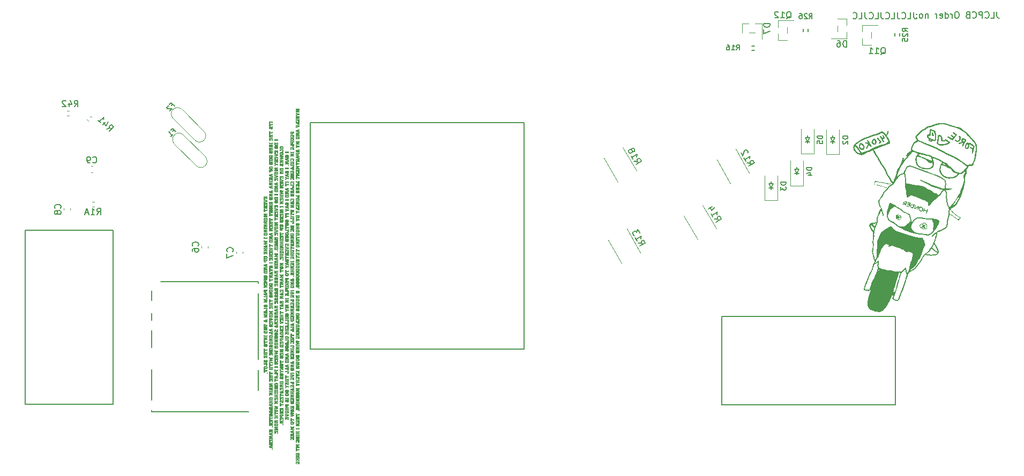
<source format=gbo>
G04 #@! TF.GenerationSoftware,KiCad,Pcbnew,8.0.8-8.0.8-0~ubuntu24.04.1*
G04 #@! TF.CreationDate,2025-01-30T02:25:33+00:00*
G04 #@! TF.ProjectId,VFRECU-VR,56465245-4355-42d5-9652-2e6b69636164,rev?*
G04 #@! TF.SameCoordinates,Original*
G04 #@! TF.FileFunction,Legend,Bot*
G04 #@! TF.FilePolarity,Positive*
%FSLAX46Y46*%
G04 Gerber Fmt 4.6, Leading zero omitted, Abs format (unit mm)*
G04 Created by KiCad (PCBNEW 8.0.8-8.0.8-0~ubuntu24.04.1) date 2025-01-30 02:25:33*
%MOMM*%
%LPD*%
G01*
G04 APERTURE LIST*
%ADD10C,0.000000*%
%ADD11C,0.150000*%
%ADD12C,0.125000*%
%ADD13C,0.127000*%
%ADD14C,0.170000*%
%ADD15C,0.200000*%
%ADD16C,0.120000*%
%ADD17C,0.203200*%
G04 APERTURE END LIST*
D10*
G36*
X145906450Y53287756D02*
G01*
X145937017Y53282546D01*
X145968216Y53274385D01*
X145999847Y53263348D01*
X146031708Y53249518D01*
X146063599Y53232970D01*
X146095322Y53213783D01*
X146126673Y53192037D01*
X146157452Y53167810D01*
X146187463Y53141179D01*
X146216499Y53112224D01*
X146244364Y53081024D01*
X146263802Y53056514D01*
X146281401Y53031233D01*
X146297188Y53005036D01*
X146311189Y52977784D01*
X146323433Y52949333D01*
X146333942Y52919542D01*
X146342747Y52888269D01*
X146349871Y52855373D01*
X146355344Y52820711D01*
X146359188Y52784142D01*
X146361433Y52745524D01*
X146362103Y52704713D01*
X146361226Y52661570D01*
X146358829Y52615951D01*
X146354938Y52567715D01*
X146349578Y52516721D01*
X146348575Y52505512D01*
X146348226Y52494860D01*
X146348526Y52484764D01*
X146349471Y52475228D01*
X146351051Y52466253D01*
X146353263Y52457840D01*
X146356100Y52449991D01*
X146359556Y52442708D01*
X146363625Y52435994D01*
X146368300Y52429848D01*
X146373575Y52424274D01*
X146379445Y52419271D01*
X146385905Y52414844D01*
X146392946Y52410993D01*
X146400565Y52407721D01*
X146408753Y52405028D01*
X146417506Y52402916D01*
X146426817Y52401387D01*
X146436681Y52400443D01*
X146447090Y52400086D01*
X146458040Y52400318D01*
X146469525Y52401138D01*
X146481536Y52402550D01*
X146494071Y52404556D01*
X146520681Y52410357D01*
X146549307Y52418549D01*
X146579900Y52429152D01*
X146612410Y52442175D01*
X146731101Y52492626D01*
X146779144Y52512489D01*
X146820782Y52528808D01*
X146856860Y52541610D01*
X146873080Y52546701D01*
X146888224Y52550920D01*
X146902404Y52554273D01*
X146915723Y52556763D01*
X146928287Y52558392D01*
X146940200Y52559162D01*
X146951571Y52559079D01*
X146962504Y52558145D01*
X146973104Y52556363D01*
X146983479Y52553736D01*
X146993733Y52550267D01*
X147003972Y52545959D01*
X147014303Y52540816D01*
X147024831Y52534841D01*
X147035662Y52528036D01*
X147046900Y52520405D01*
X147071028Y52502677D01*
X147128840Y52457443D01*
X147284807Y52335896D01*
X147436503Y52218905D01*
X147461250Y52199830D01*
X147482944Y52182679D01*
X147501698Y52167166D01*
X147517630Y52153007D01*
X147524570Y52146345D01*
X147530849Y52139914D01*
X147536478Y52133680D01*
X147541471Y52127605D01*
X147545845Y52121654D01*
X147549610Y52115791D01*
X147552785Y52109982D01*
X147555379Y52104191D01*
X147557411Y52098381D01*
X147558893Y52092516D01*
X147559841Y52086562D01*
X147560266Y52080483D01*
X147560184Y52074243D01*
X147559610Y52067806D01*
X147558556Y52061137D01*
X147557039Y52054200D01*
X147555071Y52046960D01*
X147552668Y52039379D01*
X147546610Y52023058D01*
X147538980Y52004952D01*
X147529889Y51984776D01*
X147523319Y51971795D01*
X147518269Y51963383D01*
X147515569Y51958885D01*
X147496606Y51933322D01*
X147473154Y51908153D01*
X147445360Y51883454D01*
X147413379Y51859296D01*
X147377357Y51835752D01*
X147337448Y51812891D01*
X147293800Y51790786D01*
X147246566Y51769510D01*
X147195896Y51749134D01*
X147141940Y51729731D01*
X147084849Y51711372D01*
X147024773Y51694128D01*
X146961862Y51678072D01*
X146896270Y51663275D01*
X146828143Y51649810D01*
X146648106Y51616052D01*
X146577635Y51602428D01*
X146533104Y51593445D01*
X146514423Y51590110D01*
X146487556Y51586247D01*
X146414319Y51577489D01*
X146323495Y51568279D01*
X146225189Y51559723D01*
X146225188Y51559723D01*
X146190000Y51557160D01*
X146157300Y51555315D01*
X146126814Y51554238D01*
X146098275Y51553974D01*
X146071411Y51554569D01*
X146045956Y51556069D01*
X146021639Y51558521D01*
X145998189Y51561969D01*
X145975339Y51566462D01*
X145952821Y51572047D01*
X145930363Y51578766D01*
X145907694Y51586668D01*
X145884548Y51595799D01*
X145860655Y51606203D01*
X145835744Y51617930D01*
X145809547Y51631024D01*
X145791305Y51640680D01*
X145773406Y51650777D01*
X145755868Y51661289D01*
X145738711Y51672193D01*
X145721955Y51683463D01*
X145705618Y51695074D01*
X145689723Y51707001D01*
X145674285Y51719221D01*
X145659325Y51731706D01*
X145644864Y51744435D01*
X145630920Y51757380D01*
X145617514Y51770517D01*
X145604665Y51783823D01*
X145592392Y51797269D01*
X145580714Y51810834D01*
X145569651Y51824491D01*
X145559223Y51838217D01*
X145549449Y51851985D01*
X145540349Y51865771D01*
X145531943Y51879551D01*
X145524247Y51893299D01*
X145517287Y51906991D01*
X145511076Y51920601D01*
X145505636Y51934105D01*
X145500989Y51947479D01*
X145497151Y51960696D01*
X145494143Y51973733D01*
X145491984Y51986565D01*
X145490693Y51999164D01*
X145490293Y52011510D01*
X145490641Y52019799D01*
X145698191Y52019799D01*
X145698284Y52010804D01*
X145698739Y52002437D01*
X145699570Y51994778D01*
X145700787Y51987910D01*
X145700788Y51987911D01*
X145702912Y51981117D01*
X145706404Y51973675D01*
X145711186Y51965662D01*
X145717180Y51957152D01*
X145724306Y51948217D01*
X145732485Y51938932D01*
X145741638Y51929373D01*
X145751687Y51919613D01*
X145762550Y51909724D01*
X145774153Y51899783D01*
X145786414Y51889863D01*
X145799253Y51880039D01*
X145812594Y51870386D01*
X145826356Y51860976D01*
X145840459Y51851884D01*
X145854828Y51843185D01*
X145875244Y51831611D01*
X145895103Y51821193D01*
X145914604Y51811896D01*
X145933947Y51803683D01*
X145953330Y51796518D01*
X145972956Y51790366D01*
X145993023Y51785192D01*
X146013730Y51780958D01*
X146035278Y51777629D01*
X146057867Y51775170D01*
X146081696Y51773547D01*
X146106964Y51772721D01*
X146133873Y51772656D01*
X146162620Y51773319D01*
X146193408Y51774672D01*
X146226434Y51776682D01*
X146274300Y51780164D01*
X146321685Y51784043D01*
X146367354Y51788186D01*
X146410077Y51792467D01*
X146448621Y51796753D01*
X146481752Y51800915D01*
X146508241Y51804823D01*
X146526853Y51808349D01*
X146566112Y51816579D01*
X146621878Y51827195D01*
X146686726Y51838829D01*
X146753226Y51850109D01*
X146793772Y51857627D01*
X146836779Y51867165D01*
X146881518Y51878443D01*
X146927257Y51891181D01*
X146973265Y51905096D01*
X147018816Y51919910D01*
X147063175Y51935341D01*
X147105615Y51951109D01*
X147145404Y51966934D01*
X147181811Y51982533D01*
X147214108Y51997629D01*
X147241563Y52011938D01*
X147263447Y52025182D01*
X147272070Y52031317D01*
X147279027Y52037079D01*
X147284226Y52042435D01*
X147287576Y52047349D01*
X147288985Y52051786D01*
X147288361Y52055711D01*
X147285986Y52059510D01*
X147281835Y52064469D01*
X147268614Y52077547D01*
X147249499Y52094310D01*
X147225288Y52114120D01*
X147196782Y52136340D01*
X147164780Y52160331D01*
X147130081Y52185458D01*
X147093485Y52211083D01*
X146912738Y52335501D01*
X146694215Y52250059D01*
X146664478Y52238725D01*
X146636390Y52228641D01*
X146609831Y52219794D01*
X146584675Y52212170D01*
X146560802Y52205755D01*
X146538090Y52200537D01*
X146516417Y52196500D01*
X146495660Y52193634D01*
X146475699Y52191921D01*
X146456409Y52191348D01*
X146437670Y52191904D01*
X146419360Y52193572D01*
X146401356Y52196342D01*
X146383537Y52200196D01*
X146365780Y52205123D01*
X146347963Y52211109D01*
X146333169Y52216685D01*
X146318788Y52222488D01*
X146304831Y52228508D01*
X146291308Y52234734D01*
X146278227Y52241156D01*
X146265599Y52247764D01*
X146253432Y52254547D01*
X146241736Y52261496D01*
X146230522Y52268600D01*
X146219798Y52275846D01*
X146209574Y52283227D01*
X146199859Y52290732D01*
X146190663Y52298351D01*
X146181995Y52306072D01*
X146173866Y52313886D01*
X146166284Y52321782D01*
X146159259Y52329750D01*
X146152801Y52337781D01*
X146146918Y52345862D01*
X146141621Y52353984D01*
X146136920Y52362137D01*
X146132823Y52370310D01*
X146129339Y52378493D01*
X146126480Y52386676D01*
X146124254Y52394848D01*
X146122671Y52402999D01*
X146121739Y52411119D01*
X146121469Y52419196D01*
X146121870Y52427223D01*
X146122953Y52435185D01*
X146124725Y52443076D01*
X146127197Y52450884D01*
X146134022Y52471613D01*
X146139713Y52493080D01*
X146144297Y52515204D01*
X146147798Y52537909D01*
X146150247Y52561113D01*
X146151666Y52584737D01*
X146152085Y52608702D01*
X146151527Y52632930D01*
X146150021Y52657339D01*
X146147594Y52681853D01*
X146144271Y52706390D01*
X146140079Y52730872D01*
X146135043Y52755220D01*
X146129192Y52779354D01*
X146122552Y52803194D01*
X146115148Y52826663D01*
X146107008Y52849679D01*
X146098159Y52872167D01*
X146088625Y52894042D01*
X146078434Y52915230D01*
X146067614Y52935647D01*
X146056188Y52955219D01*
X146044186Y52973861D01*
X146031631Y52991498D01*
X146018554Y53008049D01*
X146004977Y53023436D01*
X145990930Y53037577D01*
X145976437Y53050394D01*
X145961527Y53061810D01*
X145946224Y53071744D01*
X145930555Y53080115D01*
X145914548Y53086847D01*
X145904991Y53090004D01*
X145896283Y53092133D01*
X145888355Y53093137D01*
X145884664Y53093188D01*
X145881144Y53092922D01*
X145877785Y53092327D01*
X145874580Y53091392D01*
X145871520Y53090105D01*
X145868597Y53088455D01*
X145865804Y53086426D01*
X145863131Y53084011D01*
X145860569Y53081195D01*
X145858112Y53077968D01*
X145855750Y53074318D01*
X145853475Y53070232D01*
X145849154Y53060705D01*
X145845081Y53049294D01*
X145841191Y53035905D01*
X145837416Y53020441D01*
X145833690Y53002808D01*
X145829947Y52982910D01*
X145826120Y52960652D01*
X145823674Y52945190D01*
X145821447Y52929676D01*
X145817673Y52898899D01*
X145814839Y52869127D01*
X145812985Y52841171D01*
X145812438Y52828126D01*
X145812151Y52815838D01*
X145812130Y52804407D01*
X145812379Y52793935D01*
X145812904Y52784523D01*
X145813709Y52776272D01*
X145814801Y52769282D01*
X145816184Y52763655D01*
X145818630Y52748587D01*
X145819270Y52725877D01*
X145818249Y52696491D01*
X145815718Y52661397D01*
X145806718Y52577950D01*
X145793457Y52483271D01*
X145777124Y52385098D01*
X145758910Y52291166D01*
X145740001Y52209208D01*
X145730658Y52175139D01*
X145721587Y52146965D01*
X145718144Y52136805D01*
X145714936Y52126295D01*
X145711977Y52115514D01*
X145709273Y52104545D01*
X145706838Y52093470D01*
X145704683Y52082368D01*
X145702814Y52071324D01*
X145701248Y52060417D01*
X145699992Y52049729D01*
X145699056Y52039343D01*
X145698453Y52029339D01*
X145698191Y52019799D01*
X145490641Y52019799D01*
X145490799Y52023576D01*
X145492233Y52035335D01*
X145518423Y52179593D01*
X145562687Y52412457D01*
X145573783Y52473035D01*
X145583395Y52531725D01*
X145591367Y52587085D01*
X145597541Y52637678D01*
X145601760Y52682060D01*
X145603087Y52701473D01*
X145603866Y52718794D01*
X145604077Y52733843D01*
X145603701Y52746438D01*
X145602717Y52756402D01*
X145601108Y52763554D01*
X145599444Y52770204D01*
X145598306Y52778695D01*
X145597677Y52788898D01*
X145597543Y52800681D01*
X145598702Y52828468D01*
X145601668Y52861013D01*
X145606325Y52897273D01*
X145612559Y52936205D01*
X145620251Y52976765D01*
X145629289Y53017911D01*
X145636237Y53046588D01*
X145643044Y53072827D01*
X145649791Y53096774D01*
X145656562Y53118578D01*
X145663442Y53138386D01*
X145670512Y53156346D01*
X145674145Y53164679D01*
X145677857Y53172605D01*
X145681657Y53180143D01*
X145685559Y53187311D01*
X145689571Y53194128D01*
X145693704Y53200612D01*
X145697969Y53206781D01*
X145702374Y53212655D01*
X145706933Y53218250D01*
X145711653Y53223588D01*
X145716548Y53228684D01*
X145721625Y53233558D01*
X145726897Y53238229D01*
X145732372Y53242715D01*
X145738064Y53247033D01*
X145743980Y53251204D01*
X145756530Y53259173D01*
X145770107Y53266770D01*
X145782091Y53272559D01*
X145794509Y53277501D01*
X145807335Y53281606D01*
X145820544Y53284885D01*
X145834113Y53287348D01*
X145848013Y53289004D01*
X145876715Y53289935D01*
X145906450Y53287756D01*
G37*
G36*
X144505648Y54166763D02*
G01*
X144513593Y54166121D01*
X144531176Y54163579D01*
X144551274Y54159447D01*
X144574195Y54153831D01*
X144629738Y54138571D01*
X144668913Y54126541D01*
X144714286Y54111012D01*
X144764230Y54092629D01*
X144817121Y54072040D01*
X144871337Y54049895D01*
X144925252Y54026842D01*
X144977243Y54003527D01*
X145025687Y53980598D01*
X145063002Y53962233D01*
X145096087Y53945503D01*
X145125280Y53930034D01*
X145150920Y53915458D01*
X145173347Y53901401D01*
X145183461Y53894452D01*
X145192899Y53887494D01*
X145201703Y53880480D01*
X145209916Y53873365D01*
X145217579Y53866101D01*
X145224736Y53858643D01*
X145231429Y53850944D01*
X145237700Y53842957D01*
X145243590Y53834636D01*
X145249144Y53825935D01*
X145254403Y53816808D01*
X145259410Y53807207D01*
X145264206Y53797088D01*
X145268836Y53786403D01*
X145277760Y53763149D01*
X145286523Y53737076D01*
X145295462Y53707813D01*
X145304919Y53674987D01*
X145322794Y53605722D01*
X145339182Y53529224D01*
X145354200Y53444596D01*
X145367971Y53350946D01*
X145380612Y53247374D01*
X145392245Y53132987D01*
X145402988Y53006887D01*
X145412964Y52868181D01*
X145414229Y52833829D01*
X145413687Y52797545D01*
X145411444Y52759750D01*
X145407604Y52720860D01*
X145402273Y52681295D01*
X145395557Y52641472D01*
X145387559Y52601812D01*
X145378387Y52562731D01*
X145370285Y52532609D01*
X145368145Y52524650D01*
X145356938Y52487985D01*
X145344872Y52453158D01*
X145332053Y52420583D01*
X145318585Y52390682D01*
X145304574Y52363874D01*
X145290126Y52340575D01*
X145275344Y52321205D01*
X145264755Y52309419D01*
X145254527Y52299198D01*
X145244406Y52290540D01*
X145234132Y52283443D01*
X145223454Y52277904D01*
X145212114Y52273923D01*
X145199857Y52271499D01*
X145186426Y52270629D01*
X145171569Y52271309D01*
X145155025Y52273542D01*
X145136543Y52277324D01*
X145115865Y52282651D01*
X145092735Y52289525D01*
X145066900Y52297943D01*
X145006083Y52319403D01*
X144939060Y52343498D01*
X144911683Y52352792D01*
X144887897Y52360166D01*
X144877234Y52363115D01*
X144867329Y52365562D01*
X144858136Y52367496D01*
X144849606Y52368914D01*
X144841694Y52369806D01*
X144834353Y52370163D01*
X144827537Y52369980D01*
X144821199Y52369248D01*
X144815290Y52367959D01*
X144809766Y52366105D01*
X144804579Y52363680D01*
X144799683Y52360676D01*
X144795032Y52357082D01*
X144791957Y52354192D01*
X144790577Y52352895D01*
X144786273Y52348105D01*
X144782073Y52342702D01*
X144777929Y52336683D01*
X144773797Y52330037D01*
X144765376Y52314836D01*
X144756437Y52297038D01*
X144746604Y52276583D01*
X144737713Y52258464D01*
X144729213Y52242380D01*
X144720924Y52228246D01*
X144712669Y52215979D01*
X144708499Y52210519D01*
X144704272Y52205493D01*
X144699963Y52200891D01*
X144695552Y52196702D01*
X144691016Y52192917D01*
X144686335Y52189522D01*
X144681484Y52186511D01*
X144676441Y52183870D01*
X144671185Y52181589D01*
X144665693Y52179657D01*
X144659945Y52178066D01*
X144653914Y52176802D01*
X144647583Y52175856D01*
X144640926Y52175217D01*
X144633924Y52174876D01*
X144626552Y52174819D01*
X144610613Y52175524D01*
X144592931Y52177244D01*
X144573331Y52179897D01*
X144551632Y52183396D01*
X144551632Y52183397D01*
X144526702Y52187924D01*
X144502688Y52192833D01*
X144479587Y52198130D01*
X144457400Y52203815D01*
X144436118Y52209894D01*
X144415740Y52216368D01*
X144396264Y52223240D01*
X144377686Y52230515D01*
X144360002Y52238194D01*
X144343210Y52246282D01*
X144327307Y52254782D01*
X144312287Y52263695D01*
X144298151Y52273028D01*
X144284893Y52282780D01*
X144272510Y52292956D01*
X144260999Y52303560D01*
X144250359Y52314593D01*
X144240583Y52326060D01*
X144231671Y52337963D01*
X144223617Y52350305D01*
X144216420Y52363091D01*
X144210076Y52376323D01*
X144204582Y52390003D01*
X144199935Y52404136D01*
X144196129Y52418723D01*
X144194543Y52426775D01*
X144392337Y52426775D01*
X144392367Y52425608D01*
X144392453Y52424558D01*
X144392593Y52423630D01*
X144392790Y52422824D01*
X144393043Y52422148D01*
X144393354Y52421602D01*
X144393723Y52421191D01*
X144394150Y52420917D01*
X144394638Y52420786D01*
X144395183Y52420799D01*
X144399260Y52420844D01*
X144406607Y52420319D01*
X144416808Y52419276D01*
X144429450Y52417766D01*
X144460402Y52413556D01*
X144496149Y52408105D01*
X144507242Y52406526D01*
X144517714Y52405430D01*
X144527558Y52404796D01*
X144536769Y52404603D01*
X144545345Y52404831D01*
X144553277Y52405460D01*
X144560561Y52406474D01*
X144567193Y52407847D01*
X144573171Y52409561D01*
X144578484Y52411597D01*
X144583132Y52413935D01*
X144587108Y52416553D01*
X144590406Y52419433D01*
X144593024Y52422553D01*
X144594954Y52425896D01*
X144596194Y52429438D01*
X144596736Y52433162D01*
X144596578Y52437046D01*
X144595714Y52441070D01*
X144594139Y52445216D01*
X144591847Y52449461D01*
X144588835Y52453788D01*
X144585097Y52458175D01*
X144580626Y52462601D01*
X144575422Y52467049D01*
X144569477Y52471496D01*
X144562786Y52475924D01*
X144555345Y52480310D01*
X144547147Y52484639D01*
X144538189Y52488885D01*
X144528466Y52493033D01*
X144517974Y52497059D01*
X144512580Y52498952D01*
X144507278Y52500675D01*
X144502069Y52502225D01*
X144496956Y52503603D01*
X144491944Y52504812D01*
X144487034Y52505852D01*
X144482229Y52506722D01*
X144477532Y52507423D01*
X144472946Y52507957D01*
X144468473Y52508323D01*
X144464116Y52508521D01*
X144459879Y52508553D01*
X144455763Y52508419D01*
X144451770Y52508120D01*
X144447907Y52507655D01*
X144444172Y52507027D01*
X144440571Y52506235D01*
X144437105Y52505279D01*
X144433778Y52504160D01*
X144430591Y52502879D01*
X144427550Y52501437D01*
X144424654Y52499834D01*
X144421908Y52498069D01*
X144419315Y52496145D01*
X144416876Y52494062D01*
X144414595Y52491819D01*
X144412474Y52489417D01*
X144410517Y52486858D01*
X144408727Y52484141D01*
X144407105Y52481269D01*
X144405655Y52478238D01*
X144404378Y52475053D01*
X144402362Y52469362D01*
X144400516Y52463849D01*
X144398845Y52458541D01*
X144397354Y52453464D01*
X144396045Y52448648D01*
X144394927Y52444121D01*
X144394002Y52439909D01*
X144393276Y52436041D01*
X144392754Y52432543D01*
X144392439Y52429445D01*
X144392360Y52428054D01*
X144392337Y52426775D01*
X144194543Y52426775D01*
X144193165Y52433769D01*
X144191038Y52449277D01*
X144189745Y52465249D01*
X144189282Y52481689D01*
X144189647Y52498601D01*
X144190835Y52515986D01*
X144192845Y52533847D01*
X144194895Y52551053D01*
X144196204Y52566796D01*
X144196715Y52581180D01*
X144196373Y52594301D01*
X144195865Y52600419D01*
X144195124Y52606259D01*
X144194142Y52611833D01*
X144192911Y52617152D01*
X144191425Y52622232D01*
X144189677Y52627083D01*
X144187660Y52631717D01*
X144185367Y52636147D01*
X144182793Y52640386D01*
X144179927Y52644447D01*
X144176766Y52648340D01*
X144173300Y52652078D01*
X144169524Y52655675D01*
X144165430Y52659142D01*
X144161010Y52662493D01*
X144156261Y52665739D01*
X144151171Y52668892D01*
X144145737Y52671967D01*
X144133803Y52677925D01*
X144120403Y52683712D01*
X144105483Y52689430D01*
X144081609Y52699305D01*
X144059746Y52710864D01*
X144039865Y52724185D01*
X144030657Y52731528D01*
X144021932Y52739343D01*
X144013689Y52747634D01*
X144005921Y52756415D01*
X143998626Y52765692D01*
X143991800Y52775478D01*
X143985440Y52785779D01*
X143979540Y52796608D01*
X143969109Y52819882D01*
X143960480Y52845379D01*
X143953622Y52873171D01*
X143948504Y52903338D01*
X143946214Y52925260D01*
X144151903Y52925260D01*
X144151921Y52917536D01*
X144152072Y52910524D01*
X144152354Y52904291D01*
X144152770Y52898902D01*
X144153322Y52894423D01*
X144154010Y52890919D01*
X144154838Y52888455D01*
X144154837Y52888454D01*
X144158210Y52885534D01*
X144166371Y52880691D01*
X144196055Y52865680D01*
X144301854Y52817449D01*
X144456216Y52750833D01*
X144643117Y52672903D01*
X145122706Y52475989D01*
X145169865Y52605557D01*
X145174532Y52619883D01*
X145178801Y52636020D01*
X145182660Y52653791D01*
X145186100Y52673015D01*
X145189109Y52693518D01*
X145191676Y52715120D01*
X145193792Y52737643D01*
X145195445Y52760909D01*
X145197318Y52808963D01*
X145197213Y52857855D01*
X145196392Y52882172D01*
X145195043Y52906165D01*
X145193157Y52929657D01*
X145190722Y52952469D01*
X145185713Y52996894D01*
X145181571Y53039818D01*
X145178349Y53080192D01*
X145176100Y53116977D01*
X145174876Y53149123D01*
X145174664Y53163130D01*
X145174729Y53175586D01*
X145175076Y53186361D01*
X145175714Y53195322D01*
X145176645Y53202341D01*
X145177879Y53207285D01*
X145178918Y53212318D01*
X145179272Y53219597D01*
X145178969Y53228982D01*
X145178035Y53240333D01*
X145174375Y53268376D01*
X145168505Y53302613D01*
X145160630Y53341929D01*
X145150959Y53385206D01*
X145139699Y53431332D01*
X145127063Y53479189D01*
X145114422Y53523360D01*
X145101668Y53563484D01*
X145088456Y53599911D01*
X145074444Y53632993D01*
X145059287Y53663082D01*
X145042639Y53690532D01*
X145024160Y53715692D01*
X145003501Y53738916D01*
X144980321Y53760557D01*
X144954275Y53780965D01*
X144925021Y53800494D01*
X144892213Y53819495D01*
X144855507Y53838320D01*
X144814558Y53857322D01*
X144769025Y53876852D01*
X144718562Y53897264D01*
X144659736Y53921251D01*
X144636380Y53930157D01*
X144616616Y53936076D01*
X144600113Y53938311D01*
X144592980Y53937829D01*
X144586537Y53936165D01*
X144580741Y53933231D01*
X144575554Y53928940D01*
X144570932Y53923207D01*
X144566834Y53915942D01*
X144563217Y53907059D01*
X144560042Y53896471D01*
X144554845Y53869833D01*
X144550910Y53835328D01*
X144547906Y53792261D01*
X144543353Y53677652D01*
X144538523Y53520433D01*
X144537413Y53493988D01*
X144535806Y53467229D01*
X144531228Y53413492D01*
X144525032Y53360693D01*
X144517467Y53310302D01*
X144513248Y53286468D01*
X144508777Y53263786D01*
X144504089Y53242442D01*
X144499210Y53222618D01*
X144494174Y53204497D01*
X144489012Y53188263D01*
X144483754Y53174102D01*
X144478429Y53162194D01*
X144470308Y53146451D01*
X144462461Y53132490D01*
X144454737Y53120256D01*
X144446987Y53109687D01*
X144443057Y53105010D01*
X144439063Y53100726D01*
X144434989Y53096831D01*
X144430814Y53093316D01*
X144426522Y53090173D01*
X144422092Y53087398D01*
X144417506Y53084980D01*
X144412747Y53082913D01*
X144407794Y53081190D01*
X144402629Y53079804D01*
X144397234Y53078748D01*
X144391591Y53078012D01*
X144385680Y53077591D01*
X144379481Y53077479D01*
X144372979Y53077666D01*
X144366153Y53078147D01*
X144351455Y53079957D01*
X144335238Y53082852D01*
X144317353Y53086773D01*
X144297652Y53091661D01*
X144276623Y53096986D01*
X144257959Y53101364D01*
X144241507Y53104714D01*
X144227106Y53106948D01*
X144220628Y53107621D01*
X144214603Y53107983D01*
X144209015Y53108025D01*
X144203841Y53107735D01*
X144199062Y53107104D01*
X144194661Y53106119D01*
X144190616Y53104772D01*
X144186907Y53103051D01*
X144183517Y53100944D01*
X144180424Y53098445D01*
X144177609Y53095539D01*
X144175054Y53092218D01*
X144172736Y53088471D01*
X144170639Y53084287D01*
X144168742Y53079655D01*
X144167025Y53074563D01*
X144165469Y53069004D01*
X144164053Y53062966D01*
X144161568Y53049410D01*
X144159414Y53033809D01*
X144157430Y53016081D01*
X144155341Y52993807D01*
X144153736Y52972292D01*
X144152624Y52952059D01*
X144152015Y52933633D01*
X144151903Y52925260D01*
X143946214Y52925260D01*
X143945097Y52935956D01*
X143943370Y52971102D01*
X143943294Y53008851D01*
X143944840Y53049280D01*
X143947976Y53092468D01*
X143952234Y53132616D01*
X143957672Y53169043D01*
X143960861Y53185886D01*
X143964381Y53201831D01*
X143968242Y53216888D01*
X143972454Y53231067D01*
X143977030Y53244380D01*
X143981980Y53256836D01*
X143987317Y53268447D01*
X143993051Y53279223D01*
X143999195Y53289173D01*
X144005757Y53298310D01*
X144012753Y53306644D01*
X144020190Y53314186D01*
X144028084Y53320946D01*
X144036443Y53326935D01*
X144045279Y53332162D01*
X144054602Y53336639D01*
X144064428Y53340378D01*
X144074763Y53343386D01*
X144085621Y53345676D01*
X144097013Y53347260D01*
X144108950Y53348145D01*
X144121445Y53348344D01*
X144134508Y53347867D01*
X144148150Y53346726D01*
X144162383Y53344929D01*
X144177218Y53342488D01*
X144192666Y53339414D01*
X144208741Y53335717D01*
X144317411Y53309164D01*
X144328016Y53619706D01*
X144331359Y53684711D01*
X144336820Y53750427D01*
X144344114Y53815053D01*
X144352954Y53876789D01*
X144363054Y53933833D01*
X144368485Y53960033D01*
X144374123Y53984383D01*
X144379933Y54006661D01*
X144385878Y54026640D01*
X144391921Y54044096D01*
X144398029Y54058802D01*
X144408285Y54080752D01*
X144417669Y54099945D01*
X144426484Y54116487D01*
X144435042Y54130485D01*
X144439320Y54136561D01*
X144443650Y54142043D01*
X144448067Y54146941D01*
X144452614Y54151269D01*
X144457327Y54155040D01*
X144462246Y54158269D01*
X144467406Y54160966D01*
X144472851Y54163146D01*
X144478616Y54164824D01*
X144484739Y54166012D01*
X144491260Y54166721D01*
X144498217Y54166968D01*
X144505648Y54166763D01*
G37*
G36*
X136120259Y52837724D02*
G01*
X136131661Y52834685D01*
X136143883Y52829639D01*
X136157088Y52822469D01*
X136171445Y52813060D01*
X136187119Y52801290D01*
X136204273Y52787046D01*
X136223078Y52770209D01*
X136243695Y52750663D01*
X136291037Y52702975D01*
X136347625Y52643047D01*
X136429031Y52554846D01*
X136500421Y52475970D01*
X136562035Y52405713D01*
X136589254Y52373594D01*
X136614120Y52343366D01*
X136636664Y52314940D01*
X136656916Y52288227D01*
X136674908Y52263140D01*
X136690668Y52239589D01*
X136704226Y52217488D01*
X136715615Y52196747D01*
X136724863Y52177279D01*
X136732002Y52158994D01*
X136737062Y52141806D01*
X136740072Y52125626D01*
X136741064Y52110366D01*
X136740066Y52095937D01*
X136737112Y52082251D01*
X136732229Y52069220D01*
X136725448Y52056755D01*
X136716802Y52044770D01*
X136706317Y52033175D01*
X136694026Y52021881D01*
X136679959Y52010802D01*
X136664148Y51999848D01*
X136646620Y51988933D01*
X136627407Y51977966D01*
X136606540Y51966860D01*
X136584048Y51955527D01*
X136569604Y51948718D01*
X136554866Y51942353D01*
X136539939Y51936458D01*
X136524928Y51931051D01*
X136509941Y51926157D01*
X136495083Y51921797D01*
X136480462Y51917993D01*
X136466181Y51914768D01*
X136452349Y51912143D01*
X136439070Y51910141D01*
X136426453Y51908783D01*
X136414602Y51908091D01*
X136403624Y51908090D01*
X136393623Y51908798D01*
X136384707Y51910241D01*
X136380690Y51911243D01*
X136376984Y51912437D01*
X136367422Y51916287D01*
X136358583Y51920596D01*
X136350464Y51925331D01*
X136343059Y51930462D01*
X136336364Y51935960D01*
X136330375Y51941795D01*
X136325087Y51947938D01*
X136320494Y51954356D01*
X136316593Y51961020D01*
X136313379Y51967902D01*
X136310848Y51974969D01*
X136308994Y51982194D01*
X136307815Y51989543D01*
X136307304Y51996990D01*
X136307457Y52004502D01*
X136308271Y52012050D01*
X136309740Y52019605D01*
X136311859Y52027135D01*
X136314625Y52034610D01*
X136318033Y52042003D01*
X136322078Y52049280D01*
X136326755Y52056414D01*
X136332061Y52063371D01*
X136337990Y52070126D01*
X136344537Y52076646D01*
X136351699Y52082901D01*
X136359471Y52088861D01*
X136367849Y52094497D01*
X136376827Y52099777D01*
X136386402Y52104673D01*
X136396569Y52109153D01*
X136407321Y52113189D01*
X136424827Y52119359D01*
X136439761Y52125239D01*
X136451941Y52131234D01*
X136461186Y52137752D01*
X136464653Y52141332D01*
X136467318Y52145194D01*
X136469159Y52149390D01*
X136470153Y52153969D01*
X136470278Y52158983D01*
X136469510Y52164481D01*
X136467829Y52170514D01*
X136465211Y52177133D01*
X136457071Y52192334D01*
X136444913Y52210487D01*
X136428551Y52231998D01*
X136407809Y52257271D01*
X136352454Y52320728D01*
X136277398Y52404101D01*
X136232195Y52454667D01*
X136191779Y52501172D01*
X136156061Y52543810D01*
X136139938Y52563735D01*
X136124956Y52582765D01*
X136111106Y52600922D01*
X136098375Y52618230D01*
X136086753Y52634713D01*
X136076230Y52650394D01*
X136066794Y52665297D01*
X136058434Y52679446D01*
X136051140Y52692863D01*
X136044900Y52705575D01*
X136039703Y52717603D01*
X136035539Y52728972D01*
X136032397Y52739703D01*
X136030265Y52749824D01*
X136029133Y52759356D01*
X136028989Y52768323D01*
X136029823Y52776749D01*
X136031623Y52784657D01*
X136034381Y52792073D01*
X136038082Y52799017D01*
X136042719Y52805515D01*
X136048276Y52811591D01*
X136054747Y52817268D01*
X136062119Y52822569D01*
X136070381Y52827519D01*
X136079523Y52832142D01*
X136089308Y52835962D01*
X136099248Y52838245D01*
X136109510Y52838871D01*
X136120259Y52837724D01*
G37*
G36*
X133543335Y51944137D02*
G01*
X133566605Y51942307D01*
X133589508Y51939450D01*
X133612040Y51935571D01*
X133634195Y51930677D01*
X133655964Y51924771D01*
X133677344Y51917856D01*
X133698326Y51909940D01*
X133718908Y51901024D01*
X133739079Y51891114D01*
X133758837Y51880214D01*
X133778172Y51868327D01*
X133797082Y51855460D01*
X133815557Y51841615D01*
X133833593Y51826799D01*
X133851184Y51811013D01*
X133868322Y51794265D01*
X133885003Y51776558D01*
X133901220Y51757895D01*
X133916968Y51738281D01*
X133932237Y51717721D01*
X133947025Y51696220D01*
X133961324Y51673781D01*
X133988432Y51626109D01*
X134013512Y51574741D01*
X134036514Y51519712D01*
X134047440Y51490758D01*
X134056877Y51464095D01*
X134064822Y51439344D01*
X134071262Y51416131D01*
X134076193Y51394083D01*
X134079607Y51372823D01*
X134081498Y51351976D01*
X134081855Y51331169D01*
X134080674Y51310025D01*
X134077946Y51288170D01*
X134073665Y51265227D01*
X134067823Y51240824D01*
X134060411Y51214584D01*
X134051424Y51186134D01*
X134040854Y51155096D01*
X134033336Y51134077D01*
X134028692Y51121097D01*
X134013421Y51080352D01*
X133998711Y51043847D01*
X133984344Y51011409D01*
X133977220Y50996659D01*
X133970100Y50982859D01*
X133962958Y50969988D01*
X133955764Y50958023D01*
X133948492Y50946944D01*
X133941117Y50936725D01*
X133933608Y50927349D01*
X133925940Y50918790D01*
X133918086Y50911028D01*
X133910018Y50904040D01*
X133901709Y50897805D01*
X133893132Y50892301D01*
X133884258Y50887505D01*
X133875064Y50883396D01*
X133865518Y50879951D01*
X133855595Y50877150D01*
X133845269Y50874969D01*
X133834510Y50873387D01*
X133823292Y50872382D01*
X133811590Y50871931D01*
X133799372Y50872014D01*
X133786615Y50872606D01*
X133773291Y50873688D01*
X133759370Y50875237D01*
X133729638Y50879647D01*
X133729639Y50879648D01*
X133691450Y50886497D01*
X133655550Y50893798D01*
X133621774Y50901633D01*
X133589954Y50910082D01*
X133559924Y50919229D01*
X133531519Y50929150D01*
X133504570Y50939931D01*
X133478912Y50951652D01*
X133454378Y50964393D01*
X133430801Y50978235D01*
X133408015Y50993259D01*
X133385853Y51009549D01*
X133364149Y51027184D01*
X133342737Y51046245D01*
X133321449Y51066812D01*
X133300119Y51088968D01*
X133269380Y51123099D01*
X133242296Y51155789D01*
X133218815Y51187418D01*
X133198882Y51218364D01*
X133182444Y51249010D01*
X133169445Y51279738D01*
X133164218Y51295250D01*
X133159833Y51310927D01*
X133156278Y51326812D01*
X133153552Y51342957D01*
X133151644Y51359407D01*
X133150548Y51376211D01*
X133150769Y51411069D01*
X133150919Y51412703D01*
X133356142Y51412703D01*
X133356684Y51402320D01*
X133357822Y51392212D01*
X133359561Y51382330D01*
X133361911Y51372619D01*
X133364879Y51363032D01*
X133368471Y51353517D01*
X133372695Y51344020D01*
X133377561Y51334492D01*
X133383071Y51324881D01*
X133389237Y51315136D01*
X133396064Y51305206D01*
X133403561Y51295039D01*
X133420591Y51273790D01*
X133440386Y51250979D01*
X133463006Y51226196D01*
X133463012Y51226193D01*
X133473068Y51215509D01*
X133483164Y51205067D01*
X133493234Y51194921D01*
X133503213Y51185129D01*
X133513035Y51175748D01*
X133522632Y51166834D01*
X133531940Y51158443D01*
X133540892Y51150634D01*
X133549423Y51143461D01*
X133557466Y51136981D01*
X133564955Y51131251D01*
X133571825Y51126328D01*
X133578008Y51122268D01*
X133583440Y51119127D01*
X133588052Y51116963D01*
X133590032Y51116265D01*
X133591782Y51115833D01*
X133627367Y51109434D01*
X133658799Y51104088D01*
X133686410Y51099908D01*
X133710525Y51097001D01*
X133721375Y51096061D01*
X133731475Y51095481D01*
X133740865Y51095274D01*
X133749587Y51095458D01*
X133757681Y51096041D01*
X133765191Y51097041D01*
X133772154Y51098470D01*
X133778613Y51100343D01*
X133784611Y51102672D01*
X133790185Y51105474D01*
X133795379Y51108761D01*
X133800234Y51112545D01*
X133804790Y51116843D01*
X133809088Y51121667D01*
X133813170Y51127032D01*
X133817078Y51132950D01*
X133820849Y51139437D01*
X133824528Y51146507D01*
X133831772Y51162446D01*
X133839133Y51180880D01*
X133846944Y51201918D01*
X133851830Y51217098D01*
X133855671Y51232855D01*
X133858491Y51249136D01*
X133860316Y51265892D01*
X133861165Y51283075D01*
X133861065Y51300634D01*
X133860037Y51318519D01*
X133858105Y51336679D01*
X133851623Y51373632D01*
X133841807Y51411094D01*
X133828842Y51448665D01*
X133812913Y51485949D01*
X133794209Y51522546D01*
X133772916Y51558060D01*
X133749221Y51592092D01*
X133723309Y51624245D01*
X133695370Y51654118D01*
X133680697Y51668075D01*
X133665587Y51681314D01*
X133650062Y51693786D01*
X133634148Y51705437D01*
X133617867Y51716221D01*
X133601241Y51726087D01*
X133472626Y51798021D01*
X133406936Y51615789D01*
X133393392Y51577515D01*
X133381845Y51543013D01*
X133372355Y51511870D01*
X133364981Y51483679D01*
X133362105Y51470561D01*
X133359781Y51458027D01*
X133358015Y51446026D01*
X133356815Y51434506D01*
X133356189Y51423416D01*
X133356142Y51412703D01*
X133150919Y51412703D01*
X133154160Y51447912D01*
X133160664Y51487121D01*
X133170230Y51529076D01*
X133182803Y51574159D01*
X133198328Y51622750D01*
X133216753Y51675231D01*
X133232440Y51718134D01*
X133246508Y51755862D01*
X133259266Y51788774D01*
X133271023Y51817228D01*
X133276625Y51829894D01*
X133282090Y51841580D01*
X133287461Y51852329D01*
X133292775Y51862188D01*
X133298071Y51871201D01*
X133303388Y51879413D01*
X133308764Y51886867D01*
X133314238Y51893609D01*
X133319848Y51899684D01*
X133325635Y51905135D01*
X133331635Y51910009D01*
X133337889Y51914350D01*
X133344433Y51918202D01*
X133351307Y51921610D01*
X133358551Y51924619D01*
X133366202Y51927275D01*
X133374299Y51929619D01*
X133382881Y51931700D01*
X133391987Y51933561D01*
X133401655Y51935245D01*
X133422832Y51938268D01*
X133446722Y51941124D01*
X133471393Y51943438D01*
X133495723Y51944709D01*
X133519705Y51944940D01*
X133543335Y51944137D01*
G37*
G36*
X142950182Y41897826D02*
G01*
X142967793Y41896624D01*
X142985610Y41894583D01*
X143003615Y41891698D01*
X143021792Y41887958D01*
X143040123Y41883359D01*
X143058589Y41877892D01*
X143077174Y41871548D01*
X143092472Y41865761D01*
X143107204Y41859756D01*
X143121297Y41853581D01*
X143134684Y41847284D01*
X143147291Y41840911D01*
X143159050Y41834509D01*
X143169889Y41828127D01*
X143179739Y41821811D01*
X143188530Y41815609D01*
X143196190Y41809567D01*
X143199574Y41806621D01*
X143202649Y41803733D01*
X143205406Y41800909D01*
X143207837Y41798155D01*
X143209933Y41795476D01*
X143211683Y41792879D01*
X143213082Y41790370D01*
X143214119Y41787954D01*
X143214785Y41785636D01*
X143215071Y41783425D01*
X143214970Y41781323D01*
X143214471Y41779341D01*
X143213828Y41777410D01*
X143213295Y41775466D01*
X143212874Y41773513D01*
X143212559Y41771553D01*
X143212352Y41769590D01*
X143212251Y41767625D01*
X143212251Y41765666D01*
X143212354Y41763712D01*
X143212556Y41761770D01*
X143212855Y41759840D01*
X143213252Y41757927D01*
X143213744Y41756034D01*
X143214328Y41754164D01*
X143215003Y41752321D01*
X143215769Y41750509D01*
X143216622Y41748729D01*
X143217561Y41746987D01*
X143218585Y41745284D01*
X143219692Y41743624D01*
X143220880Y41742012D01*
X143222149Y41740449D01*
X143223493Y41738938D01*
X143224914Y41737486D01*
X143226410Y41736093D01*
X143227979Y41734762D01*
X143229620Y41733499D01*
X143231328Y41732306D01*
X143233105Y41731186D01*
X143234948Y41730142D01*
X143236854Y41729178D01*
X143238824Y41728298D01*
X143240854Y41727503D01*
X143245718Y41725423D01*
X143250615Y41722729D01*
X143255533Y41719457D01*
X143260453Y41715638D01*
X143265360Y41711311D01*
X143270238Y41706507D01*
X143275069Y41701262D01*
X143279839Y41695611D01*
X143289132Y41683226D01*
X143297984Y41669628D01*
X143306268Y41655093D01*
X143313857Y41639897D01*
X143320619Y41624318D01*
X143326428Y41608628D01*
X143331154Y41593107D01*
X143334669Y41578027D01*
X143335932Y41570740D01*
X143336843Y41563668D01*
X143337388Y41556843D01*
X143337550Y41550303D01*
X143337310Y41544080D01*
X143336657Y41538209D01*
X143335572Y41532726D01*
X143334040Y41527662D01*
X143333343Y41525598D01*
X143332752Y41523523D01*
X143332265Y41521442D01*
X143331880Y41519359D01*
X143331596Y41517278D01*
X143331412Y41515202D01*
X143331326Y41513134D01*
X143331336Y41511077D01*
X143331442Y41509036D01*
X143331641Y41507013D01*
X143331932Y41505011D01*
X143332314Y41503037D01*
X143332787Y41501090D01*
X143333347Y41499175D01*
X143333992Y41497295D01*
X143334723Y41495456D01*
X143335539Y41493659D01*
X143336434Y41491907D01*
X143337413Y41490206D01*
X143338469Y41488555D01*
X143339603Y41486963D01*
X143340813Y41485430D01*
X143342098Y41483959D01*
X143343457Y41482556D01*
X143344887Y41481222D01*
X143346388Y41479961D01*
X143347958Y41478778D01*
X143349596Y41477675D01*
X143351299Y41476655D01*
X143353066Y41475721D01*
X143354897Y41474880D01*
X143356791Y41474132D01*
X143358649Y41473290D01*
X143360378Y41472169D01*
X143361979Y41470777D01*
X143363451Y41469122D01*
X143364795Y41467211D01*
X143366010Y41465056D01*
X143368058Y41460034D01*
X143369596Y41454121D01*
X143370625Y41447382D01*
X143371148Y41439880D01*
X143371168Y41431680D01*
X143370683Y41422847D01*
X143369698Y41413444D01*
X143368213Y41403538D01*
X143366231Y41393190D01*
X143363754Y41382465D01*
X143360781Y41371427D01*
X143357317Y41360143D01*
X143353363Y41348677D01*
X143349021Y41337350D01*
X143344421Y41326479D01*
X143339604Y41316114D01*
X143334717Y41306521D01*
X143334608Y41306307D01*
X143329475Y41297105D01*
X143324245Y41288562D01*
X143321604Y41284551D01*
X143318956Y41280726D01*
X143316301Y41277088D01*
X143313648Y41273648D01*
X143311000Y41270409D01*
X143308363Y41267379D01*
X143305741Y41264562D01*
X143303140Y41261969D01*
X143300565Y41259601D01*
X143298020Y41257467D01*
X143295510Y41255573D01*
X143293041Y41253927D01*
X143290617Y41252532D01*
X143288245Y41251396D01*
X143285927Y41250525D01*
X143283670Y41249926D01*
X143281479Y41249604D01*
X143279357Y41249566D01*
X143277312Y41249819D01*
X143275348Y41250368D01*
X143273408Y41250992D01*
X143271443Y41251461D01*
X143269451Y41251781D01*
X143267440Y41251954D01*
X143265411Y41251982D01*
X143263369Y41251868D01*
X143261318Y41251615D01*
X143259260Y41251225D01*
X143257200Y41250702D01*
X143255141Y41250047D01*
X143253088Y41249266D01*
X143251044Y41248357D01*
X143246996Y41246175D01*
X143243027Y41243523D01*
X143239168Y41240423D01*
X143235448Y41236897D01*
X143231895Y41232965D01*
X143228541Y41228651D01*
X143225415Y41223977D01*
X143222545Y41218962D01*
X143219961Y41213631D01*
X143217694Y41208002D01*
X143216577Y41205161D01*
X143215329Y41202409D01*
X143213955Y41199748D01*
X143212461Y41197181D01*
X143210851Y41194709D01*
X143209129Y41192334D01*
X143207302Y41190059D01*
X143205373Y41187887D01*
X143203348Y41185820D01*
X143201231Y41183860D01*
X143199027Y41182010D01*
X143196741Y41180270D01*
X143194379Y41178645D01*
X143191945Y41177136D01*
X143189443Y41175745D01*
X143186880Y41174475D01*
X143184259Y41173326D01*
X143181585Y41172305D01*
X143178865Y41171410D01*
X143176100Y41170645D01*
X143173299Y41170013D01*
X143170465Y41169515D01*
X143167603Y41169153D01*
X143164717Y41168930D01*
X143161814Y41168848D01*
X143158897Y41168910D01*
X143155972Y41169117D01*
X143153043Y41169473D01*
X143150116Y41169980D01*
X143147195Y41170638D01*
X143144283Y41171451D01*
X143141389Y41172423D01*
X143138505Y41173417D01*
X143135621Y41174303D01*
X143132743Y41175080D01*
X143129875Y41175751D01*
X143127023Y41176316D01*
X143124189Y41176776D01*
X143121380Y41177131D01*
X143118598Y41177385D01*
X143115848Y41177537D01*
X143113137Y41177588D01*
X143110467Y41177540D01*
X143107843Y41177394D01*
X143105268Y41177150D01*
X143102749Y41176810D01*
X143100290Y41176376D01*
X143097894Y41175847D01*
X143095567Y41175225D01*
X143093312Y41174511D01*
X143091134Y41173707D01*
X143089038Y41172814D01*
X143087028Y41171831D01*
X143085109Y41170761D01*
X143083284Y41169604D01*
X143081560Y41168362D01*
X143079938Y41167036D01*
X143078426Y41165627D01*
X143077027Y41164137D01*
X143075743Y41162564D01*
X143074583Y41160913D01*
X143073547Y41159181D01*
X143072644Y41157374D01*
X143071875Y41155488D01*
X143071879Y41155491D01*
X143070988Y41153651D01*
X143069722Y41151974D01*
X143068092Y41150460D01*
X143066108Y41149108D01*
X143061118Y41146885D01*
X143054837Y41145295D01*
X143047349Y41144331D01*
X143038736Y41143983D01*
X143029083Y41144243D01*
X143018472Y41145101D01*
X143006987Y41146551D01*
X142994711Y41148582D01*
X142981728Y41151185D01*
X142968121Y41154354D01*
X142953975Y41158077D01*
X142939371Y41162347D01*
X142924394Y41167156D01*
X142909127Y41172493D01*
X142893994Y41178197D01*
X142879408Y41184079D01*
X142865440Y41190095D01*
X142852160Y41196198D01*
X142839638Y41202347D01*
X142827946Y41208494D01*
X142817152Y41214596D01*
X142807327Y41220606D01*
X142798542Y41226481D01*
X142790866Y41232176D01*
X142787468Y41234943D01*
X142784371Y41237645D01*
X142781588Y41240282D01*
X142779126Y41242845D01*
X142776994Y41245329D01*
X142775202Y41247729D01*
X142773757Y41250038D01*
X142772669Y41252251D01*
X142771945Y41254365D01*
X142771596Y41256370D01*
X142771629Y41258264D01*
X142772054Y41260039D01*
X142772565Y41261819D01*
X142772848Y41263725D01*
X142772911Y41265750D01*
X142772757Y41267890D01*
X142771817Y41272489D01*
X142770068Y41277475D01*
X142767546Y41282802D01*
X142764289Y41288424D01*
X142760333Y41294294D01*
X142755716Y41300366D01*
X142750474Y41306594D01*
X142744647Y41312929D01*
X142738268Y41319328D01*
X142731378Y41325741D01*
X142724013Y41332125D01*
X142716210Y41338431D01*
X142708005Y41344614D01*
X142699438Y41350627D01*
X142695122Y41353637D01*
X142690912Y41356753D01*
X142686814Y41359966D01*
X142682830Y41363270D01*
X142675225Y41370121D01*
X142668131Y41377246D01*
X142661578Y41384589D01*
X142655602Y41392091D01*
X142650235Y41399695D01*
X142647791Y41403517D01*
X142645511Y41407342D01*
X142643400Y41411165D01*
X142641462Y41414977D01*
X142639702Y41418772D01*
X142638122Y41422541D01*
X142636729Y41426277D01*
X142635525Y41429975D01*
X142634514Y41433625D01*
X142633701Y41437223D01*
X142633091Y41440759D01*
X142632686Y41444226D01*
X142632493Y41447618D01*
X142632513Y41450926D01*
X142632752Y41454146D01*
X142633214Y41457268D01*
X142633902Y41460285D01*
X142634822Y41463191D01*
X142635804Y41466041D01*
X142636676Y41468888D01*
X142637442Y41471732D01*
X142638098Y41474564D01*
X142638651Y41477382D01*
X142639099Y41480182D01*
X142639444Y41482959D01*
X142639685Y41485708D01*
X142639825Y41488425D01*
X142639866Y41491107D01*
X142639808Y41493747D01*
X142639649Y41496342D01*
X142639396Y41498889D01*
X142639046Y41501381D01*
X142638602Y41503815D01*
X142638064Y41506185D01*
X142637434Y41508489D01*
X142636712Y41510723D01*
X142635901Y41512878D01*
X142635174Y41514552D01*
X142759988Y41514552D01*
X142760869Y41501536D01*
X142762641Y41488626D01*
X142765303Y41475784D01*
X142768853Y41462972D01*
X142773289Y41450147D01*
X142778611Y41437269D01*
X142784817Y41424299D01*
X142790810Y41413549D01*
X142797809Y41402772D01*
X142805749Y41392022D01*
X142814562Y41381354D01*
X142824181Y41370820D01*
X142834544Y41360473D01*
X142845582Y41350366D01*
X142857229Y41340555D01*
X142869421Y41331089D01*
X142882088Y41322027D01*
X142895167Y41313419D01*
X142908593Y41305319D01*
X142922295Y41297779D01*
X142936213Y41290856D01*
X142950275Y41284601D01*
X142964419Y41279067D01*
X142991334Y41270309D01*
X143004149Y41266952D01*
X143016542Y41264281D01*
X143028518Y41262301D01*
X143040083Y41261016D01*
X143051241Y41260432D01*
X143061998Y41260549D01*
X143072358Y41261375D01*
X143082327Y41262912D01*
X143091909Y41265166D01*
X143101110Y41268139D01*
X143109936Y41271837D01*
X143118390Y41276263D01*
X143126476Y41281422D01*
X143134203Y41287318D01*
X143141573Y41293955D01*
X143148592Y41301338D01*
X143155265Y41309469D01*
X143161597Y41318355D01*
X143167593Y41327997D01*
X143173258Y41338404D01*
X143178597Y41349575D01*
X143183615Y41361517D01*
X143192708Y41387728D01*
X143200579Y41417073D01*
X143207266Y41449582D01*
X143212813Y41485289D01*
X143214979Y41509056D01*
X143214933Y41531587D01*
X143214070Y41542398D01*
X143212638Y41552912D01*
X143210636Y41563137D01*
X143208058Y41573074D01*
X143204898Y41582729D01*
X143201154Y41592107D01*
X143196820Y41601212D01*
X143191891Y41610047D01*
X143186364Y41618619D01*
X143180232Y41626932D01*
X143173494Y41634990D01*
X143166142Y41642799D01*
X143158174Y41650361D01*
X143149583Y41657683D01*
X143130520Y41671621D01*
X143108913Y41684651D01*
X143084729Y41696809D01*
X143057930Y41708132D01*
X143028480Y41718657D01*
X142996341Y41728419D01*
X142961478Y41737456D01*
X142944452Y41741287D01*
X142928930Y41744180D01*
X142914777Y41746061D01*
X142901852Y41746850D01*
X142895808Y41746812D01*
X142890019Y41746473D01*
X142884469Y41745822D01*
X142879139Y41744850D01*
X142874012Y41743549D01*
X142869073Y41741907D01*
X142864304Y41739917D01*
X142859686Y41737566D01*
X142855202Y41734848D01*
X142850835Y41731751D01*
X142846569Y41728265D01*
X142842387Y41724383D01*
X142838268Y41720093D01*
X142834200Y41715386D01*
X142830162Y41710253D01*
X142826138Y41704684D01*
X142818063Y41692200D01*
X142809837Y41677854D01*
X142801319Y41661574D01*
X142792376Y41643280D01*
X142785176Y41627464D01*
X142778881Y41612121D01*
X142773487Y41597210D01*
X142768993Y41582691D01*
X142765399Y41568523D01*
X142762703Y41554665D01*
X142760903Y41541077D01*
X142759998Y41527722D01*
X142759988Y41514552D01*
X142635174Y41514552D01*
X142634999Y41514954D01*
X142634010Y41516946D01*
X142632934Y41518847D01*
X142631772Y41520656D01*
X142630526Y41522368D01*
X142629194Y41523976D01*
X142627781Y41525477D01*
X142626287Y41526866D01*
X142624713Y41528142D01*
X142623057Y41529297D01*
X142621326Y41530326D01*
X142619517Y41531227D01*
X142617630Y41531995D01*
X142615782Y41532865D01*
X142614081Y41534064D01*
X142612527Y41535586D01*
X142611122Y41537421D01*
X142608745Y41541990D01*
X142606947Y41547699D01*
X142605722Y41554471D01*
X142605064Y41562232D01*
X142604968Y41570908D01*
X142605428Y41580422D01*
X142606440Y41590702D01*
X142607995Y41601671D01*
X142610090Y41613256D01*
X142612719Y41625381D01*
X142615876Y41637973D01*
X142619556Y41650955D01*
X142623754Y41664253D01*
X142628463Y41677793D01*
X142635197Y41695070D01*
X142642576Y41711698D01*
X142650585Y41727671D01*
X142659205Y41742980D01*
X142668417Y41757619D01*
X142678205Y41771580D01*
X142688552Y41784853D01*
X142699438Y41797434D01*
X142710848Y41809313D01*
X142722764Y41820485D01*
X142735167Y41830938D01*
X142748040Y41840669D01*
X142761367Y41849668D01*
X142775128Y41857927D01*
X142789307Y41865440D01*
X142803885Y41872199D01*
X142818845Y41878194D01*
X142834171Y41883423D01*
X142849843Y41887872D01*
X142865845Y41891538D01*
X142882159Y41894409D01*
X142898767Y41896483D01*
X142915652Y41897748D01*
X142932796Y41898198D01*
X142950182Y41897826D01*
G37*
G36*
X134541932Y52401882D02*
G01*
X134551075Y52400771D01*
X134578141Y52395336D01*
X134604042Y52387762D01*
X134628962Y52377834D01*
X134653089Y52365333D01*
X134676606Y52350045D01*
X134699697Y52331753D01*
X134722549Y52310238D01*
X134745345Y52285285D01*
X134768271Y52256679D01*
X134791510Y52224203D01*
X134815251Y52187638D01*
X134839675Y52146769D01*
X134864967Y52101380D01*
X134891315Y52051255D01*
X134918899Y51996175D01*
X134947909Y51935927D01*
X134981770Y51865497D01*
X135015582Y51797210D01*
X135048446Y51732747D01*
X135079462Y51673785D01*
X135107731Y51622005D01*
X135132354Y51579084D01*
X135143017Y51561471D01*
X135152433Y51546702D01*
X135160487Y51534988D01*
X135167069Y51526539D01*
X135173237Y51518817D01*
X135178561Y51511000D01*
X135183064Y51503117D01*
X135186767Y51495199D01*
X135189693Y51487274D01*
X135191864Y51479374D01*
X135193303Y51471527D01*
X135194032Y51463764D01*
X135194072Y51456113D01*
X135193447Y51448604D01*
X135192179Y51441267D01*
X135190290Y51434131D01*
X135187803Y51427228D01*
X135184739Y51420585D01*
X135181121Y51414232D01*
X135176971Y51408201D01*
X135172312Y51402519D01*
X135167165Y51397216D01*
X135161554Y51392322D01*
X135155500Y51387869D01*
X135149025Y51383882D01*
X135142154Y51380396D01*
X135134906Y51377435D01*
X135127304Y51375033D01*
X135119372Y51373218D01*
X135111131Y51372019D01*
X135102605Y51371468D01*
X135093813Y51371591D01*
X135084780Y51372421D01*
X135075527Y51373987D01*
X135066076Y51376317D01*
X135056451Y51379442D01*
X135048632Y51382829D01*
X135040259Y51387462D01*
X135031410Y51393260D01*
X135022162Y51400143D01*
X135012589Y51408029D01*
X135002767Y51416836D01*
X134992775Y51426484D01*
X134982687Y51436892D01*
X134972580Y51447979D01*
X134962531Y51459662D01*
X134952616Y51471861D01*
X134942911Y51484495D01*
X134933491Y51497482D01*
X134924433Y51510743D01*
X134915815Y51524195D01*
X134907711Y51537757D01*
X134831867Y51669537D01*
X134761140Y51597554D01*
X134753382Y51589129D01*
X134744753Y51578800D01*
X134725251Y51553001D01*
X134703360Y51521317D01*
X134679812Y51484905D01*
X134655332Y51444925D01*
X134630651Y51402532D01*
X134606494Y51358889D01*
X134583591Y51315151D01*
X134561595Y51272432D01*
X134540035Y51231708D01*
X134519454Y51193930D01*
X134500403Y51160056D01*
X134483425Y51131037D01*
X134469066Y51107829D01*
X134463042Y51098701D01*
X134457876Y51091383D01*
X134453638Y51085993D01*
X134450397Y51082654D01*
X134450397Y51082655D01*
X134445802Y51079185D01*
X134440992Y51076265D01*
X134435991Y51073881D01*
X134430822Y51072018D01*
X134425509Y51070662D01*
X134420075Y51069797D01*
X134414544Y51069406D01*
X134408939Y51069478D01*
X134403284Y51069996D01*
X134397599Y51070946D01*
X134391912Y51072311D01*
X134386244Y51074078D01*
X134380620Y51076231D01*
X134375061Y51078755D01*
X134369592Y51081637D01*
X134364235Y51084859D01*
X134359016Y51088407D01*
X134353956Y51092267D01*
X134349079Y51096423D01*
X134344409Y51100861D01*
X134339968Y51105566D01*
X134335782Y51110523D01*
X134331872Y51115714D01*
X134328261Y51121130D01*
X134324974Y51126751D01*
X134322035Y51132563D01*
X134319466Y51138552D01*
X134317290Y51144702D01*
X134315531Y51151001D01*
X134314213Y51157431D01*
X134313358Y51163977D01*
X134312991Y51170625D01*
X134315247Y51188881D01*
X134322173Y51214265D01*
X134333257Y51245788D01*
X134347982Y51282464D01*
X134386317Y51367332D01*
X134433073Y51460976D01*
X134484149Y51555510D01*
X134535442Y51643039D01*
X134559889Y51681713D01*
X134582851Y51715675D01*
X134603817Y51743941D01*
X134622274Y51765524D01*
X134631162Y51775054D01*
X134638644Y51783551D01*
X134644648Y51791084D01*
X134649112Y51797723D01*
X134650745Y51800729D01*
X134651969Y51803536D01*
X134652775Y51806155D01*
X134653156Y51808594D01*
X134653101Y51810860D01*
X134652604Y51812965D01*
X134651656Y51814914D01*
X134650249Y51816718D01*
X134648376Y51818385D01*
X134646028Y51819923D01*
X134643195Y51821343D01*
X134639872Y51822650D01*
X134636048Y51823857D01*
X134631715Y51824968D01*
X134621496Y51826946D01*
X134609146Y51828653D01*
X134594600Y51830160D01*
X134577793Y51831533D01*
X134558659Y51832844D01*
X134530679Y51835747D01*
X134497196Y51841068D01*
X134459469Y51848502D01*
X134418760Y51857747D01*
X134376326Y51868495D01*
X134333430Y51880444D01*
X134291330Y51893288D01*
X134251285Y51906722D01*
X134222479Y51917051D01*
X134196839Y51926595D01*
X134174224Y51935475D01*
X134164007Y51939705D01*
X134154493Y51943817D01*
X134145665Y51947824D01*
X134137503Y51951743D01*
X134129994Y51955590D01*
X134123117Y51959380D01*
X134116855Y51963127D01*
X134111188Y51966849D01*
X134106102Y51970560D01*
X134101577Y51974276D01*
X134097599Y51978011D01*
X134094144Y51981783D01*
X134091200Y51985605D01*
X134088746Y51989496D01*
X134086766Y51993467D01*
X134085242Y51997537D01*
X134084155Y52001719D01*
X134083490Y52006031D01*
X134083226Y52010486D01*
X134083349Y52015101D01*
X134083837Y52019891D01*
X134084676Y52024872D01*
X134085847Y52030059D01*
X134087333Y52035468D01*
X134089115Y52041113D01*
X134091176Y52047011D01*
X134095468Y52057526D01*
X134100329Y52066851D01*
X134105881Y52075011D01*
X134112242Y52082026D01*
X134115763Y52085113D01*
X134119531Y52087920D01*
X134123560Y52090454D01*
X134127867Y52092714D01*
X134132466Y52094707D01*
X134137371Y52096432D01*
X134148161Y52099094D01*
X134160357Y52100724D01*
X134174076Y52101344D01*
X134189439Y52100976D01*
X134206566Y52099642D01*
X134225575Y52097364D01*
X134246587Y52094166D01*
X134269718Y52090068D01*
X134295090Y52085094D01*
X134332807Y52077903D01*
X134372194Y52071292D01*
X134412091Y52065400D01*
X134451334Y52060363D01*
X134488759Y52056320D01*
X134523207Y52053408D01*
X134553513Y52051765D01*
X134578517Y52051526D01*
X134685005Y52054007D01*
X134605796Y52126475D01*
X134570291Y52158268D01*
X134532176Y52191262D01*
X134496027Y52221562D01*
X134480118Y52234483D01*
X134466414Y52245269D01*
X134459722Y52250883D01*
X134453816Y52256786D01*
X134448677Y52262942D01*
X134444288Y52269319D01*
X134440629Y52275882D01*
X134437681Y52282598D01*
X134435429Y52289434D01*
X134433851Y52296357D01*
X134432932Y52303330D01*
X134432651Y52310323D01*
X134432991Y52317300D01*
X134433933Y52324229D01*
X134435460Y52331076D01*
X134437552Y52337808D01*
X134440192Y52344388D01*
X134443361Y52350786D01*
X134447040Y52356966D01*
X134451212Y52362897D01*
X134455859Y52368544D01*
X134460961Y52373872D01*
X134466502Y52378848D01*
X134472461Y52383440D01*
X134478820Y52387612D01*
X134485562Y52391333D01*
X134492669Y52394567D01*
X134500121Y52397282D01*
X134507902Y52399443D01*
X134515991Y52401017D01*
X134524372Y52401970D01*
X134533025Y52402270D01*
X134541932Y52401882D01*
G37*
G36*
X135589990Y52652472D02*
G01*
X135605464Y52651455D01*
X135620907Y52649539D01*
X135636299Y52646735D01*
X135651622Y52643049D01*
X135666860Y52638494D01*
X135681991Y52633077D01*
X135696998Y52626808D01*
X135711865Y52619697D01*
X135726571Y52611752D01*
X135741099Y52602983D01*
X135755430Y52593399D01*
X135769545Y52583011D01*
X135783428Y52571826D01*
X135797058Y52559854D01*
X135823490Y52533588D01*
X135848695Y52504289D01*
X135872526Y52472027D01*
X135894837Y52436881D01*
X135915480Y52398924D01*
X135929035Y52371365D01*
X135940936Y52345770D01*
X135951210Y52321824D01*
X135959886Y52299212D01*
X135966992Y52277617D01*
X135972556Y52256724D01*
X135976608Y52236217D01*
X135979174Y52215781D01*
X135980284Y52195100D01*
X135979965Y52173858D01*
X135978246Y52151738D01*
X135975156Y52128427D01*
X135970721Y52103607D01*
X135964971Y52076962D01*
X135957934Y52048179D01*
X135949638Y52016940D01*
X135941237Y51987056D01*
X135933052Y51959719D01*
X135929846Y51949821D01*
X135924964Y51934743D01*
X135916858Y51911942D01*
X135908617Y51891133D01*
X135900125Y51872128D01*
X135891265Y51854744D01*
X135881919Y51838795D01*
X135877028Y51831300D01*
X135871973Y51824095D01*
X135866737Y51817155D01*
X135861308Y51810458D01*
X135855670Y51803982D01*
X135849808Y51797702D01*
X135837357Y51785637D01*
X135823839Y51774082D01*
X135809134Y51762850D01*
X135793130Y51751757D01*
X135775707Y51740614D01*
X135775707Y51740613D01*
X135758883Y51730593D01*
X135742720Y51721777D01*
X135727093Y51714153D01*
X135711878Y51707710D01*
X135696953Y51702439D01*
X135682193Y51698331D01*
X135667475Y51695373D01*
X135652674Y51693555D01*
X135637668Y51692867D01*
X135622332Y51693299D01*
X135606542Y51694841D01*
X135590175Y51697482D01*
X135573108Y51701211D01*
X135555216Y51706018D01*
X135536376Y51711893D01*
X135516463Y51718826D01*
X135503002Y51724093D01*
X135489419Y51730129D01*
X135461998Y51744370D01*
X135434445Y51761274D01*
X135407002Y51780572D01*
X135379916Y51801990D01*
X135353425Y51825257D01*
X135327777Y51850101D01*
X135303214Y51876250D01*
X135279980Y51903435D01*
X135258317Y51931380D01*
X135238472Y51959814D01*
X135220685Y51988467D01*
X135205202Y52017067D01*
X135192266Y52045341D01*
X135186829Y52059271D01*
X135182120Y52073017D01*
X135178169Y52086548D01*
X135175008Y52099825D01*
X135173467Y52110978D01*
X135173182Y52123501D01*
X135174099Y52137290D01*
X135176159Y52152245D01*
X135179050Y52165270D01*
X135406248Y52165270D01*
X135406476Y52158541D01*
X135407058Y52151799D01*
X135407992Y52145016D01*
X135409278Y52138163D01*
X135410913Y52131217D01*
X135412895Y52124147D01*
X135415226Y52116929D01*
X135417901Y52109536D01*
X135420922Y52101938D01*
X135427994Y52086029D01*
X135436431Y52068985D01*
X135446223Y52050592D01*
X135459731Y52026742D01*
X135472923Y52005230D01*
X135479423Y51995338D01*
X135485874Y51986014D01*
X135492281Y51977254D01*
X135498654Y51969053D01*
X135505003Y51961406D01*
X135511338Y51954309D01*
X135517665Y51947754D01*
X135523994Y51941737D01*
X135530334Y51936255D01*
X135536695Y51931300D01*
X135543086Y51926869D01*
X135549515Y51922955D01*
X135555992Y51919554D01*
X135562526Y51916662D01*
X135569123Y51914272D01*
X135575796Y51912380D01*
X135582553Y51910980D01*
X135589401Y51910068D01*
X135596350Y51909639D01*
X135603411Y51909686D01*
X135610590Y51910207D01*
X135617898Y51911192D01*
X135625344Y51912641D01*
X135632935Y51914547D01*
X135640682Y51916905D01*
X135648594Y51919709D01*
X135656678Y51922955D01*
X135664945Y51926637D01*
X135674300Y51931383D01*
X135683196Y51936674D01*
X135691630Y51942495D01*
X135699599Y51948834D01*
X135707102Y51955678D01*
X135714136Y51963013D01*
X135720699Y51970826D01*
X135726789Y51979105D01*
X135732403Y51987834D01*
X135737540Y51997004D01*
X135742196Y52006596D01*
X135746371Y52016601D01*
X135750061Y52027004D01*
X135753264Y52037793D01*
X135755978Y52048955D01*
X135758201Y52060474D01*
X135761165Y52084538D01*
X135762137Y52109877D01*
X135761100Y52136386D01*
X135758036Y52163960D01*
X135752927Y52192492D01*
X135745752Y52221875D01*
X135736499Y52252004D01*
X135725145Y52282774D01*
X135717824Y52300479D01*
X135710446Y52317081D01*
X135703011Y52332583D01*
X135695519Y52346982D01*
X135687965Y52360282D01*
X135680353Y52372481D01*
X135672679Y52383579D01*
X135664941Y52393577D01*
X135657141Y52402473D01*
X135649275Y52410270D01*
X135641344Y52416965D01*
X135633345Y52422560D01*
X135625278Y52427056D01*
X135617142Y52430450D01*
X135608936Y52432746D01*
X135600657Y52433941D01*
X135592308Y52434037D01*
X135583882Y52433032D01*
X135575385Y52430928D01*
X135566810Y52427724D01*
X135558157Y52423421D01*
X135549428Y52418018D01*
X135540618Y52411516D01*
X135531728Y52403913D01*
X135522757Y52395213D01*
X135513704Y52385414D01*
X135504566Y52374514D01*
X135495344Y52362517D01*
X135486036Y52349420D01*
X135476642Y52335224D01*
X135467159Y52319931D01*
X135457587Y52303538D01*
X135446036Y52282775D01*
X135435975Y52263679D01*
X135427396Y52246032D01*
X135423659Y52237685D01*
X135420288Y52229620D01*
X135417283Y52221809D01*
X135414641Y52214227D01*
X135412363Y52206845D01*
X135410447Y52199638D01*
X135408891Y52192577D01*
X135407694Y52185638D01*
X135406855Y52178791D01*
X135406374Y52172011D01*
X135406248Y52165270D01*
X135179050Y52165270D01*
X135183481Y52185236D01*
X135194696Y52221653D01*
X135209347Y52260675D01*
X135226981Y52301483D01*
X135247140Y52343255D01*
X135269372Y52385168D01*
X135293222Y52426405D01*
X135318234Y52466143D01*
X135343953Y52503562D01*
X135369927Y52537842D01*
X135395697Y52568158D01*
X135420808Y52593695D01*
X135444811Y52613628D01*
X135456252Y52621237D01*
X135467244Y52627138D01*
X135482314Y52633647D01*
X135497499Y52639181D01*
X135512780Y52643751D01*
X135528139Y52647367D01*
X135543558Y52650039D01*
X135559018Y52651773D01*
X135574501Y52652581D01*
X135589990Y52652472D01*
G37*
G36*
X136958979Y53252916D02*
G01*
X136969458Y53251586D01*
X136977366Y53249235D01*
X136986250Y53244643D01*
X136996021Y53237946D01*
X137006594Y53229285D01*
X137029806Y53206614D01*
X137055204Y53177733D01*
X137082102Y53143743D01*
X137109820Y53105749D01*
X137137672Y53064853D01*
X137164974Y53022155D01*
X137191045Y52978760D01*
X137215201Y52935768D01*
X137236758Y52894284D01*
X137255031Y52855410D01*
X137269339Y52820245D01*
X137274791Y52804401D01*
X137278998Y52789897D01*
X137281869Y52776873D01*
X137283322Y52765465D01*
X137283272Y52755811D01*
X137281631Y52748050D01*
X137280610Y52745623D01*
X137279278Y52743089D01*
X137275716Y52737720D01*
X137271020Y52731997D01*
X137265262Y52725968D01*
X137258515Y52719685D01*
X137250851Y52713200D01*
X137242343Y52706562D01*
X137233063Y52699823D01*
X137223085Y52693037D01*
X137212480Y52686251D01*
X137201323Y52679517D01*
X137189686Y52672888D01*
X137177641Y52666413D01*
X137165260Y52660143D01*
X137152617Y52654132D01*
X137139786Y52648428D01*
X137111210Y52635698D01*
X137098219Y52629506D01*
X137086083Y52623403D01*
X137074797Y52617369D01*
X137064357Y52611383D01*
X137054755Y52605427D01*
X137045987Y52599478D01*
X137038046Y52593518D01*
X137030927Y52587527D01*
X137024624Y52581485D01*
X137019131Y52575371D01*
X137014443Y52569166D01*
X137010553Y52562851D01*
X137007456Y52556404D01*
X137005147Y52549804D01*
X137003618Y52543035D01*
X137002866Y52536073D01*
X137002884Y52528901D01*
X137003667Y52521497D01*
X137005208Y52513841D01*
X137007502Y52505914D01*
X137010542Y52497698D01*
X137014325Y52489168D01*
X137018843Y52480308D01*
X137024089Y52471096D01*
X137030062Y52461514D01*
X137036752Y52451538D01*
X137044154Y52441153D01*
X137052264Y52430336D01*
X137070581Y52407328D01*
X137078653Y52397179D01*
X137086319Y52386868D01*
X137093578Y52376416D01*
X137100425Y52365847D01*
X137106860Y52355180D01*
X137112877Y52344438D01*
X137118472Y52333643D01*
X137123646Y52322815D01*
X137128392Y52311977D01*
X137132709Y52301151D01*
X137136594Y52290357D01*
X137140043Y52279618D01*
X137143054Y52268954D01*
X137145621Y52258389D01*
X137147746Y52247943D01*
X137149421Y52237638D01*
X137150647Y52227495D01*
X137151418Y52217537D01*
X137151732Y52207784D01*
X137151586Y52198260D01*
X137150977Y52188983D01*
X137149902Y52179976D01*
X137148357Y52171264D01*
X137146339Y52162865D01*
X137143847Y52154801D01*
X137140877Y52147095D01*
X137137424Y52139767D01*
X137133486Y52132841D01*
X137129062Y52126335D01*
X137124146Y52120273D01*
X137118736Y52114677D01*
X137112829Y52109568D01*
X137112829Y52109567D01*
X137099268Y52100286D01*
X137092533Y52096793D01*
X137085805Y52094089D01*
X137079067Y52092191D01*
X137072303Y52091118D01*
X137065496Y52090890D01*
X137058629Y52091522D01*
X137051686Y52093031D01*
X137044650Y52095440D01*
X137037505Y52098762D01*
X137030233Y52103017D01*
X137022818Y52108225D01*
X137015242Y52114400D01*
X136999545Y52129733D01*
X136983008Y52149157D01*
X136965496Y52172818D01*
X136946878Y52200861D01*
X136927020Y52233428D01*
X136905784Y52270666D01*
X136883042Y52312718D01*
X136858655Y52359727D01*
X136832495Y52411836D01*
X136801111Y52473520D01*
X136768137Y52535265D01*
X136734559Y52595420D01*
X136701362Y52652335D01*
X136669532Y52704357D01*
X136640055Y52749834D01*
X136626508Y52769601D01*
X136613917Y52787115D01*
X136602409Y52802165D01*
X136592106Y52814547D01*
X136582396Y52825847D01*
X136573216Y52837070D01*
X136564568Y52848203D01*
X136556453Y52859237D01*
X136548875Y52870161D01*
X136541832Y52880964D01*
X136535327Y52891634D01*
X136529362Y52902162D01*
X136523939Y52912536D01*
X136519058Y52922744D01*
X136514723Y52932777D01*
X136510933Y52942623D01*
X136507692Y52952272D01*
X136504999Y52961712D01*
X136502858Y52970934D01*
X136501270Y52979924D01*
X136500236Y52988674D01*
X136499757Y52997171D01*
X136499837Y53005406D01*
X136500475Y53013367D01*
X136501674Y53021044D01*
X136503436Y53028425D01*
X136505762Y53035499D01*
X136508652Y53042256D01*
X136512110Y53048684D01*
X136516136Y53054774D01*
X136520734Y53060513D01*
X136525903Y53065892D01*
X136531646Y53070898D01*
X136537963Y53075523D01*
X136544859Y53079752D01*
X136552332Y53083578D01*
X136560224Y53086483D01*
X136568525Y53087977D01*
X136577290Y53088024D01*
X136586581Y53086578D01*
X136596455Y53083602D01*
X136606968Y53079053D01*
X136618182Y53072891D01*
X136630153Y53065074D01*
X136642942Y53055562D01*
X136656604Y53044315D01*
X136671201Y53031289D01*
X136686790Y53016447D01*
X136703429Y52999746D01*
X136721177Y52981143D01*
X136760233Y52938079D01*
X136782092Y52913577D01*
X136802281Y52891520D01*
X136820929Y52871824D01*
X136838166Y52854402D01*
X136854120Y52839167D01*
X136861658Y52832343D01*
X136868924Y52826036D01*
X136875935Y52820231D01*
X136882706Y52814921D01*
X136889256Y52810093D01*
X136895597Y52805736D01*
X136901749Y52801843D01*
X136907725Y52798399D01*
X136913544Y52795395D01*
X136919222Y52792821D01*
X136924772Y52790664D01*
X136930215Y52788917D01*
X136935564Y52787564D01*
X136940837Y52786600D01*
X136946047Y52786010D01*
X136951215Y52785786D01*
X136956353Y52785916D01*
X136961480Y52786390D01*
X136966611Y52787195D01*
X136971762Y52788324D01*
X136976950Y52789763D01*
X136982190Y52791504D01*
X136992561Y52795601D01*
X137001412Y52800033D01*
X137005260Y52802419D01*
X137008722Y52804943D01*
X137011791Y52807623D01*
X137014469Y52810477D01*
X137016748Y52813522D01*
X137018630Y52816779D01*
X137020109Y52820264D01*
X137021183Y52823995D01*
X137021849Y52827991D01*
X137022105Y52832271D01*
X137021948Y52836851D01*
X137021374Y52841751D01*
X137020382Y52846987D01*
X137018969Y52852579D01*
X137017130Y52858545D01*
X137014864Y52864904D01*
X137009040Y52878866D01*
X137001473Y52894616D01*
X136992140Y52912294D01*
X136981021Y52932048D01*
X136968090Y52954022D01*
X136953329Y52978362D01*
X136943718Y52994408D01*
X136934770Y53010122D01*
X136926480Y53025489D01*
X136918852Y53040493D01*
X136911882Y53055118D01*
X136905570Y53069352D01*
X136899916Y53083177D01*
X136894917Y53096578D01*
X136890573Y53109540D01*
X136886884Y53122050D01*
X136883849Y53134089D01*
X136881466Y53145645D01*
X136879735Y53156701D01*
X136878655Y53167241D01*
X136878224Y53177253D01*
X136878442Y53186719D01*
X136879308Y53195623D01*
X136880822Y53203953D01*
X136882981Y53211691D01*
X136885786Y53218824D01*
X136889235Y53225335D01*
X136893329Y53231208D01*
X136898065Y53236431D01*
X136903442Y53240987D01*
X136909461Y53244859D01*
X136916119Y53248036D01*
X136923416Y53250498D01*
X136931352Y53252232D01*
X136939925Y53253223D01*
X136949135Y53253457D01*
X136958979Y53252916D01*
G37*
G36*
X140581683Y42765883D02*
G01*
X140604830Y42763428D01*
X140627833Y42759430D01*
X140650603Y42753831D01*
X140673059Y42746572D01*
X140803928Y42698940D01*
X140708911Y42437881D01*
X140681762Y42363293D01*
X140681769Y42363293D01*
X140661677Y42308336D01*
X140643669Y42259777D01*
X140627526Y42217262D01*
X140613018Y42180443D01*
X140606306Y42164058D01*
X140599921Y42148964D01*
X140593834Y42135120D01*
X140588015Y42122478D01*
X140582438Y42110996D01*
X140577073Y42100631D01*
X140571894Y42091339D01*
X140566872Y42083072D01*
X140561979Y42075791D01*
X140557187Y42069450D01*
X140552467Y42064005D01*
X140547793Y42059413D01*
X140543136Y42055629D01*
X140540805Y42054026D01*
X140538469Y42052608D01*
X140536121Y42051372D01*
X140533762Y42050310D01*
X140531384Y42049417D01*
X140528987Y42048687D01*
X140524118Y42047698D01*
X140519125Y42047296D01*
X140513981Y42047440D01*
X140508658Y42048084D01*
X140503129Y42049186D01*
X140497364Y42050700D01*
X140491335Y42052584D01*
X140485016Y42054793D01*
X140475088Y42058756D01*
X140466215Y42063063D01*
X140462171Y42065359D01*
X140458384Y42067760D01*
X140454854Y42070269D01*
X140451579Y42072894D01*
X140448558Y42075639D01*
X140445789Y42078511D01*
X140443268Y42081514D01*
X140440995Y42084657D01*
X140438969Y42087944D01*
X140437186Y42091382D01*
X140435646Y42094975D01*
X140434347Y42098729D01*
X140433286Y42102652D01*
X140432461Y42106748D01*
X140431873Y42111023D01*
X140431518Y42115482D01*
X140431395Y42120134D01*
X140431501Y42124983D01*
X140432396Y42135292D01*
X140434190Y42146459D01*
X140436865Y42158531D01*
X140440412Y42171553D01*
X140444812Y42185573D01*
X140446530Y42190834D01*
X140448134Y42195929D01*
X140449626Y42200853D01*
X140451007Y42205601D01*
X140452274Y42210170D01*
X140453431Y42214554D01*
X140454474Y42218752D01*
X140455407Y42222757D01*
X140456226Y42226566D01*
X140456933Y42230174D01*
X140457530Y42233579D01*
X140458013Y42236773D01*
X140458385Y42239756D01*
X140458646Y42242521D01*
X140458794Y42245066D01*
X140458830Y42247384D01*
X140458755Y42249474D01*
X140458568Y42251331D01*
X140458270Y42252949D01*
X140457859Y42254326D01*
X140457337Y42255456D01*
X140457034Y42255928D01*
X140456704Y42256337D01*
X140456345Y42256682D01*
X140455959Y42256964D01*
X140455544Y42257180D01*
X140455102Y42257331D01*
X140454633Y42257417D01*
X140454134Y42257436D01*
X140453609Y42257388D01*
X140453055Y42257274D01*
X140451865Y42256841D01*
X140450562Y42256133D01*
X140449149Y42255147D01*
X140447623Y42253876D01*
X140445988Y42252318D01*
X140444241Y42250468D01*
X140439972Y42246639D01*
X140434433Y42243147D01*
X140427711Y42240001D01*
X140419895Y42237208D01*
X140411073Y42234777D01*
X140401332Y42232715D01*
X140390761Y42231032D01*
X140379446Y42229735D01*
X140367477Y42228834D01*
X140354941Y42228335D01*
X140341926Y42228248D01*
X140328520Y42228581D01*
X140314810Y42229341D01*
X140300887Y42230539D01*
X140286835Y42232181D01*
X140272744Y42234276D01*
X140258772Y42236399D01*
X140245069Y42238127D01*
X140231712Y42239463D01*
X140218776Y42240414D01*
X140206337Y42240982D01*
X140194471Y42241178D01*
X140183257Y42241001D01*
X140172768Y42240461D01*
X140163081Y42239562D01*
X140154273Y42238311D01*
X140150223Y42237553D01*
X140146420Y42236710D01*
X140142874Y42235780D01*
X140139596Y42234766D01*
X140136596Y42233668D01*
X140133881Y42232486D01*
X140131462Y42231221D01*
X140129349Y42229873D01*
X140127550Y42228445D01*
X140126076Y42226935D01*
X140124935Y42225345D01*
X140124138Y42223676D01*
X140123447Y42222004D01*
X140122619Y42220405D01*
X140121660Y42218883D01*
X140120573Y42217433D01*
X140119364Y42216062D01*
X140118035Y42214767D01*
X140116593Y42213551D01*
X140115041Y42212414D01*
X140113383Y42211355D01*
X140111623Y42210378D01*
X140107818Y42208668D01*
X140103661Y42207290D01*
X140099187Y42206250D01*
X140094428Y42205554D01*
X140089423Y42205211D01*
X140084204Y42205224D01*
X140078807Y42205603D01*
X140073266Y42206352D01*
X140067617Y42207479D01*
X140061896Y42208990D01*
X140056134Y42210893D01*
X140053294Y42212010D01*
X140050541Y42213257D01*
X140047880Y42214631D01*
X140045313Y42216124D01*
X140042840Y42217735D01*
X140040466Y42219456D01*
X140038192Y42221284D01*
X140036020Y42223213D01*
X140033953Y42225238D01*
X140031993Y42227355D01*
X140030141Y42229559D01*
X140028403Y42231844D01*
X140026777Y42234208D01*
X140025268Y42236641D01*
X140023876Y42239143D01*
X140022606Y42241706D01*
X140021459Y42244328D01*
X140020437Y42247001D01*
X140019542Y42249722D01*
X140018778Y42252485D01*
X140018145Y42255287D01*
X140017647Y42258121D01*
X140017285Y42260984D01*
X140017062Y42263868D01*
X140016980Y42266771D01*
X140017042Y42269688D01*
X140017250Y42272613D01*
X140017605Y42275543D01*
X140018111Y42278471D01*
X140018769Y42281392D01*
X140019583Y42284302D01*
X140020553Y42287196D01*
X140021647Y42290045D01*
X140022830Y42292822D01*
X140024094Y42295522D01*
X140025437Y42298145D01*
X140026856Y42300687D01*
X140028346Y42303144D01*
X140029904Y42305516D01*
X140031526Y42307800D01*
X140033208Y42309992D01*
X140034947Y42312090D01*
X140036738Y42314090D01*
X140038578Y42315992D01*
X140040463Y42317791D01*
X140042390Y42319485D01*
X140044352Y42321071D01*
X140046350Y42322549D01*
X140048377Y42323912D01*
X140050431Y42325159D01*
X140052506Y42326289D01*
X140054600Y42327297D01*
X140056709Y42328182D01*
X140058827Y42328940D01*
X140060954Y42329570D01*
X140063084Y42330067D01*
X140065213Y42330431D01*
X140067337Y42330658D01*
X140069455Y42330744D01*
X140071558Y42330688D01*
X140073648Y42330488D01*
X140075717Y42330140D01*
X140077764Y42329641D01*
X140079783Y42328988D01*
X140084081Y42327692D01*
X140088923Y42326714D01*
X140094258Y42326050D01*
X140100030Y42325690D01*
X140106187Y42325629D01*
X140112675Y42325860D01*
X140119440Y42326374D01*
X140126429Y42327166D01*
X140133589Y42328228D01*
X140140866Y42329555D01*
X140148208Y42331137D01*
X140155559Y42332969D01*
X140162867Y42335043D01*
X140170078Y42337353D01*
X140177141Y42339892D01*
X140184000Y42342650D01*
X140193526Y42346884D01*
X140201952Y42351047D01*
X140205760Y42353124D01*
X140209303Y42355208D01*
X140212580Y42357307D01*
X140215599Y42359431D01*
X140218360Y42361587D01*
X140220866Y42363783D01*
X140223120Y42366028D01*
X140225124Y42368330D01*
X140226883Y42370698D01*
X140228398Y42373139D01*
X140229673Y42375662D01*
X140230710Y42378277D01*
X140231512Y42380988D01*
X140232083Y42383806D01*
X140232424Y42386741D01*
X140232539Y42389797D01*
X140232431Y42392986D01*
X140232104Y42396316D01*
X140231558Y42399792D01*
X140230796Y42403426D01*
X140229824Y42407224D01*
X140228643Y42411196D01*
X140227255Y42415348D01*
X140225664Y42419691D01*
X140221884Y42428977D01*
X140217325Y42439121D01*
X140210258Y42456762D01*
X140205410Y42474453D01*
X140202697Y42492140D01*
X140202036Y42509765D01*
X140203341Y42527270D01*
X140206527Y42544598D01*
X140211510Y42561693D01*
X140216695Y42574709D01*
X140344717Y42574709D01*
X140345051Y42568362D01*
X140345829Y42561674D01*
X140347052Y42554641D01*
X140348716Y42547262D01*
X140350820Y42539535D01*
X140353364Y42531459D01*
X140356348Y42523031D01*
X140359768Y42514251D01*
X140367918Y42495625D01*
X140373492Y42484215D01*
X140379227Y42473532D01*
X140385111Y42463575D01*
X140391126Y42454348D01*
X140397262Y42445846D01*
X140403506Y42438073D01*
X140409843Y42431026D01*
X140416262Y42424709D01*
X140422746Y42419121D01*
X140429285Y42414260D01*
X140435865Y42410129D01*
X140442471Y42406727D01*
X140449091Y42404054D01*
X140455712Y42402111D01*
X140462320Y42400898D01*
X140468900Y42400415D01*
X140475442Y42400662D01*
X140481930Y42401640D01*
X140488353Y42403348D01*
X140494696Y42405788D01*
X140500945Y42408959D01*
X140507088Y42412862D01*
X140513112Y42417497D01*
X140519002Y42422863D01*
X140524746Y42428962D01*
X140530330Y42435793D01*
X140535742Y42443357D01*
X140540967Y42451654D01*
X140545992Y42460685D01*
X140550804Y42470447D01*
X140555390Y42480945D01*
X140559735Y42492177D01*
X140567233Y42513154D01*
X140573443Y42531707D01*
X140578233Y42548004D01*
X140581477Y42562214D01*
X140582476Y42568589D01*
X140583041Y42574506D01*
X140583152Y42579985D01*
X140582795Y42585049D01*
X140581952Y42589717D01*
X140580608Y42594012D01*
X140578746Y42597953D01*
X140576350Y42601563D01*
X140573403Y42604863D01*
X140569891Y42607873D01*
X140565795Y42610616D01*
X140561099Y42613110D01*
X140555787Y42615379D01*
X140549843Y42617442D01*
X140543250Y42619322D01*
X140535994Y42621040D01*
X140519421Y42624071D01*
X140499993Y42626703D01*
X140477578Y42629109D01*
X140452049Y42631455D01*
X140442323Y42632176D01*
X140433067Y42632594D01*
X140424279Y42632708D01*
X140415958Y42632517D01*
X140408103Y42632018D01*
X140400711Y42631209D01*
X140393783Y42630090D01*
X140387318Y42628657D01*
X140381315Y42626910D01*
X140375771Y42624846D01*
X140370686Y42622462D01*
X140366058Y42619759D01*
X140361887Y42616734D01*
X140358172Y42613385D01*
X140354912Y42609710D01*
X140352104Y42605707D01*
X140349750Y42601375D01*
X140347846Y42596711D01*
X140346391Y42591714D01*
X140345386Y42586383D01*
X140344828Y42580715D01*
X140344717Y42574709D01*
X140216695Y42574709D01*
X140218205Y42578498D01*
X140226529Y42594957D01*
X140236397Y42611010D01*
X140247724Y42626602D01*
X140260426Y42641677D01*
X140274418Y42656176D01*
X140289614Y42670043D01*
X140305934Y42683220D01*
X140323290Y42695651D01*
X140341597Y42707280D01*
X140360774Y42718047D01*
X140380733Y42727899D01*
X140401392Y42736776D01*
X140422664Y42744622D01*
X140444467Y42751379D01*
X140466716Y42756992D01*
X140489325Y42761402D01*
X140512211Y42764554D01*
X140535288Y42766390D01*
X140558475Y42766851D01*
X140581683Y42765883D01*
G37*
G36*
X143528960Y39355427D02*
G01*
X143545334Y39354373D01*
X143561368Y39352426D01*
X143577131Y39349585D01*
X143592696Y39345862D01*
X143608132Y39341256D01*
X143623509Y39335775D01*
X143638901Y39329424D01*
X143654378Y39322206D01*
X143670009Y39314126D01*
X143685868Y39305192D01*
X143718548Y39284773D01*
X143752981Y39260987D01*
X143776486Y39243777D01*
X143797678Y39227390D01*
X143816729Y39211522D01*
X143833806Y39195875D01*
X143849076Y39180145D01*
X143862710Y39164033D01*
X143874875Y39147235D01*
X143885739Y39129453D01*
X143895470Y39110383D01*
X143904239Y39089726D01*
X143907597Y39080231D01*
X143912211Y39067178D01*
X143919557Y39042441D01*
X143926444Y39015211D01*
X143933041Y38985188D01*
X143939516Y38952072D01*
X143946038Y38915559D01*
X143951671Y38880617D01*
X143956334Y38846801D01*
X143960027Y38814104D01*
X143962742Y38782522D01*
X143964479Y38752050D01*
X143965235Y38722682D01*
X143965007Y38694414D01*
X143963792Y38667238D01*
X143961588Y38641151D01*
X143958390Y38616147D01*
X143954198Y38592220D01*
X143949008Y38569366D01*
X143947582Y38564352D01*
X143942816Y38547579D01*
X143935619Y38526854D01*
X143927416Y38507187D01*
X143918205Y38488570D01*
X143907980Y38470999D01*
X143896741Y38454469D01*
X143884483Y38438974D01*
X143871205Y38424510D01*
X143856902Y38411070D01*
X143841573Y38398649D01*
X143825213Y38387244D01*
X143807822Y38376847D01*
X143790331Y38367930D01*
X143789396Y38367454D01*
X143769933Y38359058D01*
X143749427Y38351658D01*
X143727878Y38345244D01*
X143705282Y38339812D01*
X143681639Y38335358D01*
X143656942Y38331876D01*
X143631190Y38329361D01*
X143588667Y38327294D01*
X143545976Y38327595D01*
X143503238Y38330169D01*
X143460571Y38334926D01*
X143418100Y38341772D01*
X143375944Y38350614D01*
X143334224Y38361360D01*
X143293059Y38373918D01*
X143252573Y38388192D01*
X143212884Y38404094D01*
X143174115Y38421530D01*
X143136383Y38440405D01*
X143099815Y38460628D01*
X143064525Y38482106D01*
X143030638Y38504748D01*
X142998273Y38528459D01*
X142967552Y38553148D01*
X142938595Y38578721D01*
X142922460Y38594433D01*
X143089318Y38594433D01*
X143089527Y38591895D01*
X143090043Y38589243D01*
X143090861Y38586472D01*
X143091976Y38583575D01*
X143093384Y38580553D01*
X143095080Y38577396D01*
X143097060Y38574102D01*
X143099321Y38570666D01*
X143101856Y38567085D01*
X143104662Y38563352D01*
X143104660Y38563352D01*
X143116886Y38550328D01*
X143133473Y38536984D01*
X143153938Y38523490D01*
X143177789Y38510008D01*
X143204541Y38496709D01*
X143233707Y38483758D01*
X143264800Y38471325D01*
X143297330Y38459575D01*
X143330813Y38448676D01*
X143364759Y38438794D01*
X143398683Y38430097D01*
X143432095Y38422753D01*
X143464511Y38416929D01*
X143495440Y38412791D01*
X143524398Y38410505D01*
X143550895Y38410242D01*
X143568599Y38410869D01*
X143584080Y38411598D01*
X143597400Y38412513D01*
X143608621Y38413697D01*
X143613464Y38414415D01*
X143617805Y38415230D01*
X143621651Y38416152D01*
X143625011Y38417196D01*
X143627892Y38418367D01*
X143630302Y38419677D01*
X143632247Y38421137D01*
X143633737Y38422757D01*
X143634778Y38424546D01*
X143635379Y38426517D01*
X143635547Y38428677D01*
X143635289Y38431038D01*
X143634614Y38433612D01*
X143633529Y38436406D01*
X143632041Y38439432D01*
X143630159Y38442700D01*
X143627888Y38446222D01*
X143625239Y38450006D01*
X143618833Y38458403D01*
X143610999Y38467975D01*
X143601802Y38478805D01*
X143585552Y38495636D01*
X143566199Y38512080D01*
X143544102Y38528005D01*
X143519624Y38543287D01*
X143493122Y38557796D01*
X143464960Y38571410D01*
X143435497Y38584000D01*
X143405092Y38595437D01*
X143374109Y38605599D01*
X143342905Y38614354D01*
X143311842Y38621578D01*
X143281281Y38627145D01*
X143251582Y38630925D01*
X143223105Y38632794D01*
X143196211Y38632625D01*
X143171260Y38630289D01*
X143156344Y38627979D01*
X143149488Y38626796D01*
X143143028Y38625587D01*
X143136958Y38624349D01*
X143131276Y38623076D01*
X143125976Y38621766D01*
X143121054Y38620412D01*
X143116506Y38619011D01*
X143112326Y38617558D01*
X143108510Y38616048D01*
X143105056Y38614477D01*
X143101956Y38612842D01*
X143099208Y38611136D01*
X143096804Y38609355D01*
X143094744Y38607496D01*
X143093022Y38605554D01*
X143091633Y38603524D01*
X143090573Y38601400D01*
X143089836Y38599181D01*
X143089419Y38596859D01*
X143089318Y38594433D01*
X142922460Y38594433D01*
X142911522Y38605085D01*
X142886457Y38632151D01*
X142863516Y38659821D01*
X142842823Y38688007D01*
X142824497Y38716613D01*
X142808662Y38745549D01*
X142795435Y38774721D01*
X142784938Y38804036D01*
X142777293Y38833402D01*
X142772619Y38862726D01*
X142771038Y38891915D01*
X142771041Y38891965D01*
X142854711Y38891965D01*
X142855060Y38882246D01*
X142855968Y38872351D01*
X142857430Y38862273D01*
X142859446Y38852002D01*
X142862013Y38841536D01*
X142865129Y38830861D01*
X142868791Y38819974D01*
X142872996Y38808866D01*
X142877743Y38797531D01*
X142883030Y38785957D01*
X142888853Y38774141D01*
X142888847Y38774139D01*
X142900364Y38751698D01*
X142910722Y38732106D01*
X142920208Y38715251D01*
X142924713Y38707814D01*
X142929108Y38701021D01*
X142933427Y38694857D01*
X142937709Y38689309D01*
X142941987Y38684362D01*
X142946297Y38680003D01*
X142950677Y38676216D01*
X142955162Y38672991D01*
X142959787Y38670312D01*
X142964589Y38668166D01*
X142969602Y38666537D01*
X142974864Y38665415D01*
X142980411Y38664783D01*
X142986275Y38664629D01*
X142992497Y38664938D01*
X142999110Y38665698D01*
X143006150Y38666893D01*
X143013654Y38668510D01*
X143021657Y38670536D01*
X143030195Y38672957D01*
X143049020Y38678927D01*
X143070416Y38686309D01*
X143094669Y38694995D01*
X143108220Y38700445D01*
X143121115Y38706750D01*
X143133343Y38713865D01*
X143144897Y38721740D01*
X143155768Y38730330D01*
X143165948Y38739587D01*
X143175429Y38749463D01*
X143184201Y38759911D01*
X143192254Y38770885D01*
X143199585Y38782335D01*
X143206180Y38794216D01*
X143212035Y38806479D01*
X143217137Y38819079D01*
X143218526Y38823201D01*
X143556375Y38823201D01*
X143556974Y38807237D01*
X143558403Y38789348D01*
X143560561Y38769294D01*
X143563343Y38746835D01*
X143565512Y38732712D01*
X143568382Y38718404D01*
X143571905Y38704010D01*
X143576034Y38689629D01*
X143576473Y38688292D01*
X143580721Y38675362D01*
X143585918Y38661305D01*
X143591578Y38647558D01*
X143597656Y38634219D01*
X143604100Y38621388D01*
X143610868Y38609163D01*
X143617910Y38597643D01*
X143625180Y38586928D01*
X143632629Y38577116D01*
X143640209Y38568304D01*
X143647877Y38560594D01*
X143651727Y38557182D01*
X143655581Y38554082D01*
X143655574Y38554085D01*
X143663239Y38548052D01*
X143670791Y38541742D01*
X143678184Y38535208D01*
X143685377Y38528503D01*
X143692324Y38521677D01*
X143698984Y38514782D01*
X143705314Y38507870D01*
X143711268Y38500992D01*
X143716804Y38494199D01*
X143721880Y38487544D01*
X143726451Y38481079D01*
X143730473Y38474854D01*
X143733904Y38468922D01*
X143736700Y38463332D01*
X143738818Y38458139D01*
X143739610Y38455707D01*
X143740214Y38453394D01*
X143741522Y38448886D01*
X143743208Y38445165D01*
X143745253Y38442206D01*
X143747636Y38439987D01*
X143750338Y38438490D01*
X143753338Y38437692D01*
X143756617Y38437571D01*
X143760154Y38438107D01*
X143763929Y38439277D01*
X143767925Y38441061D01*
X143776488Y38446384D01*
X143785687Y38453905D01*
X143795358Y38463455D01*
X143805345Y38474861D01*
X143815485Y38487955D01*
X143825617Y38502564D01*
X143835584Y38518518D01*
X143845225Y38535648D01*
X143854379Y38553781D01*
X143862886Y38572746D01*
X143870588Y38592375D01*
X143873727Y38602373D01*
X143876350Y38613598D01*
X143878473Y38625951D01*
X143880113Y38639329D01*
X143882015Y38668759D01*
X143882190Y38701080D01*
X143880772Y38735482D01*
X143877899Y38771159D01*
X143873706Y38807300D01*
X143868326Y38843098D01*
X143861898Y38877746D01*
X143854555Y38910430D01*
X143846435Y38940348D01*
X143837671Y38966689D01*
X143828398Y38988645D01*
X143823615Y38997724D01*
X143818755Y39005405D01*
X143813836Y39011585D01*
X143808876Y39016164D01*
X143803888Y39019039D01*
X143798893Y39020112D01*
X143794108Y39019867D01*
X143788381Y39018925D01*
X143781786Y39017318D01*
X143774400Y39015083D01*
X143766300Y39012253D01*
X143757558Y39008864D01*
X143748254Y39004950D01*
X143738460Y39000548D01*
X143728252Y38995692D01*
X143717706Y38990415D01*
X143706899Y38984756D01*
X143695905Y38978746D01*
X143684799Y38972422D01*
X143673658Y38965819D01*
X143662556Y38958973D01*
X143651569Y38951916D01*
X143634148Y38940346D01*
X143618795Y38929729D01*
X143605409Y38919825D01*
X143593887Y38910394D01*
X143588790Y38905781D01*
X143584122Y38901197D01*
X143579868Y38896611D01*
X143576014Y38891993D01*
X143572549Y38887313D01*
X143569459Y38882542D01*
X143566732Y38877650D01*
X143564355Y38872606D01*
X143562315Y38867380D01*
X143560597Y38861943D01*
X143559192Y38856266D01*
X143558084Y38850316D01*
X143557261Y38844064D01*
X143556711Y38837481D01*
X143556375Y38823201D01*
X143218526Y38823201D01*
X143221481Y38831967D01*
X143225058Y38845098D01*
X143227858Y38858421D01*
X143229873Y38871893D01*
X143231094Y38885462D01*
X143231515Y38899085D01*
X143231124Y38912713D01*
X143229916Y38926297D01*
X143227879Y38939792D01*
X143225008Y38953151D01*
X143221291Y38966325D01*
X143216723Y38979269D01*
X143211294Y38991933D01*
X143204994Y39004271D01*
X143197817Y39016236D01*
X143189753Y39027781D01*
X143180793Y39038858D01*
X143170930Y39049419D01*
X143160155Y39059420D01*
X143147642Y39069933D01*
X143135934Y39079089D01*
X143130339Y39083160D01*
X143124894Y39086896D01*
X143119582Y39090294D01*
X143114387Y39093359D01*
X143109290Y39096090D01*
X143104276Y39098488D01*
X143099328Y39100552D01*
X143094426Y39102286D01*
X143089558Y39103690D01*
X143084702Y39104764D01*
X143079845Y39105510D01*
X143074967Y39105927D01*
X143070052Y39106018D01*
X143065085Y39105782D01*
X143060045Y39105223D01*
X143054920Y39104338D01*
X143049688Y39103130D01*
X143044335Y39101600D01*
X143038844Y39099748D01*
X143033196Y39097576D01*
X143027377Y39095083D01*
X143021368Y39092272D01*
X143015151Y39089142D01*
X143008711Y39085696D01*
X142995094Y39077855D01*
X142980377Y39068756D01*
X142957174Y39053213D01*
X142946479Y39045408D01*
X142936388Y39037569D01*
X142926896Y39029689D01*
X142918002Y39021761D01*
X142909704Y39013778D01*
X142901998Y39005732D01*
X142894883Y38997615D01*
X142888355Y38989419D01*
X142882413Y38981139D01*
X142877056Y38972764D01*
X142872280Y38964290D01*
X142868082Y38955707D01*
X142864460Y38947008D01*
X142861413Y38938186D01*
X142858939Y38929234D01*
X142857033Y38920143D01*
X142855695Y38910906D01*
X142854921Y38901515D01*
X142854711Y38891965D01*
X142771041Y38891965D01*
X142772670Y38920877D01*
X142777636Y38949519D01*
X142786057Y38977750D01*
X142792568Y38993971D01*
X142800106Y39009489D01*
X142808819Y39024418D01*
X142818848Y39038867D01*
X142830343Y39052950D01*
X142843447Y39066778D01*
X142858307Y39080464D01*
X142875068Y39094120D01*
X142893875Y39107858D01*
X142914874Y39121790D01*
X142938211Y39136028D01*
X142957559Y39147010D01*
X143188272Y39147010D01*
X143188388Y39144985D01*
X143188702Y39142967D01*
X143189213Y39140959D01*
X143189924Y39138957D01*
X143190835Y39136963D01*
X143193258Y39133006D01*
X143196489Y39129090D01*
X143200536Y39125223D01*
X143205402Y39121408D01*
X143211094Y39117650D01*
X143217618Y39113955D01*
X143224982Y39110327D01*
X143224981Y39110327D01*
X143273883Y39087886D01*
X143317438Y39068270D01*
X143356144Y39051405D01*
X143390509Y39037222D01*
X143406220Y39031114D01*
X143421034Y39025649D01*
X143435014Y39020817D01*
X143448222Y39016612D01*
X143460723Y39013022D01*
X143472577Y39010041D01*
X143483848Y39007657D01*
X143494600Y39005864D01*
X143504895Y39004649D01*
X143514796Y39004007D01*
X143524365Y39003928D01*
X143533667Y39004401D01*
X143542763Y39005419D01*
X143551716Y39006973D01*
X143560590Y39009052D01*
X143569446Y39011650D01*
X143578348Y39014757D01*
X143587360Y39018362D01*
X143596544Y39022457D01*
X143605963Y39027035D01*
X143615677Y39032086D01*
X143625754Y39037599D01*
X143647238Y39049983D01*
X143659549Y39057453D01*
X143671286Y39064999D01*
X143682401Y39072569D01*
X143692841Y39080111D01*
X143702556Y39087576D01*
X143711495Y39094909D01*
X143719605Y39102062D01*
X143726838Y39108983D01*
X143733140Y39115619D01*
X143738463Y39121923D01*
X143740740Y39124931D01*
X143742752Y39127838D01*
X143744494Y39130636D01*
X143745960Y39133317D01*
X143747142Y39135876D01*
X143748032Y39138309D01*
X143748628Y39140604D01*
X143748921Y39142759D01*
X143748904Y39144765D01*
X143748572Y39146619D01*
X143747919Y39148311D01*
X143746937Y39149837D01*
X143733786Y39164491D01*
X143718644Y39178050D01*
X143701647Y39190481D01*
X143682937Y39201753D01*
X143662652Y39211837D01*
X143640930Y39220697D01*
X143617910Y39228302D01*
X143593730Y39234621D01*
X143568532Y39239623D01*
X143542451Y39243275D01*
X143515629Y39245546D01*
X143488203Y39246403D01*
X143460314Y39245815D01*
X143432098Y39243749D01*
X143403696Y39240176D01*
X143375246Y39235060D01*
X143359427Y39231669D01*
X143344266Y39228194D01*
X143329767Y39224642D01*
X143315937Y39221017D01*
X143302784Y39217324D01*
X143290311Y39213568D01*
X143278526Y39209756D01*
X143267435Y39205890D01*
X143257044Y39201976D01*
X143247358Y39198020D01*
X143238383Y39194026D01*
X143230125Y39190000D01*
X143222593Y39185945D01*
X143215789Y39181869D01*
X143209720Y39177774D01*
X143204394Y39173667D01*
X143199816Y39169552D01*
X143195991Y39165436D01*
X143192927Y39161320D01*
X143190628Y39157213D01*
X143189102Y39153118D01*
X143188630Y39151077D01*
X143188352Y39149040D01*
X143188272Y39147010D01*
X142957559Y39147010D01*
X142964033Y39150685D01*
X142992481Y39165872D01*
X143023704Y39181700D01*
X143057849Y39198284D01*
X143095057Y39215735D01*
X143162720Y39246543D01*
X143224196Y39273438D01*
X143280052Y39296460D01*
X143330857Y39315648D01*
X143377178Y39331038D01*
X143398834Y39337322D01*
X143419581Y39342673D01*
X143439490Y39347094D01*
X143458634Y39350589D01*
X143477083Y39353166D01*
X143494904Y39354828D01*
X143512174Y39355580D01*
X143528960Y39355427D01*
G37*
G36*
X140966105Y42630039D02*
G01*
X140983751Y42626749D01*
X141004209Y42621720D01*
X141027749Y42614937D01*
X141054648Y42606386D01*
X141085178Y42596052D01*
X141158220Y42569988D01*
X141400634Y42481757D01*
X141298257Y42200476D01*
X141286497Y42168823D01*
X141274712Y42138385D01*
X141262942Y42109241D01*
X141251228Y42081467D01*
X141239613Y42055140D01*
X141228135Y42030340D01*
X141216836Y42007141D01*
X141205758Y41985622D01*
X141194942Y41965860D01*
X141184428Y41947931D01*
X141174257Y41931915D01*
X141164471Y41917888D01*
X141155110Y41905928D01*
X141146216Y41896111D01*
X141137828Y41888515D01*
X141133838Y41885573D01*
X141129990Y41883215D01*
X141129997Y41883233D01*
X141120341Y41878932D01*
X141109188Y41875679D01*
X141096661Y41873432D01*
X141082884Y41872145D01*
X141067980Y41871773D01*
X141052074Y41872272D01*
X141017749Y41875698D01*
X140980898Y41882060D01*
X140942508Y41891002D01*
X140903574Y41902161D01*
X140865082Y41915178D01*
X140828022Y41929689D01*
X140793384Y41945336D01*
X140762157Y41961759D01*
X140735333Y41978595D01*
X140723881Y41987056D01*
X140713900Y41995485D01*
X140705512Y42003837D01*
X140698845Y42012067D01*
X140694022Y42020131D01*
X140691164Y42027983D01*
X140690397Y42035578D01*
X140691842Y42042869D01*
X140695074Y42050138D01*
X140699159Y42056401D01*
X140704156Y42061660D01*
X140710126Y42065910D01*
X140717132Y42069152D01*
X140725233Y42071382D01*
X140734493Y42072600D01*
X140744971Y42072804D01*
X140756730Y42071993D01*
X140769829Y42070164D01*
X140784331Y42067314D01*
X140800297Y42063445D01*
X140817789Y42058554D01*
X140836866Y42052638D01*
X140857591Y42045696D01*
X140880026Y42037727D01*
X140907352Y42027901D01*
X140931674Y42019487D01*
X140953216Y42012521D01*
X140972199Y42007038D01*
X140980801Y42004864D01*
X140988848Y42003073D01*
X140996367Y42001671D01*
X141003386Y42000663D01*
X141009933Y42000053D01*
X141016035Y41999843D01*
X141021723Y42000040D01*
X141027022Y42000649D01*
X141031960Y42001672D01*
X141036566Y42003116D01*
X141040868Y42004982D01*
X141044893Y42007277D01*
X141048669Y42010007D01*
X141052224Y42013174D01*
X141055588Y42016782D01*
X141058786Y42020836D01*
X141061846Y42025343D01*
X141064799Y42030303D01*
X141067669Y42035723D01*
X141070487Y42041608D01*
X141076074Y42054788D01*
X141081782Y42069879D01*
X141087109Y42085108D01*
X141091302Y42098795D01*
X141094211Y42111113D01*
X141095689Y42122230D01*
X141095845Y42127391D01*
X141095589Y42132316D01*
X141094900Y42137028D01*
X141093763Y42141546D01*
X141092154Y42145892D01*
X141090060Y42150087D01*
X141087458Y42154153D01*
X141084332Y42158112D01*
X141080665Y42161984D01*
X141076435Y42165790D01*
X141071626Y42169553D01*
X141066217Y42173293D01*
X141053532Y42180792D01*
X141038230Y42188457D01*
X141020163Y42196458D01*
X140999183Y42204968D01*
X140947895Y42224196D01*
X140925586Y42232511D01*
X140905248Y42240515D01*
X140895803Y42244412D01*
X140886830Y42248246D01*
X140878328Y42252021D01*
X140870288Y42255742D01*
X140862703Y42259413D01*
X140855569Y42263040D01*
X140848880Y42266627D01*
X140842629Y42270180D01*
X140836811Y42273702D01*
X140831418Y42277199D01*
X140826446Y42280675D01*
X140821889Y42284136D01*
X140817741Y42287585D01*
X140813994Y42291027D01*
X140810644Y42294468D01*
X140807683Y42297912D01*
X140805109Y42301364D01*
X140802911Y42304829D01*
X140801087Y42308312D01*
X140799628Y42311815D01*
X140798531Y42315348D01*
X140797787Y42318909D01*
X140797392Y42322509D01*
X140797340Y42326151D01*
X140797623Y42329836D01*
X140798236Y42333574D01*
X140799175Y42337366D01*
X140800433Y42341220D01*
X140803665Y42348488D01*
X140807749Y42354751D01*
X140812746Y42360010D01*
X140818717Y42364260D01*
X140825723Y42367502D01*
X140833824Y42369733D01*
X140843084Y42370951D01*
X140853562Y42371155D01*
X140865320Y42370343D01*
X140878420Y42368514D01*
X140892921Y42365665D01*
X140908888Y42361796D01*
X140926379Y42356904D01*
X140945457Y42350988D01*
X140966182Y42344047D01*
X140988616Y42336078D01*
X141011050Y42328108D01*
X141031775Y42321166D01*
X141041516Y42318080D01*
X141050852Y42315250D01*
X141059793Y42312676D01*
X141068344Y42310358D01*
X141076514Y42308296D01*
X141084309Y42306489D01*
X141091740Y42304937D01*
X141098812Y42303642D01*
X141105532Y42302599D01*
X141111911Y42301811D01*
X141117955Y42301279D01*
X141123670Y42301000D01*
X141129065Y42300976D01*
X141134148Y42301204D01*
X141138926Y42301686D01*
X141143407Y42302422D01*
X141147599Y42303411D01*
X141151509Y42304653D01*
X141155145Y42306148D01*
X141158516Y42307895D01*
X141161626Y42309895D01*
X141164486Y42312146D01*
X141167102Y42314649D01*
X141169482Y42317405D01*
X141171635Y42320411D01*
X141173566Y42323668D01*
X141175286Y42327177D01*
X141176800Y42330937D01*
X141178995Y42338582D01*
X141179892Y42346006D01*
X141179445Y42353245D01*
X141177604Y42360340D01*
X141174320Y42367326D01*
X141169548Y42374243D01*
X141163237Y42381127D01*
X141155342Y42388019D01*
X141145813Y42394956D01*
X141134602Y42401975D01*
X141121662Y42409115D01*
X141106944Y42416413D01*
X141090401Y42423909D01*
X141071984Y42431639D01*
X141051646Y42439644D01*
X141029338Y42447959D01*
X141003945Y42457359D01*
X140981299Y42466122D01*
X140961287Y42474357D01*
X140952232Y42478311D01*
X140943794Y42482174D01*
X140935955Y42485961D01*
X140928705Y42489685D01*
X140922025Y42493359D01*
X140915904Y42496999D01*
X140910328Y42500618D01*
X140905281Y42504227D01*
X140900748Y42507843D01*
X140896718Y42511480D01*
X140893173Y42515151D01*
X140890101Y42518869D01*
X140887485Y42522647D01*
X140885315Y42526502D01*
X140883574Y42530444D01*
X140882247Y42534490D01*
X140881322Y42538652D01*
X140880782Y42542945D01*
X140880616Y42547381D01*
X140880807Y42551974D01*
X140881340Y42556741D01*
X140882203Y42561693D01*
X140883382Y42566843D01*
X140884861Y42572208D01*
X140886625Y42577798D01*
X140888662Y42583631D01*
X140893314Y42595377D01*
X140898317Y42605509D01*
X140903943Y42614011D01*
X140910465Y42620872D01*
X140914149Y42623680D01*
X140918159Y42626074D01*
X140922530Y42628049D01*
X140927297Y42629606D01*
X140938151Y42631453D01*
X140950996Y42631601D01*
X140966105Y42630039D01*
G37*
G36*
X150391830Y52090528D02*
G01*
X150394044Y52089962D01*
X150398463Y52087900D01*
X150403575Y52084710D01*
X150409317Y52080459D01*
X150415631Y52075213D01*
X150422454Y52069039D01*
X150429725Y52062005D01*
X150445364Y52045625D01*
X150462058Y52026609D01*
X150479319Y52005493D01*
X150496655Y51982815D01*
X150513576Y51959110D01*
X150525346Y51942213D01*
X150536073Y51927258D01*
X150545826Y51914206D01*
X150550359Y51908381D01*
X150554673Y51903018D01*
X150558777Y51898110D01*
X150562681Y51893654D01*
X150566390Y51889643D01*
X150569916Y51886074D01*
X150573266Y51882941D01*
X150576446Y51880240D01*
X150579470Y51877964D01*
X150582341Y51876110D01*
X150585070Y51874674D01*
X150587665Y51873648D01*
X150590134Y51873028D01*
X150592486Y51872810D01*
X150593620Y51872851D01*
X150594728Y51872991D01*
X150595812Y51873227D01*
X150596872Y51873561D01*
X150598922Y51874519D01*
X150600890Y51875858D01*
X150602782Y51877575D01*
X150604607Y51879664D01*
X150606374Y51882118D01*
X150608092Y51884936D01*
X150609767Y51888110D01*
X150611410Y51891636D01*
X150613027Y51895511D01*
X150614628Y51899726D01*
X150618340Y51908718D01*
X150622694Y51917101D01*
X150627665Y51924875D01*
X150633233Y51932040D01*
X150639374Y51938598D01*
X150646064Y51944549D01*
X150653282Y51949892D01*
X150661005Y51954633D01*
X150669210Y51958768D01*
X150677874Y51962301D01*
X150686975Y51965230D01*
X150696489Y51967557D01*
X150706394Y51969282D01*
X150716667Y51970407D01*
X150738227Y51970858D01*
X150760987Y51968917D01*
X150784763Y51964589D01*
X150809375Y51957879D01*
X150834642Y51948796D01*
X150860378Y51937343D01*
X150886404Y51923529D01*
X150912538Y51907358D01*
X150938597Y51888836D01*
X151003903Y51840446D01*
X151090326Y51778020D01*
X151186615Y51709617D01*
X151281515Y51643292D01*
X151500805Y51491533D01*
X151367799Y51057019D01*
X151340741Y50967077D01*
X151314845Y50878032D01*
X151290721Y50792201D01*
X151268986Y50711900D01*
X151250249Y50639446D01*
X151235128Y50577152D01*
X151224237Y50527337D01*
X151218187Y50492317D01*
X151216298Y50478901D01*
X151214082Y50465561D01*
X151211566Y50452378D01*
X151208774Y50439432D01*
X151205739Y50426807D01*
X151202484Y50414586D01*
X151199039Y50402847D01*
X151195433Y50391675D01*
X151191692Y50381151D01*
X151187843Y50371358D01*
X151183916Y50362378D01*
X151179937Y50354290D01*
X151175936Y50347179D01*
X151171937Y50341125D01*
X151167970Y50336211D01*
X151166007Y50334207D01*
X151164063Y50332519D01*
X151164061Y50332520D01*
X151158503Y50328457D01*
X151152821Y50324932D01*
X151147034Y50321930D01*
X151141157Y50319443D01*
X151135208Y50317461D01*
X151129204Y50315975D01*
X151123163Y50314973D01*
X151117104Y50314448D01*
X151111043Y50314387D01*
X151104998Y50314783D01*
X151098985Y50315624D01*
X151093024Y50316900D01*
X151087132Y50318603D01*
X151081326Y50320722D01*
X151075623Y50323246D01*
X151070040Y50326166D01*
X151064598Y50329473D01*
X151059310Y50333157D01*
X151054198Y50337207D01*
X151049275Y50341614D01*
X151044562Y50346366D01*
X151040074Y50351456D01*
X151035832Y50356871D01*
X151031849Y50362604D01*
X151028148Y50368644D01*
X151024742Y50374982D01*
X151021649Y50381605D01*
X151018888Y50388508D01*
X151016476Y50395676D01*
X151014431Y50403103D01*
X151012771Y50410776D01*
X151011510Y50418688D01*
X151010740Y50427737D01*
X151010511Y50438773D01*
X151011598Y50466196D01*
X151014603Y50499736D01*
X151019359Y50538172D01*
X151025695Y50580281D01*
X151033446Y50624845D01*
X151042443Y50670640D01*
X151052518Y50716446D01*
X151061927Y50759817D01*
X151068925Y50799416D01*
X151073321Y50835581D01*
X151074918Y50868651D01*
X151074607Y50884129D01*
X151073523Y50898960D01*
X151071642Y50913186D01*
X151068941Y50926849D01*
X151065395Y50939991D01*
X151060980Y50952654D01*
X151055671Y50964883D01*
X151049444Y50976715D01*
X151042276Y50988196D01*
X151034140Y50999369D01*
X151025014Y51010272D01*
X151014874Y51020951D01*
X151003694Y51031447D01*
X150991451Y51041802D01*
X150978120Y51052059D01*
X150963677Y51062259D01*
X150931360Y51082659D01*
X150894302Y51103341D01*
X150852313Y51124642D01*
X150805196Y51146899D01*
X150787520Y51155248D01*
X150771605Y51163276D01*
X150757404Y51171049D01*
X150750931Y51174862D01*
X150744867Y51178636D01*
X150739205Y51182380D01*
X150733940Y51186103D01*
X150729066Y51189812D01*
X150724576Y51193518D01*
X150720463Y51197227D01*
X150716722Y51200949D01*
X150713346Y51204691D01*
X150710330Y51208463D01*
X150707666Y51212272D01*
X150705347Y51216127D01*
X150703369Y51220037D01*
X150701723Y51224010D01*
X150700406Y51228053D01*
X150699409Y51232177D01*
X150698727Y51236389D01*
X150698351Y51240699D01*
X150698280Y51245112D01*
X150698502Y51249640D01*
X150699015Y51254288D01*
X150699811Y51259069D01*
X150700883Y51263986D01*
X150702227Y51269052D01*
X150703833Y51274274D01*
X150705696Y51279659D01*
X150710329Y51291364D01*
X150715300Y51301468D01*
X150720868Y51309962D01*
X150727293Y51316837D01*
X150730909Y51319662D01*
X150734835Y51322079D01*
X150739107Y51324086D01*
X150743755Y51325680D01*
X150754310Y51327627D01*
X150766763Y51327912D01*
X150781371Y51326523D01*
X150798394Y51323450D01*
X150818092Y51318681D01*
X150840726Y51312207D01*
X150866553Y51304017D01*
X150895835Y51294101D01*
X150965801Y51269046D01*
X151041707Y51241585D01*
X151072698Y51230872D01*
X151099550Y51222200D01*
X151111542Y51218637D01*
X151122640Y51215594D01*
X151132891Y51213073D01*
X151142343Y51211078D01*
X151151042Y51209611D01*
X151159036Y51208673D01*
X151166371Y51208273D01*
X151173097Y51208408D01*
X151179256Y51209085D01*
X151184899Y51210303D01*
X151190072Y51212068D01*
X151194822Y51214382D01*
X151199196Y51217249D01*
X151203241Y51220670D01*
X151207005Y51224648D01*
X151210533Y51229188D01*
X151213873Y51234292D01*
X151217074Y51239963D01*
X151220180Y51246203D01*
X151223240Y51253016D01*
X151229410Y51268373D01*
X151235957Y51286056D01*
X151241017Y51300753D01*
X151245077Y51314409D01*
X151248103Y51327117D01*
X151249217Y51333142D01*
X151250062Y51338964D01*
X151250631Y51344596D01*
X151250922Y51350047D01*
X151250931Y51355329D01*
X151250652Y51360454D01*
X151250083Y51365434D01*
X151249218Y51370279D01*
X151248055Y51375000D01*
X151246588Y51379611D01*
X151244814Y51384121D01*
X151242731Y51388543D01*
X151240331Y51392887D01*
X151237611Y51397166D01*
X151234568Y51401389D01*
X151231196Y51405571D01*
X151227495Y51409721D01*
X151223457Y51413851D01*
X151219080Y51417971D01*
X151214359Y51422096D01*
X151203871Y51430399D01*
X151191958Y51438850D01*
X151178589Y51447542D01*
X151156917Y51461656D01*
X151131531Y51479086D01*
X151103356Y51499149D01*
X151073314Y51521158D01*
X151042335Y51544426D01*
X151011342Y51568266D01*
X150981260Y51591992D01*
X150953014Y51614919D01*
X150924922Y51637279D01*
X150895282Y51659392D01*
X150864986Y51680680D01*
X150834932Y51700570D01*
X150806011Y51718489D01*
X150779118Y51733865D01*
X150766713Y51740421D01*
X150755148Y51746124D01*
X150744540Y51750906D01*
X150734995Y51754693D01*
X150721853Y51759295D01*
X150710051Y51762994D01*
X150699519Y51765741D01*
X150694709Y51766742D01*
X150690187Y51767487D01*
X150685948Y51767968D01*
X150681984Y51768180D01*
X150678282Y51768117D01*
X150674836Y51767772D01*
X150671637Y51767139D01*
X150668675Y51766212D01*
X150665942Y51764984D01*
X150663429Y51763450D01*
X150661127Y51761603D01*
X150659027Y51759436D01*
X150657119Y51756944D01*
X150655397Y51754121D01*
X150653849Y51750960D01*
X150652469Y51747454D01*
X150651245Y51743599D01*
X150650172Y51739386D01*
X150649237Y51734812D01*
X150648434Y51729868D01*
X150647185Y51718848D01*
X150646352Y51706278D01*
X150645867Y51692106D01*
X150644094Y51668450D01*
X150639838Y51637257D01*
X150633375Y51599860D01*
X150624986Y51557594D01*
X150614950Y51511797D01*
X150603547Y51463801D01*
X150591056Y51414943D01*
X150577758Y51366557D01*
X150567850Y51334028D01*
X150562021Y51314894D01*
X150545582Y51268029D01*
X150537050Y51246360D01*
X150528284Y51225847D01*
X150519265Y51206476D01*
X150509972Y51188233D01*
X150500386Y51171101D01*
X150490489Y51155068D01*
X150480260Y51140119D01*
X150469680Y51126238D01*
X150458730Y51113412D01*
X150447390Y51101625D01*
X150435640Y51090865D01*
X150423462Y51081117D01*
X150410835Y51072363D01*
X150397741Y51064592D01*
X150384158Y51057788D01*
X150370071Y51051938D01*
X150355455Y51047025D01*
X150340295Y51043037D01*
X150324569Y51039958D01*
X150308259Y51037773D01*
X150291345Y51036468D01*
X150273807Y51036030D01*
X150255627Y51036442D01*
X150236783Y51037692D01*
X150217258Y51039763D01*
X150197031Y51042643D01*
X150176083Y51046315D01*
X150154395Y51050767D01*
X150129012Y51056522D01*
X150106243Y51062190D01*
X150085868Y51067962D01*
X150076509Y51070948D01*
X150067669Y51074033D01*
X150059315Y51077241D01*
X150051423Y51080597D01*
X150043966Y51084123D01*
X150036913Y51087845D01*
X150030239Y51091789D01*
X150023918Y51095975D01*
X150017920Y51100431D01*
X150012218Y51105178D01*
X150006785Y51110242D01*
X150001593Y51115649D01*
X149996616Y51121420D01*
X149991825Y51127580D01*
X149987193Y51134155D01*
X149982693Y51141166D01*
X149978296Y51148641D01*
X149973976Y51156601D01*
X149969705Y51165071D01*
X149965455Y51174077D01*
X149956911Y51193789D01*
X149948124Y51215932D01*
X149938873Y51240697D01*
X149931988Y51261450D01*
X149926248Y51282834D01*
X149918136Y51327303D01*
X149914400Y51373714D01*
X149914418Y51375428D01*
X150115772Y51375428D01*
X150116243Y51358777D01*
X150117848Y51343021D01*
X150120550Y51325755D01*
X150123510Y51310413D01*
X150126855Y51296917D01*
X150128712Y51290837D01*
X150130712Y51285189D01*
X150132873Y51279964D01*
X150135210Y51275151D01*
X150137739Y51270743D01*
X150140476Y51266727D01*
X150143437Y51263093D01*
X150146636Y51259834D01*
X150150093Y51256940D01*
X150153821Y51254398D01*
X150157837Y51252202D01*
X150162156Y51250341D01*
X150166795Y51248804D01*
X150171769Y51247583D01*
X150177094Y51246666D01*
X150182789Y51246045D01*
X150188866Y51245710D01*
X150195342Y51245652D01*
X150209555Y51246325D01*
X150225559Y51247984D01*
X150243478Y51250554D01*
X150263441Y51253955D01*
X150273009Y51256177D01*
X150282397Y51259357D01*
X150291596Y51263482D01*
X150300598Y51268544D01*
X150309393Y51274535D01*
X150317975Y51281442D01*
X150326332Y51289255D01*
X150334457Y51297967D01*
X150342342Y51307563D01*
X150349977Y51318038D01*
X150357352Y51329379D01*
X150364461Y51341578D01*
X150371294Y51354624D01*
X150377842Y51368505D01*
X150384097Y51383216D01*
X150390049Y51398742D01*
X150394661Y51412225D01*
X150398894Y51426247D01*
X150402751Y51440750D01*
X150406237Y51455671D01*
X150412104Y51486540D01*
X150416524Y51518382D01*
X150419523Y51550726D01*
X150421129Y51583095D01*
X150421370Y51615020D01*
X150420273Y51646028D01*
X150417864Y51675643D01*
X150414172Y51703396D01*
X150409225Y51728813D01*
X150406288Y51740496D01*
X150403048Y51751421D01*
X150399506Y51761523D01*
X150395669Y51770747D01*
X150391537Y51779032D01*
X150387116Y51786320D01*
X150382407Y51792550D01*
X150377416Y51797664D01*
X150372144Y51801605D01*
X150366595Y51804310D01*
X150357637Y51806426D01*
X150348225Y51806497D01*
X150338414Y51804618D01*
X150328257Y51800889D01*
X150317805Y51795407D01*
X150307114Y51788270D01*
X150285222Y51769426D01*
X150263001Y51745138D01*
X150240876Y51716193D01*
X150219268Y51683373D01*
X150198600Y51647463D01*
X150179295Y51609247D01*
X150161777Y51569509D01*
X150146467Y51529033D01*
X150133789Y51488601D01*
X150124165Y51449002D01*
X150118018Y51411015D01*
X150115772Y51375428D01*
X149914418Y51375428D01*
X149914903Y51421678D01*
X149919503Y51470808D01*
X149928065Y51520715D01*
X149940448Y51571010D01*
X149956515Y51621303D01*
X149976129Y51671207D01*
X149999149Y51720334D01*
X150025437Y51768294D01*
X150054856Y51814698D01*
X150087267Y51859158D01*
X150122532Y51901287D01*
X150160511Y51940694D01*
X150201067Y51976991D01*
X150216928Y51989882D01*
X150232742Y52002265D01*
X150248414Y52014084D01*
X150263842Y52025279D01*
X150278929Y52035794D01*
X150293576Y52045570D01*
X150307683Y52054550D01*
X150321151Y52062675D01*
X150333882Y52069888D01*
X150345778Y52076130D01*
X150356737Y52081344D01*
X150366663Y52085472D01*
X150371207Y52087110D01*
X150375455Y52088455D01*
X150379397Y52089500D01*
X150383015Y52090236D01*
X150386303Y52090658D01*
X150389246Y52090758D01*
X150391830Y52090528D01*
G37*
G36*
X143573916Y41689880D02*
G01*
X143578096Y41689014D01*
X143582334Y41687683D01*
X143589233Y41684646D01*
X143595275Y41680855D01*
X143597976Y41678671D01*
X143600465Y41676288D01*
X143602740Y41673709D01*
X143604801Y41670926D01*
X143606649Y41667939D01*
X143608286Y41664747D01*
X143610921Y41657728D01*
X143612706Y41649850D01*
X143613644Y41641091D01*
X143613735Y41631430D01*
X143612982Y41620847D01*
X143611384Y41609320D01*
X143608942Y41596829D01*
X143605658Y41583352D01*
X143601534Y41568867D01*
X143596570Y41553354D01*
X143590767Y41536793D01*
X143543258Y41406264D01*
X143916201Y41270524D01*
X143963708Y41401053D01*
X143969909Y41417469D01*
X143972997Y41425173D01*
X143976079Y41432543D01*
X143979154Y41439581D01*
X143982229Y41446290D01*
X143985303Y41452671D01*
X143988377Y41458726D01*
X143991454Y41464456D01*
X143994536Y41469864D01*
X143997624Y41474952D01*
X144000720Y41479722D01*
X144003827Y41484175D01*
X144006945Y41488314D01*
X144010078Y41492140D01*
X144013225Y41495656D01*
X144016390Y41498862D01*
X144019573Y41501762D01*
X144022778Y41504357D01*
X144026006Y41506650D01*
X144029257Y41508640D01*
X144032535Y41510332D01*
X144035842Y41511727D01*
X144039178Y41512826D01*
X144042545Y41513633D01*
X144045946Y41514146D01*
X144049383Y41514372D01*
X144052856Y41514308D01*
X144056369Y41513960D01*
X144059923Y41513328D01*
X144063519Y41512415D01*
X144067159Y41511221D01*
X144075020Y41507493D01*
X144081482Y41502377D01*
X144086502Y41495642D01*
X144090039Y41487055D01*
X144092046Y41476384D01*
X144092482Y41463399D01*
X144091304Y41447866D01*
X144088468Y41429554D01*
X144083931Y41408232D01*
X144077651Y41383667D01*
X144059685Y41323884D01*
X144034229Y41248350D01*
X144000934Y41155213D01*
X143983030Y41106420D01*
X143966572Y41062463D01*
X143951441Y41023138D01*
X143944336Y41005146D01*
X143937520Y40988238D01*
X143930979Y40972383D01*
X143924698Y40957559D01*
X143918661Y40943737D01*
X143912856Y40930894D01*
X143907264Y40919003D01*
X143901876Y40908039D01*
X143896675Y40897977D01*
X143891646Y40888789D01*
X143886775Y40880451D01*
X143882048Y40872938D01*
X143877450Y40866224D01*
X143872966Y40860282D01*
X143868582Y40855088D01*
X143864285Y40850615D01*
X143860058Y40846838D01*
X143855888Y40843731D01*
X143851760Y40841268D01*
X143849707Y40840272D01*
X143847660Y40839425D01*
X143845616Y40838728D01*
X143843573Y40838175D01*
X143841529Y40837765D01*
X143839484Y40837494D01*
X143837435Y40837356D01*
X143835380Y40837352D01*
X143831245Y40837729D01*
X143827066Y40838595D01*
X143822827Y40839926D01*
X143815719Y40843070D01*
X143809549Y40847015D01*
X143804312Y40851801D01*
X143802045Y40854523D01*
X143800010Y40857470D01*
X143796644Y40864063D01*
X143794212Y40871624D01*
X143792714Y40880192D01*
X143792148Y40889808D01*
X143792516Y40900515D01*
X143793817Y40912353D01*
X143796050Y40925364D01*
X143799214Y40939590D01*
X143803310Y40955072D01*
X143808337Y40971850D01*
X143814294Y40989966D01*
X143821182Y41009463D01*
X143875477Y41158639D01*
X143502535Y41294379D01*
X143448239Y41145203D01*
X143440983Y41125840D01*
X143433901Y41108132D01*
X143430418Y41099890D01*
X143426968Y41092049D01*
X143423547Y41084605D01*
X143420154Y41077557D01*
X143416784Y41070898D01*
X143413434Y41064625D01*
X143410101Y41058734D01*
X143406781Y41053222D01*
X143403471Y41048085D01*
X143400168Y41043318D01*
X143396868Y41038917D01*
X143393567Y41034880D01*
X143390264Y41031201D01*
X143386954Y41027876D01*
X143383632Y41024903D01*
X143380297Y41022276D01*
X143376947Y41019993D01*
X143373575Y41018048D01*
X143370180Y41016438D01*
X143366758Y41015161D01*
X143363305Y41014210D01*
X143359820Y41013583D01*
X143356295Y41013274D01*
X143352731Y41013282D01*
X143349123Y41013601D01*
X143345468Y41014227D01*
X143341763Y41015157D01*
X143338003Y41016388D01*
X143330142Y41020115D01*
X143323680Y41025230D01*
X143318659Y41031967D01*
X143315123Y41040553D01*
X143313116Y41051225D01*
X143312680Y41064210D01*
X143313858Y41079743D01*
X143316694Y41098055D01*
X143321231Y41119377D01*
X143327511Y41143942D01*
X143345475Y41203724D01*
X143370932Y41279258D01*
X143404227Y41372397D01*
X143422130Y41421189D01*
X143438590Y41465147D01*
X143453721Y41504472D01*
X143460826Y41522462D01*
X143467641Y41539372D01*
X143474182Y41555227D01*
X143480464Y41570051D01*
X143486501Y41583873D01*
X143492307Y41596716D01*
X143497898Y41608606D01*
X143503287Y41619569D01*
X143508487Y41629633D01*
X143513516Y41638820D01*
X143518388Y41647157D01*
X143523114Y41654671D01*
X143527713Y41661385D01*
X143532197Y41667326D01*
X143536579Y41672522D01*
X143540877Y41676994D01*
X143545105Y41680771D01*
X143549274Y41683878D01*
X143553402Y41686340D01*
X143555454Y41687337D01*
X143557502Y41688183D01*
X143559546Y41688881D01*
X143561589Y41689434D01*
X143563632Y41689843D01*
X143565678Y41690115D01*
X143567727Y41690251D01*
X143569781Y41690256D01*
X143573916Y41689880D01*
G37*
G36*
X144819864Y53640999D02*
G01*
X144827831Y53639441D01*
X144835787Y53636590D01*
X144843724Y53632443D01*
X144851640Y53627006D01*
X144859530Y53620280D01*
X144867390Y53612267D01*
X144875217Y53602970D01*
X144883006Y53592393D01*
X144890753Y53580536D01*
X144898455Y53567402D01*
X144906105Y53552995D01*
X144913703Y53537316D01*
X144921241Y53520368D01*
X144936129Y53482673D01*
X144950738Y53439930D01*
X144965033Y53392160D01*
X144976629Y53349799D01*
X144986644Y53310794D01*
X144995073Y53275005D01*
X145001917Y53242293D01*
X145007170Y53212515D01*
X145009200Y53198682D01*
X145010832Y53185531D01*
X145012065Y53173042D01*
X145012900Y53161199D01*
X145013335Y53149985D01*
X145013371Y53139380D01*
X145013007Y53129369D01*
X145012245Y53119932D01*
X145011082Y53111054D01*
X145009518Y53102715D01*
X145007553Y53094898D01*
X145005187Y53087586D01*
X145002422Y53080761D01*
X144999253Y53074407D01*
X144995683Y53068504D01*
X144991711Y53063035D01*
X144987336Y53057984D01*
X144982560Y53053330D01*
X144977379Y53049058D01*
X144971796Y53045151D01*
X144965809Y53041590D01*
X144959419Y53038358D01*
X144959418Y53038358D01*
X144955262Y53036869D01*
X144950311Y53035880D01*
X144944631Y53035377D01*
X144938287Y53035346D01*
X144931343Y53035772D01*
X144923863Y53036641D01*
X144915911Y53037937D01*
X144907552Y53039649D01*
X144898852Y53041759D01*
X144889872Y53044253D01*
X144880679Y53047118D01*
X144871337Y53050340D01*
X144861909Y53053902D01*
X144852461Y53057792D01*
X144843057Y53061995D01*
X144833760Y53066494D01*
X144822709Y53072748D01*
X144811984Y53080175D01*
X144801599Y53088714D01*
X144791569Y53098301D01*
X144781912Y53108876D01*
X144772640Y53120377D01*
X144763771Y53132743D01*
X144755317Y53145912D01*
X144739721Y53174409D01*
X144725973Y53205374D01*
X144714195Y53238317D01*
X144704510Y53272739D01*
X144697036Y53308150D01*
X144691896Y53344053D01*
X144689213Y53379957D01*
X144689106Y53415365D01*
X144691699Y53449785D01*
X144697109Y53482723D01*
X144700911Y53498481D01*
X144705462Y53513684D01*
X144710779Y53528269D01*
X144716876Y53542175D01*
X144724653Y53557690D01*
X144732470Y53571877D01*
X144740321Y53584739D01*
X144748202Y53596278D01*
X144756111Y53606497D01*
X144764043Y53615398D01*
X144771993Y53622982D01*
X144779958Y53629254D01*
X144787933Y53634214D01*
X144795916Y53637867D01*
X144803901Y53640213D01*
X144811885Y53641256D01*
X144819864Y53640999D01*
G37*
G36*
X139352889Y40646257D02*
G01*
X139400645Y40640631D01*
X139449391Y40632104D01*
X139498304Y40620884D01*
X139546560Y40607185D01*
X139593340Y40591216D01*
X139637818Y40573190D01*
X139679173Y40553316D01*
X139716582Y40531805D01*
X139749221Y40508868D01*
X139763496Y40496931D01*
X139776269Y40484717D01*
X139787438Y40472252D01*
X139796902Y40459562D01*
X139809829Y40439016D01*
X139821437Y40417965D01*
X139831739Y40396461D01*
X139840750Y40374563D01*
X139848488Y40352322D01*
X139854963Y40329797D01*
X139856068Y40324981D01*
X139860191Y40307038D01*
X139864188Y40284104D01*
X139866968Y40261048D01*
X139868544Y40237926D01*
X139868931Y40214793D01*
X139868145Y40191703D01*
X139866200Y40168711D01*
X139863110Y40145874D01*
X139858891Y40123243D01*
X139853555Y40100877D01*
X139847117Y40078829D01*
X139839595Y40057154D01*
X139831000Y40035907D01*
X139829403Y40032471D01*
X139821348Y40015143D01*
X139810653Y39994917D01*
X139798930Y39975285D01*
X139786194Y39956300D01*
X139772459Y39938018D01*
X139757739Y39920494D01*
X139742049Y39903782D01*
X139725403Y39887938D01*
X139707817Y39873019D01*
X139689305Y39859075D01*
X139669881Y39846165D01*
X139649561Y39834342D01*
X139631024Y39825005D01*
X139628357Y39823661D01*
X139628358Y39823664D01*
X139602608Y39811836D01*
X139579295Y39801647D01*
X139558028Y39793115D01*
X139538413Y39786266D01*
X139520058Y39781125D01*
X139502571Y39777711D01*
X139494032Y39776660D01*
X139485563Y39776051D01*
X139477113Y39775884D01*
X139468637Y39776164D01*
X139460083Y39776895D01*
X139451403Y39778079D01*
X139433469Y39781814D01*
X139414441Y39787397D01*
X139393929Y39794847D01*
X139371541Y39804190D01*
X139346882Y39815449D01*
X139289189Y39843805D01*
X139261699Y39857966D01*
X139236621Y39871583D01*
X139213768Y39884861D01*
X139192950Y39898006D01*
X139173976Y39911220D01*
X139156657Y39924704D01*
X139148559Y39931612D01*
X139140804Y39938665D01*
X139133368Y39945888D01*
X139126227Y39953305D01*
X139119359Y39960944D01*
X139112738Y39968828D01*
X139106341Y39976984D01*
X139100145Y39985439D01*
X139088262Y40003339D01*
X139076896Y40022733D01*
X139076179Y40024103D01*
X139248795Y40024103D01*
X139248816Y40019378D01*
X139248978Y40014690D01*
X139249275Y40010048D01*
X139249709Y40005459D01*
X139250278Y40000933D01*
X139250980Y39996478D01*
X139251813Y39992102D01*
X139252778Y39987813D01*
X139253874Y39983621D01*
X139255097Y39979534D01*
X139256448Y39975560D01*
X139257926Y39971708D01*
X139259528Y39967986D01*
X139261254Y39964403D01*
X139263103Y39960966D01*
X139265073Y39957685D01*
X139267164Y39954568D01*
X139269373Y39951624D01*
X139271701Y39948861D01*
X139274145Y39946287D01*
X139276704Y39943912D01*
X139276703Y39943910D01*
X139283737Y39937988D01*
X139291002Y39932232D01*
X139298475Y39926649D01*
X139306128Y39921250D01*
X139321861Y39911033D01*
X139337984Y39901650D01*
X139354276Y39893172D01*
X139370519Y39885663D01*
X139386493Y39879197D01*
X139401980Y39873841D01*
X139416758Y39869664D01*
X139423814Y39868040D01*
X139430611Y39866735D01*
X139437123Y39865760D01*
X139443319Y39865123D01*
X139449175Y39864834D01*
X139454663Y39864899D01*
X139459753Y39865328D01*
X139464420Y39866129D01*
X139468639Y39867312D01*
X139472377Y39868884D01*
X139475611Y39870855D01*
X139478311Y39873232D01*
X139480452Y39876026D01*
X139482004Y39879244D01*
X139483141Y39883382D01*
X139483750Y39888051D01*
X139483852Y39893220D01*
X139483464Y39898857D01*
X139481289Y39911404D01*
X139477369Y39925440D01*
X139471851Y39940709D01*
X139464877Y39956957D01*
X139456593Y39973930D01*
X139447142Y39991373D01*
X139436671Y40009031D01*
X139425322Y40026648D01*
X139413241Y40043973D01*
X139400572Y40060748D01*
X139387460Y40076720D01*
X139382484Y40082253D01*
X139502233Y40082253D01*
X139551582Y39976424D01*
X139600931Y39870595D01*
X139681812Y39952912D01*
X139691931Y39963667D01*
X139701412Y39974691D01*
X139710265Y39986005D01*
X139718497Y39997630D01*
X139726117Y40009585D01*
X139733133Y40021892D01*
X139739555Y40034573D01*
X139745392Y40047647D01*
X139750650Y40061135D01*
X139755341Y40075058D01*
X139759471Y40089438D01*
X139763051Y40104293D01*
X139766087Y40119647D01*
X139768590Y40135517D01*
X139770568Y40151928D01*
X139772029Y40168898D01*
X139781370Y40302566D01*
X139641801Y40192412D01*
X139502233Y40082253D01*
X139382484Y40082253D01*
X139374048Y40091634D01*
X139360483Y40105235D01*
X139346907Y40117270D01*
X139338964Y40123506D01*
X139331530Y40128654D01*
X139327991Y40130814D01*
X139324562Y40132696D01*
X139321240Y40134297D01*
X139318019Y40135614D01*
X139314896Y40136646D01*
X139311862Y40137389D01*
X139308915Y40137840D01*
X139306051Y40138001D01*
X139303262Y40137867D01*
X139300543Y40137433D01*
X139300496Y40137420D01*
X139297891Y40136700D01*
X139295300Y40135666D01*
X139292764Y40134326D01*
X139290281Y40132679D01*
X139287841Y40130724D01*
X139285444Y40128457D01*
X139283082Y40125875D01*
X139280750Y40122977D01*
X139278445Y40119762D01*
X139276159Y40116225D01*
X139271630Y40108178D01*
X139267123Y40098821D01*
X139262596Y40088133D01*
X139258010Y40076094D01*
X139256433Y40071521D01*
X139255008Y40066892D01*
X139253733Y40062217D01*
X139252606Y40057501D01*
X139251628Y40052755D01*
X139250795Y40047986D01*
X139250109Y40043203D01*
X139249567Y40038416D01*
X139249168Y40033630D01*
X139248911Y40028856D01*
X139248795Y40024103D01*
X139076179Y40024103D01*
X139065860Y40043826D01*
X139054963Y40066820D01*
X139044016Y40091918D01*
X139032831Y40119325D01*
X139025183Y40139560D01*
X139018333Y40159717D01*
X139012276Y40179776D01*
X139007006Y40199715D01*
X139002518Y40219514D01*
X138998806Y40239149D01*
X138995866Y40258601D01*
X138993690Y40277850D01*
X138992279Y40296872D01*
X138991920Y40307113D01*
X139075468Y40307113D01*
X139077081Y40279404D01*
X139080762Y40252533D01*
X139086651Y40227071D01*
X139090466Y40215047D01*
X139094886Y40203588D01*
X139104796Y40180365D01*
X139113660Y40160093D01*
X139121619Y40142697D01*
X139128815Y40128103D01*
X139132172Y40121832D01*
X139135393Y40116233D01*
X139138493Y40111297D01*
X139141493Y40107015D01*
X139144408Y40103375D01*
X139147258Y40100372D01*
X139150059Y40097992D01*
X139152830Y40096228D01*
X139155589Y40095071D01*
X139158352Y40094509D01*
X139161139Y40094536D01*
X139163967Y40095140D01*
X139166854Y40096312D01*
X139169817Y40098045D01*
X139172873Y40100327D01*
X139176043Y40103149D01*
X139179343Y40106502D01*
X139182789Y40110378D01*
X139190198Y40119654D01*
X139198410Y40130904D01*
X139207569Y40144052D01*
X139211692Y40150852D01*
X139215392Y40158591D01*
X139218673Y40167202D01*
X139221542Y40176618D01*
X139224012Y40186772D01*
X139226085Y40197602D01*
X139229081Y40221010D01*
X139230589Y40246311D01*
X139230673Y40272972D01*
X139229393Y40300463D01*
X139226812Y40328250D01*
X139222990Y40355802D01*
X139217991Y40382589D01*
X139211874Y40408075D01*
X139204702Y40431732D01*
X139196535Y40453026D01*
X139192098Y40462622D01*
X139187436Y40471426D01*
X139182556Y40479374D01*
X139177466Y40486399D01*
X139172174Y40492434D01*
X139166688Y40497415D01*
X139160479Y40501558D01*
X139154354Y40504128D01*
X139148327Y40505198D01*
X139142417Y40504838D01*
X139136641Y40503119D01*
X139131015Y40500113D01*
X139125558Y40495891D01*
X139120287Y40490523D01*
X139115220Y40484083D01*
X139110373Y40476639D01*
X139101412Y40459032D01*
X139093545Y40438269D01*
X139086907Y40414924D01*
X139081643Y40389564D01*
X139077888Y40362763D01*
X139075783Y40335089D01*
X139075468Y40307113D01*
X138991920Y40307113D01*
X138991621Y40315648D01*
X138991715Y40334155D01*
X138992553Y40352374D01*
X138994131Y40370282D01*
X138996444Y40387859D01*
X138999488Y40405084D01*
X139003255Y40421935D01*
X139007741Y40438391D01*
X139012941Y40454431D01*
X139018849Y40470034D01*
X139025461Y40485178D01*
X139032771Y40499843D01*
X139040773Y40514008D01*
X139048238Y40525725D01*
X139266881Y40525725D01*
X139268041Y40521156D01*
X139270578Y40516363D01*
X139274520Y40511376D01*
X139279891Y40506217D01*
X139286714Y40500914D01*
X139295014Y40495491D01*
X139304818Y40489975D01*
X139316149Y40484391D01*
X139329033Y40478765D01*
X139343494Y40473125D01*
X139359557Y40467492D01*
X139377247Y40461894D01*
X139396587Y40456357D01*
X139396586Y40456358D01*
X139409968Y40452378D01*
X139423307Y40447763D01*
X139436532Y40442560D01*
X139449565Y40436823D01*
X139462332Y40430599D01*
X139474758Y40423940D01*
X139486770Y40416894D01*
X139498292Y40409512D01*
X139509249Y40401844D01*
X139519567Y40393942D01*
X139529170Y40385852D01*
X139537986Y40377628D01*
X139545937Y40369318D01*
X139552950Y40360972D01*
X139558949Y40352641D01*
X139563862Y40344374D01*
X139570433Y40332208D01*
X139576541Y40321577D01*
X139579457Y40316830D01*
X139582297Y40312455D01*
X139585075Y40308454D01*
X139587805Y40304823D01*
X139590502Y40301555D01*
X139593176Y40298652D01*
X139595843Y40296108D01*
X139598516Y40293924D01*
X139601208Y40292093D01*
X139603933Y40290613D01*
X139606704Y40289483D01*
X139609535Y40288697D01*
X139612439Y40288256D01*
X139615430Y40288153D01*
X139618521Y40288390D01*
X139621727Y40288959D01*
X139625059Y40289860D01*
X139628532Y40291090D01*
X139632158Y40292645D01*
X139635954Y40294523D01*
X139639929Y40296721D01*
X139644100Y40299236D01*
X139648479Y40302066D01*
X139653079Y40305207D01*
X139662998Y40312410D01*
X139673966Y40320823D01*
X139692120Y40336526D01*
X139699640Y40344291D01*
X139706125Y40351996D01*
X139711576Y40359639D01*
X139715994Y40367218D01*
X139719383Y40374731D01*
X139721741Y40382177D01*
X139723074Y40389555D01*
X139723379Y40396862D01*
X139722659Y40404097D01*
X139720918Y40411257D01*
X139718155Y40418342D01*
X139714372Y40425349D01*
X139709572Y40432277D01*
X139703756Y40439124D01*
X139696925Y40445888D01*
X139689081Y40452568D01*
X139670359Y40465669D01*
X139647604Y40478410D01*
X139620828Y40490779D01*
X139590045Y40502764D01*
X139555269Y40514346D01*
X139516510Y40525516D01*
X139473781Y40536258D01*
X139453462Y40540783D01*
X139434050Y40544597D01*
X139415570Y40547727D01*
X139398046Y40550199D01*
X139381504Y40552037D01*
X139365969Y40553269D01*
X139351465Y40553920D01*
X139338016Y40554015D01*
X139325650Y40553580D01*
X139314388Y40552640D01*
X139304256Y40551222D01*
X139295281Y40549351D01*
X139287484Y40547051D01*
X139280893Y40544351D01*
X139275532Y40541276D01*
X139271425Y40537849D01*
X139268598Y40534098D01*
X139267075Y40530048D01*
X139266881Y40525725D01*
X139048238Y40525725D01*
X139049464Y40527650D01*
X139058837Y40540750D01*
X139068887Y40553285D01*
X139079608Y40565235D01*
X139090996Y40576580D01*
X139103046Y40587297D01*
X139115752Y40597364D01*
X139129109Y40606762D01*
X139143111Y40615470D01*
X139157753Y40623465D01*
X139172297Y40629998D01*
X139188220Y40635516D01*
X139205418Y40640044D01*
X139223789Y40643608D01*
X139263639Y40647956D01*
X139306946Y40648770D01*
X139352889Y40646257D01*
G37*
G36*
X141841775Y42311519D02*
G01*
X141849741Y42311057D01*
X141858112Y42310132D01*
X141866830Y42308742D01*
X141875844Y42306888D01*
X141885097Y42304565D01*
X141894534Y42301772D01*
X141904102Y42298509D01*
X141920130Y42292521D01*
X141934004Y42286720D01*
X141945709Y42280672D01*
X141955236Y42273947D01*
X141959177Y42270197D01*
X141962570Y42266113D01*
X141965410Y42261646D01*
X141967699Y42256738D01*
X141969433Y42251339D01*
X141970610Y42245392D01*
X141971291Y42231641D01*
X141969730Y42215055D01*
X141965914Y42195201D01*
X141959830Y42171648D01*
X141951466Y42143965D01*
X141927850Y42074480D01*
X141894961Y41983294D01*
X141883201Y41951641D01*
X141871416Y41921203D01*
X141865789Y41907272D01*
X141859646Y41892059D01*
X141847933Y41864285D01*
X141836316Y41837958D01*
X141824840Y41813156D01*
X141813541Y41789958D01*
X141802463Y41768440D01*
X141791647Y41748677D01*
X141781133Y41730749D01*
X141770962Y41714733D01*
X141761176Y41700705D01*
X141751815Y41688745D01*
X141742920Y41678928D01*
X141734533Y41671332D01*
X141730542Y41668390D01*
X141726694Y41666033D01*
X141726692Y41666032D01*
X141719102Y41662567D01*
X141710408Y41659805D01*
X141700700Y41657720D01*
X141690071Y41656282D01*
X141678615Y41655465D01*
X141666424Y41655240D01*
X141640202Y41656458D01*
X141612145Y41659710D01*
X141582992Y41664779D01*
X141553481Y41671439D01*
X141524350Y41679468D01*
X141496339Y41688643D01*
X141470186Y41698744D01*
X141446629Y41709547D01*
X141426407Y41720830D01*
X141417777Y41726582D01*
X141410258Y41732371D01*
X141403942Y41738167D01*
X141398921Y41743945D01*
X141395288Y41749676D01*
X141393136Y41755334D01*
X141392554Y41760887D01*
X141393640Y41766311D01*
X141394262Y41768249D01*
X141394731Y41770216D01*
X141395051Y41772206D01*
X141395224Y41774218D01*
X141395252Y41776247D01*
X141395137Y41778289D01*
X141394885Y41780341D01*
X141394495Y41782399D01*
X141393972Y41784459D01*
X141393318Y41786517D01*
X141392535Y41788570D01*
X141391626Y41790615D01*
X141389444Y41794664D01*
X141386793Y41798632D01*
X141383692Y41802491D01*
X141380166Y41806212D01*
X141376235Y41809764D01*
X141371921Y41813119D01*
X141367246Y41816246D01*
X141362231Y41819116D01*
X141356900Y41821699D01*
X141351271Y41823967D01*
X141348431Y41825084D01*
X141345678Y41826331D01*
X141343017Y41827704D01*
X141340449Y41829199D01*
X141337977Y41830810D01*
X141335603Y41832530D01*
X141333329Y41834359D01*
X141331156Y41836286D01*
X141329090Y41838313D01*
X141327129Y41840429D01*
X141325279Y41842632D01*
X141323540Y41844918D01*
X141321914Y41847281D01*
X141320404Y41849715D01*
X141319014Y41852216D01*
X141317743Y41854779D01*
X141316597Y41857400D01*
X141315574Y41860073D01*
X141314679Y41862795D01*
X141313915Y41865558D01*
X141313281Y41868359D01*
X141312784Y41871194D01*
X141312423Y41874056D01*
X141312199Y41876941D01*
X141312118Y41879845D01*
X141312180Y41882762D01*
X141312388Y41885687D01*
X141312743Y41888617D01*
X141313249Y41891543D01*
X141313907Y41894465D01*
X141314721Y41897376D01*
X141315691Y41900270D01*
X141316687Y41903155D01*
X141317572Y41906038D01*
X141318350Y41908916D01*
X141319020Y41911785D01*
X141319584Y41914637D01*
X141320044Y41917470D01*
X141320400Y41920280D01*
X141320654Y41923061D01*
X141320806Y41925811D01*
X141320858Y41928522D01*
X141320809Y41931192D01*
X141320662Y41933816D01*
X141320419Y41936389D01*
X141320079Y41938909D01*
X141319644Y41941370D01*
X141319116Y41943765D01*
X141318495Y41946092D01*
X141317780Y41948346D01*
X141316975Y41950525D01*
X141316082Y41952620D01*
X141315100Y41954630D01*
X141314030Y41956550D01*
X141312873Y41958375D01*
X141311631Y41960100D01*
X141310306Y41961720D01*
X141308897Y41963232D01*
X141307406Y41964633D01*
X141305834Y41965915D01*
X141304181Y41967076D01*
X141302450Y41968111D01*
X141300643Y41969014D01*
X141298757Y41969783D01*
X141293463Y41972297D01*
X141288994Y41975644D01*
X141285328Y41979776D01*
X141284552Y41981083D01*
X141400713Y41981083D01*
X141401037Y41971368D01*
X141401893Y41961553D01*
X141403293Y41951663D01*
X141405250Y41941721D01*
X141407774Y41931753D01*
X141410878Y41921784D01*
X141414571Y41911836D01*
X141418868Y41901937D01*
X141418867Y41901937D01*
X141422817Y41894353D01*
X141427632Y41886627D01*
X141433246Y41878813D01*
X141439592Y41870967D01*
X141446604Y41863143D01*
X141454216Y41855397D01*
X141462359Y41847785D01*
X141470970Y41840361D01*
X141479980Y41833181D01*
X141489324Y41826298D01*
X141498933Y41819769D01*
X141508744Y41813650D01*
X141518687Y41807994D01*
X141528697Y41802859D01*
X141538709Y41798296D01*
X141548653Y41794363D01*
X141564813Y41788661D01*
X141579244Y41784137D01*
X141592155Y41780998D01*
X141603757Y41779455D01*
X141609135Y41779348D01*
X141614265Y41779715D01*
X141619173Y41780586D01*
X141623888Y41781986D01*
X141628433Y41783940D01*
X141632836Y41786475D01*
X141637124Y41789617D01*
X141641323Y41793392D01*
X141645459Y41797826D01*
X141649558Y41802944D01*
X141657754Y41815339D01*
X141666122Y41830786D01*
X141674874Y41849494D01*
X141684221Y41871670D01*
X141694371Y41897521D01*
X141717939Y41961084D01*
X141729652Y41993556D01*
X141739775Y42022404D01*
X141748301Y42047849D01*
X141755220Y42070113D01*
X141758073Y42080122D01*
X141760522Y42089420D01*
X141762564Y42098036D01*
X141764199Y42105995D01*
X141765424Y42113325D01*
X141766242Y42120057D01*
X141766647Y42126216D01*
X141766641Y42131831D01*
X141766222Y42136929D01*
X141765390Y42141539D01*
X141764141Y42145687D01*
X141762478Y42149403D01*
X141760396Y42152714D01*
X141757896Y42155646D01*
X141754977Y42158229D01*
X141751636Y42160493D01*
X141747874Y42162460D01*
X141743689Y42164164D01*
X141739080Y42165627D01*
X141734047Y42166881D01*
X141728586Y42167954D01*
X141722699Y42168870D01*
X141709636Y42170352D01*
X141701258Y42170972D01*
X141693000Y42171267D01*
X141684915Y42171243D01*
X141677045Y42170918D01*
X141669440Y42170300D01*
X141662148Y42169402D01*
X141655215Y42168235D01*
X141651899Y42167553D01*
X141648690Y42166810D01*
X141645597Y42166005D01*
X141642621Y42165141D01*
X141639772Y42164218D01*
X141637055Y42163237D01*
X141634474Y42162202D01*
X141632037Y42161112D01*
X141629751Y42159969D01*
X141627619Y42158776D01*
X141625649Y42157532D01*
X141623846Y42156242D01*
X141622216Y42154904D01*
X141620765Y42153520D01*
X141619499Y42152093D01*
X141618425Y42150624D01*
X141617546Y42149114D01*
X141616873Y42147563D01*
X141616197Y42146008D01*
X141615313Y42144482D01*
X141614229Y42142986D01*
X141612950Y42141521D01*
X141609832Y42138698D01*
X141606008Y42136023D01*
X141601525Y42133512D01*
X141596432Y42131178D01*
X141590778Y42129034D01*
X141584611Y42127095D01*
X141577978Y42125375D01*
X141570929Y42123886D01*
X141563512Y42122643D01*
X141555775Y42121662D01*
X141547766Y42120953D01*
X141539534Y42120532D01*
X141531126Y42120412D01*
X141522594Y42120608D01*
X141513614Y42120636D01*
X141504889Y42119976D01*
X141496429Y42118654D01*
X141488246Y42116693D01*
X141480353Y42114118D01*
X141472760Y42110954D01*
X141465480Y42107223D01*
X141458523Y42102953D01*
X141451900Y42098167D01*
X141445626Y42092889D01*
X141439710Y42087143D01*
X141434163Y42080955D01*
X141428999Y42074350D01*
X141424228Y42067350D01*
X141419862Y42059981D01*
X141415913Y42052267D01*
X141412393Y42044233D01*
X141409311Y42035902D01*
X141406681Y42027301D01*
X141404516Y42018453D01*
X141402823Y42009383D01*
X141401618Y42000114D01*
X141400911Y41990673D01*
X141400713Y41981083D01*
X141284552Y41981083D01*
X141282439Y41984645D01*
X141280303Y41990201D01*
X141278898Y41996394D01*
X141278198Y42003176D01*
X141278181Y42010498D01*
X141278823Y42018310D01*
X141280099Y42026564D01*
X141284461Y42044202D01*
X141291076Y42063018D01*
X141299752Y42082618D01*
X141310303Y42102612D01*
X141322533Y42122608D01*
X141336254Y42142210D01*
X141351276Y42161029D01*
X141367408Y42178670D01*
X141384459Y42194744D01*
X141402238Y42208855D01*
X141411342Y42215052D01*
X141420555Y42220612D01*
X141430223Y42225747D01*
X141440296Y42230492D01*
X141450691Y42234834D01*
X141461328Y42238758D01*
X141472125Y42242250D01*
X141483004Y42245295D01*
X141493881Y42247880D01*
X141504677Y42249993D01*
X141515310Y42251616D01*
X141525699Y42252736D01*
X141535764Y42253340D01*
X141545423Y42253413D01*
X141554596Y42252942D01*
X141563202Y42251911D01*
X141571160Y42250308D01*
X141578388Y42248117D01*
X141581804Y42246930D01*
X141585213Y42245853D01*
X141588608Y42244888D01*
X141591983Y42244033D01*
X141595336Y42243286D01*
X141598660Y42242647D01*
X141601951Y42242116D01*
X141605202Y42241692D01*
X141608409Y42241373D01*
X141611568Y42241159D01*
X141614672Y42241048D01*
X141617716Y42241043D01*
X141620697Y42241139D01*
X141623609Y42241336D01*
X141626442Y42241633D01*
X141629199Y42242032D01*
X141631870Y42242527D01*
X141634452Y42243123D01*
X141636938Y42243815D01*
X141639324Y42244603D01*
X141641603Y42245487D01*
X141643773Y42246466D01*
X141645826Y42247539D01*
X141647759Y42248705D01*
X141649566Y42249964D01*
X141651243Y42251313D01*
X141652783Y42252753D01*
X141654182Y42254283D01*
X141655434Y42255901D01*
X141656536Y42257608D01*
X141657478Y42259402D01*
X141658262Y42261283D01*
X141659030Y42263167D01*
X141659935Y42264976D01*
X141660970Y42266707D01*
X141662130Y42268358D01*
X141663413Y42269930D01*
X141664813Y42271421D01*
X141666324Y42272830D01*
X141667946Y42274156D01*
X141669671Y42275399D01*
X141671496Y42276554D01*
X141673416Y42277624D01*
X141675426Y42278606D01*
X141679699Y42280305D01*
X141684282Y42281639D01*
X141689137Y42282604D01*
X141694230Y42283188D01*
X141699525Y42283381D01*
X141704986Y42283179D01*
X141710578Y42282569D01*
X141716263Y42281544D01*
X141722009Y42280096D01*
X141727778Y42278215D01*
X141730663Y42277221D01*
X141733546Y42276335D01*
X141736424Y42275557D01*
X141739292Y42274886D01*
X141742145Y42274323D01*
X141744979Y42273862D01*
X141747788Y42273506D01*
X141750570Y42273252D01*
X141753319Y42273101D01*
X141756030Y42273049D01*
X141758701Y42273098D01*
X141761326Y42273243D01*
X141763899Y42273487D01*
X141766418Y42273827D01*
X141768877Y42274263D01*
X141771273Y42274791D01*
X141773601Y42275412D01*
X141775856Y42276126D01*
X141778034Y42276931D01*
X141780130Y42277825D01*
X141782140Y42278807D01*
X141784059Y42279877D01*
X141785883Y42281033D01*
X141787608Y42282276D01*
X141789229Y42283601D01*
X141790742Y42285009D01*
X141792141Y42286501D01*
X141793424Y42288073D01*
X141794586Y42289725D01*
X141795620Y42291456D01*
X141796524Y42293263D01*
X141797293Y42295150D01*
X141798109Y42297016D01*
X141799158Y42298773D01*
X141800431Y42300417D01*
X141801923Y42301948D01*
X141803622Y42303368D01*
X141805527Y42304675D01*
X141809920Y42306952D01*
X141815045Y42308777D01*
X141820848Y42310147D01*
X141827274Y42311062D01*
X141834268Y42311521D01*
X141841775Y42311519D01*
G37*
G36*
X148126343Y53700196D02*
G01*
X148133716Y53699250D01*
X148141222Y53697794D01*
X148148843Y53695825D01*
X148156565Y53693349D01*
X148164368Y53690363D01*
X148172240Y53686875D01*
X148180160Y53682880D01*
X148188115Y53678381D01*
X148196088Y53673383D01*
X148204060Y53667885D01*
X148219942Y53655395D01*
X148235630Y53640925D01*
X148250993Y53624487D01*
X148258985Y53615915D01*
X148268576Y53606688D01*
X148279640Y53596892D01*
X148292050Y53586613D01*
X148320393Y53564950D01*
X148352586Y53542387D01*
X148387613Y53519610D01*
X148424452Y53497308D01*
X148462083Y53476170D01*
X148499490Y53456880D01*
X148678658Y53368948D01*
X148607353Y53192290D01*
X148599632Y53173953D01*
X148591235Y53155463D01*
X148582239Y53136941D01*
X148572729Y53118515D01*
X148562785Y53100306D01*
X148552489Y53082439D01*
X148541924Y53065040D01*
X148531168Y53048232D01*
X148520307Y53032137D01*
X148509419Y53016883D01*
X148498588Y53002593D01*
X148487895Y52989391D01*
X148477422Y52977402D01*
X148467249Y52966748D01*
X148457459Y52957555D01*
X148448134Y52949947D01*
X148438448Y52942232D01*
X148427596Y52932723D01*
X148402874Y52908864D01*
X148374904Y52879450D01*
X148344626Y52845561D01*
X148312982Y52808273D01*
X148280905Y52768669D01*
X148249339Y52727827D01*
X148219221Y52686825D01*
X148110269Y52535289D01*
X148069835Y52479775D01*
X148046328Y52448205D01*
X148046326Y52448205D01*
X148039229Y52439620D01*
X148032046Y52432538D01*
X148024365Y52427104D01*
X148015774Y52423460D01*
X148005862Y52421751D01*
X147994215Y52422119D01*
X147980420Y52424710D01*
X147964066Y52429664D01*
X147944740Y52437128D01*
X147922029Y52447242D01*
X147895521Y52460155D01*
X147864805Y52476003D01*
X147789095Y52517094D01*
X147691600Y52571664D01*
X147484022Y52687423D01*
X147304848Y52785492D01*
X147280071Y52798989D01*
X147258103Y52811394D01*
X147238826Y52822877D01*
X147222122Y52833602D01*
X147214700Y52838733D01*
X147207876Y52843737D01*
X147201637Y52848637D01*
X147195969Y52853452D01*
X147190856Y52858202D01*
X147186285Y52862910D01*
X147182240Y52867597D01*
X147178707Y52872282D01*
X147175671Y52876988D01*
X147173117Y52881735D01*
X147171032Y52886543D01*
X147169399Y52891433D01*
X147168206Y52896429D01*
X147167435Y52901547D01*
X147167075Y52906813D01*
X147167109Y52912243D01*
X147167524Y52917863D01*
X147168302Y52923689D01*
X147169433Y52929746D01*
X147170899Y52936052D01*
X147172688Y52942628D01*
X147174782Y52949499D01*
X147179835Y52964197D01*
X147185514Y52979264D01*
X147191009Y52992416D01*
X147196519Y53003684D01*
X147202240Y53013101D01*
X147205242Y53017126D01*
X147208371Y53020700D01*
X147211651Y53023827D01*
X147215109Y53026511D01*
X147218768Y53028758D01*
X147222654Y53030570D01*
X147226789Y53031951D01*
X147231201Y53032905D01*
X147235912Y53033437D01*
X147240948Y53033551D01*
X147246335Y53033251D01*
X147252095Y53032540D01*
X147264839Y53029902D01*
X147279376Y53025674D01*
X147295905Y53019881D01*
X147314625Y53012563D01*
X147335733Y53003747D01*
X147359426Y52993467D01*
X147391509Y52978660D01*
X147426900Y52961060D01*
X147464432Y52941322D01*
X147502942Y52920105D01*
X147541261Y52898063D01*
X147578230Y52875852D01*
X147612680Y52854128D01*
X147643448Y52833547D01*
X147660803Y52821708D01*
X147677822Y52810493D01*
X147694499Y52799902D01*
X147710830Y52789937D01*
X147726809Y52780598D01*
X147742432Y52771887D01*
X147757695Y52763805D01*
X147772591Y52756352D01*
X147787117Y52749528D01*
X147801266Y52743336D01*
X147815035Y52737776D01*
X147828419Y52732848D01*
X147841411Y52728554D01*
X147854009Y52724895D01*
X147866206Y52721870D01*
X147877999Y52719481D01*
X147889381Y52717731D01*
X147900348Y52716618D01*
X147910895Y52716144D01*
X147921018Y52716310D01*
X147930710Y52717116D01*
X147939968Y52718563D01*
X147948786Y52720654D01*
X147957160Y52723386D01*
X147965084Y52726764D01*
X147972555Y52730786D01*
X147979567Y52735455D01*
X147986114Y52740770D01*
X147992192Y52746732D01*
X147997796Y52753344D01*
X148002921Y52760603D01*
X148007563Y52768513D01*
X148012579Y52779097D01*
X148016113Y52789498D01*
X148018072Y52799858D01*
X148018363Y52810319D01*
X148016892Y52821022D01*
X148013566Y52832108D01*
X148008292Y52843718D01*
X148000975Y52855993D01*
X147991524Y52869076D01*
X147979845Y52883105D01*
X147965844Y52898225D01*
X147949427Y52914575D01*
X147930503Y52932294D01*
X147908976Y52951527D01*
X147857744Y52995096D01*
X147840275Y53009886D01*
X147823687Y53024490D01*
X147807982Y53038890D01*
X147793167Y53053068D01*
X147779248Y53067006D01*
X147766232Y53080686D01*
X147754125Y53094088D01*
X147742931Y53107196D01*
X147732655Y53119991D01*
X147723307Y53132456D01*
X147714889Y53144572D01*
X147707408Y53156320D01*
X147700872Y53167683D01*
X147695284Y53178643D01*
X147690651Y53189180D01*
X147686979Y53199279D01*
X147684273Y53208920D01*
X147682539Y53218084D01*
X147681783Y53226754D01*
X147682012Y53234912D01*
X147683232Y53242540D01*
X147685447Y53249619D01*
X147688663Y53256132D01*
X147692888Y53262059D01*
X147698125Y53267385D01*
X147704382Y53272089D01*
X147711665Y53276154D01*
X147719978Y53279561D01*
X147729328Y53282293D01*
X147739721Y53284331D01*
X147751162Y53285658D01*
X147763658Y53286255D01*
X147771848Y53285676D01*
X147781471Y53283729D01*
X147792406Y53280484D01*
X147804534Y53276008D01*
X147817733Y53270370D01*
X147831883Y53263641D01*
X147846862Y53255889D01*
X147862550Y53247184D01*
X147895572Y53227187D01*
X147929983Y53204204D01*
X147964815Y53178789D01*
X147982088Y53165341D01*
X147999104Y53151492D01*
X148162479Y53015477D01*
X148261825Y53075172D01*
X148275610Y53083716D01*
X148288628Y53092314D01*
X148300877Y53100953D01*
X148312353Y53109620D01*
X148323054Y53118304D01*
X148332978Y53126992D01*
X148342123Y53135669D01*
X148350484Y53144326D01*
X148358062Y53152949D01*
X148364853Y53161526D01*
X148370854Y53170045D01*
X148376062Y53178492D01*
X148380475Y53186854D01*
X148384090Y53195121D01*
X148386907Y53203279D01*
X148388920Y53211317D01*
X148390129Y53219221D01*
X148390529Y53226977D01*
X148390120Y53234577D01*
X148388900Y53242004D01*
X148386864Y53249248D01*
X148384010Y53256297D01*
X148380335Y53263136D01*
X148375839Y53269754D01*
X148370517Y53276139D01*
X148364367Y53282278D01*
X148357388Y53288160D01*
X148349576Y53293768D01*
X148340929Y53299095D01*
X148331443Y53304124D01*
X148321118Y53308847D01*
X148309950Y53313248D01*
X148297768Y53318122D01*
X148285393Y53323880D01*
X148272868Y53330474D01*
X148260235Y53337847D01*
X148247538Y53345947D01*
X148234823Y53354720D01*
X148222131Y53364114D01*
X148209506Y53374073D01*
X148184631Y53395480D01*
X148160548Y53418513D01*
X148137603Y53442746D01*
X148116146Y53467751D01*
X148096525Y53493104D01*
X148079087Y53518374D01*
X148071296Y53530847D01*
X148064181Y53543138D01*
X148057786Y53555197D01*
X148052154Y53566969D01*
X148047330Y53578399D01*
X148043356Y53589437D01*
X148040276Y53600027D01*
X148038134Y53610117D01*
X148036972Y53619653D01*
X148036836Y53628584D01*
X148037768Y53636852D01*
X148039811Y53644407D01*
X148042827Y53651867D01*
X148046240Y53658790D01*
X148050031Y53665176D01*
X148054185Y53671030D01*
X148058685Y53676351D01*
X148063515Y53681141D01*
X148068659Y53685403D01*
X148074100Y53689137D01*
X148079821Y53692344D01*
X148085806Y53695026D01*
X148092039Y53697186D01*
X148098503Y53698825D01*
X148105183Y53699944D01*
X148112059Y53700544D01*
X148119118Y53700628D01*
X148126343Y53700196D01*
G37*
G36*
X138169961Y42502566D02*
G01*
X138189354Y42499375D01*
X138209923Y42494548D01*
X138231757Y42488164D01*
X138254949Y42480299D01*
X138279590Y42471036D01*
X138333584Y42448621D01*
X138394475Y42421545D01*
X138516660Y42364714D01*
X138573172Y42337157D01*
X138626714Y42310121D01*
X138677345Y42283571D01*
X138725127Y42257467D01*
X138770123Y42231773D01*
X138812392Y42206451D01*
X138851997Y42181461D01*
X138888998Y42156767D01*
X138923457Y42132333D01*
X138955434Y42108120D01*
X138984992Y42084089D01*
X139012191Y42060204D01*
X139037093Y42036429D01*
X139059759Y42012722D01*
X139071014Y42001395D01*
X139085240Y41988801D01*
X139121754Y41960348D01*
X139167588Y41928421D01*
X139221033Y41894081D01*
X139280381Y41858394D01*
X139343918Y41822418D01*
X139409936Y41787216D01*
X139476725Y41753850D01*
X139553940Y41715270D01*
X139627050Y41675947D01*
X139695835Y41636026D01*
X139728536Y41615886D01*
X139760075Y41595651D01*
X139790424Y41575336D01*
X139819553Y41554962D01*
X139847439Y41534546D01*
X139874051Y41514104D01*
X139899363Y41493656D01*
X139923348Y41473221D01*
X139945978Y41452815D01*
X139967227Y41432456D01*
X139999951Y41401553D01*
X140036267Y41370060D01*
X140119970Y41305129D01*
X140218935Y41237310D01*
X140333758Y41166247D01*
X140465038Y41091589D01*
X140613370Y41012983D01*
X140779354Y40930072D01*
X140963586Y40842502D01*
X141006502Y40822397D01*
X141044666Y40804112D01*
X141078422Y40787335D01*
X141108124Y40771760D01*
X141121560Y40764325D01*
X141134115Y40757073D01*
X141145827Y40749969D01*
X141156744Y40742971D01*
X141166906Y40736040D01*
X141176358Y40729139D01*
X141185144Y40722229D01*
X141193308Y40715270D01*
X141200892Y40708226D01*
X141207939Y40701055D01*
X141214494Y40693720D01*
X141220601Y40686183D01*
X141226301Y40678405D01*
X141231639Y40670347D01*
X141236660Y40661969D01*
X141241405Y40653235D01*
X141245918Y40644105D01*
X141250244Y40634539D01*
X141254424Y40624501D01*
X141258504Y40613950D01*
X141266534Y40591159D01*
X141274682Y40565854D01*
X141279535Y40549978D01*
X141284147Y40534253D01*
X141288495Y40518775D01*
X141292562Y40503635D01*
X141296328Y40488929D01*
X141299773Y40474749D01*
X141302879Y40461192D01*
X141305627Y40448349D01*
X141307996Y40436315D01*
X141309967Y40425185D01*
X141311522Y40415051D01*
X141312640Y40406008D01*
X141313303Y40398151D01*
X141313491Y40391571D01*
X141313185Y40386365D01*
X141312841Y40384306D01*
X141312365Y40382625D01*
X141311627Y40378839D01*
X141311557Y40373492D01*
X141312129Y40366687D01*
X141313316Y40358520D01*
X141315089Y40349088D01*
X141317424Y40338495D01*
X141323664Y40314208D01*
X141331818Y40286451D01*
X141341666Y40256008D01*
X141352992Y40223672D01*
X141365575Y40190230D01*
X141372206Y40172356D01*
X141378931Y40152598D01*
X141392471Y40108251D01*
X141405821Y40058821D01*
X141418609Y40005939D01*
X141430458Y39951234D01*
X141440997Y39896341D01*
X141449853Y39842891D01*
X141456651Y39792513D01*
X141467788Y39700491D01*
X141477880Y39623043D01*
X141482187Y39592328D01*
X141485815Y39568309D01*
X141488628Y39552005D01*
X141489685Y39547064D01*
X141490485Y39544434D01*
X141492475Y39541059D01*
X141495088Y39538097D01*
X141498279Y39535534D01*
X141502011Y39533362D01*
X141506237Y39531568D01*
X141510921Y39530142D01*
X141516017Y39529074D01*
X141521486Y39528353D01*
X141527285Y39527967D01*
X141533373Y39527907D01*
X141539709Y39528163D01*
X141546251Y39528720D01*
X141552958Y39529573D01*
X141559787Y39530707D01*
X141573649Y39533781D01*
X141587504Y39537856D01*
X141601020Y39542845D01*
X141607546Y39545657D01*
X141613864Y39548665D01*
X141619930Y39551861D01*
X141625704Y39555230D01*
X141631144Y39558764D01*
X141636208Y39562454D01*
X141640855Y39566285D01*
X141645043Y39570249D01*
X141648731Y39574335D01*
X141651877Y39578532D01*
X141654441Y39582829D01*
X141656380Y39587217D01*
X141668763Y39616317D01*
X141685255Y39647187D01*
X141705572Y39679548D01*
X141729432Y39713124D01*
X141756551Y39747638D01*
X141786647Y39782812D01*
X141819438Y39818368D01*
X141854640Y39854030D01*
X141891971Y39889520D01*
X141931148Y39924561D01*
X141971890Y39958876D01*
X142013912Y39992187D01*
X142056932Y40024216D01*
X142100668Y40054687D01*
X142144836Y40083324D01*
X142189155Y40109847D01*
X142275430Y40158523D01*
X142312213Y40178185D01*
X142345869Y40194937D01*
X142377232Y40208934D01*
X142407132Y40220333D01*
X142436400Y40229288D01*
X142465871Y40235953D01*
X142496375Y40240486D01*
X142528743Y40243040D01*
X142563809Y40243772D01*
X142602405Y40242836D01*
X142645361Y40240389D01*
X142693510Y40236585D01*
X142808714Y40225528D01*
X142886077Y40217136D01*
X142969900Y40206975D01*
X143146254Y40182914D01*
X143316436Y40156452D01*
X143392543Y40143295D01*
X143459105Y40130704D01*
X143521435Y40118843D01*
X143585417Y40107779D01*
X143649232Y40097753D01*
X143711063Y40089009D01*
X143769094Y40081787D01*
X143821504Y40076329D01*
X143866480Y40072879D01*
X143902201Y40071677D01*
X143936419Y40071082D01*
X143977085Y40069367D01*
X144022685Y40066655D01*
X144071701Y40063065D01*
X144122619Y40058719D01*
X144173925Y40053734D01*
X144224100Y40048233D01*
X144271633Y40042335D01*
X144319675Y40036653D01*
X144371312Y40031769D01*
X144424926Y40027763D01*
X144478897Y40024708D01*
X144531613Y40022683D01*
X144581451Y40021766D01*
X144626795Y40022032D01*
X144666027Y40023559D01*
X144743406Y40026019D01*
X144824767Y40024372D01*
X144909144Y40018874D01*
X144995571Y40009781D01*
X145083083Y39997345D01*
X145170713Y39981825D01*
X145257499Y39963474D01*
X145342472Y39942547D01*
X145424668Y39919300D01*
X145503121Y39893987D01*
X145576865Y39866865D01*
X145644935Y39838189D01*
X145706364Y39808211D01*
X145760189Y39777190D01*
X145805443Y39745380D01*
X145824553Y39729259D01*
X145841159Y39713035D01*
X145858225Y39692695D01*
X145871832Y39670971D01*
X145881771Y39647137D01*
X145887832Y39620470D01*
X145889808Y39590246D01*
X145887487Y39555743D01*
X145880662Y39516236D01*
X145869123Y39471001D01*
X145852663Y39419315D01*
X145831069Y39360453D01*
X145804134Y39293693D01*
X145771651Y39218310D01*
X145689199Y39038786D01*
X145582039Y38816087D01*
X145507881Y38665443D01*
X145475824Y38601750D01*
X145446643Y38545084D01*
X145419985Y38494899D01*
X145395498Y38450653D01*
X145372830Y38411800D01*
X145351626Y38377798D01*
X145331535Y38348100D01*
X145312205Y38322164D01*
X145302714Y38310436D01*
X145293281Y38299445D01*
X145283861Y38289122D01*
X145274411Y38279398D01*
X145264886Y38270206D01*
X145255243Y38261479D01*
X145235423Y38245147D01*
X145214599Y38229853D01*
X145192418Y38215054D01*
X145173799Y38202703D01*
X145156238Y38190177D01*
X145139683Y38177411D01*
X145124076Y38164333D01*
X145109365Y38150874D01*
X145095496Y38136966D01*
X145082415Y38122538D01*
X145070067Y38107523D01*
X145058397Y38091849D01*
X145054036Y38085372D01*
X145047353Y38075448D01*
X145036880Y38058251D01*
X145026922Y38040189D01*
X145017426Y38021191D01*
X145008340Y38001190D01*
X144999605Y37980116D01*
X144991170Y37957899D01*
X144982351Y37934447D01*
X144973584Y37912785D01*
X144964777Y37892809D01*
X144955839Y37874409D01*
X144946679Y37857475D01*
X144937206Y37841901D01*
X144927329Y37827577D01*
X144922212Y37820851D01*
X144916957Y37814397D01*
X144911557Y37808201D01*
X144905998Y37802250D01*
X144900271Y37796532D01*
X144894363Y37791031D01*
X144888263Y37785735D01*
X144881960Y37780630D01*
X144875441Y37775703D01*
X144868697Y37770940D01*
X144854482Y37761852D01*
X144839226Y37753257D01*
X144822838Y37745048D01*
X144805226Y37737118D01*
X144792399Y37731426D01*
X144779768Y37725448D01*
X144767410Y37719236D01*
X144755392Y37712838D01*
X144743790Y37706307D01*
X144732676Y37699689D01*
X144722119Y37693036D01*
X144712195Y37686397D01*
X144702975Y37679823D01*
X144694531Y37673364D01*
X144686936Y37667068D01*
X144680262Y37660988D01*
X144674580Y37655170D01*
X144669965Y37649667D01*
X144668079Y37647048D01*
X144666487Y37644527D01*
X144665198Y37642110D01*
X144664219Y37639801D01*
X144663274Y37637511D01*
X144662085Y37635145D01*
X144659003Y37630208D01*
X144655030Y37625033D01*
X144650225Y37619665D01*
X144644648Y37614147D01*
X144638356Y37608519D01*
X144631410Y37602827D01*
X144623870Y37597113D01*
X144615791Y37591420D01*
X144607235Y37585793D01*
X144598261Y37580272D01*
X144588927Y37574901D01*
X144579290Y37569725D01*
X144569414Y37564785D01*
X144559353Y37560125D01*
X144549171Y37555788D01*
X144538986Y37551447D01*
X144528923Y37546775D01*
X144519039Y37541819D01*
X144509397Y37536618D01*
X144500051Y37531218D01*
X144491063Y37525661D01*
X144482494Y37519991D01*
X144474398Y37514252D01*
X144466837Y37508487D01*
X144459871Y37502740D01*
X144453559Y37497053D01*
X144447958Y37491471D01*
X144443129Y37486036D01*
X144439131Y37480793D01*
X144437461Y37478257D01*
X144436022Y37475784D01*
X144434820Y37473382D01*
X144433863Y37471054D01*
X144430799Y37463890D01*
X144426913Y37456920D01*
X144422225Y37450151D01*
X144416766Y37443588D01*
X144410556Y37437238D01*
X144403622Y37431109D01*
X144387684Y37419535D01*
X144369154Y37408923D01*
X144348233Y37399322D01*
X144325122Y37390786D01*
X144300024Y37383370D01*
X144273142Y37377126D01*
X144244674Y37372105D01*
X144214826Y37368362D01*
X144183797Y37365952D01*
X144151790Y37364924D01*
X144119005Y37365332D01*
X144085646Y37367232D01*
X144051914Y37370673D01*
X143554199Y37432988D01*
X143226552Y37471773D01*
X142892573Y37508160D01*
X142822526Y37515856D01*
X142753217Y37524445D01*
X142686443Y37533644D01*
X142624009Y37543162D01*
X142567712Y37552713D01*
X142519355Y37562011D01*
X142480738Y37570766D01*
X142465645Y37574850D01*
X142453664Y37578692D01*
X142427255Y37586523D01*
X142390563Y37595045D01*
X142345252Y37603983D01*
X142292988Y37613066D01*
X142235435Y37622017D01*
X142174260Y37630565D01*
X142111126Y37638436D01*
X142047698Y37645356D01*
X142047694Y37645356D01*
X141946317Y37659726D01*
X141829150Y37683584D01*
X141698278Y37716116D01*
X141555784Y37756513D01*
X141244279Y37857656D01*
X140911315Y37980521D01*
X140573571Y38118618D01*
X140247730Y38265456D01*
X139950474Y38414545D01*
X139817778Y38487906D01*
X139698483Y38559396D01*
X139647008Y38590911D01*
X139592920Y38622544D01*
X139537838Y38653444D01*
X139508306Y38669344D01*
X141436704Y38669344D01*
X141438191Y38656888D01*
X141441121Y38642546D01*
X141445425Y38626484D01*
X141451030Y38608869D01*
X141457864Y38589860D01*
X141465853Y38569623D01*
X141474925Y38548325D01*
X141485009Y38526129D01*
X141496032Y38503197D01*
X141507922Y38479695D01*
X141520605Y38455787D01*
X141534011Y38431638D01*
X141548067Y38407411D01*
X141562699Y38383270D01*
X141577837Y38359380D01*
X141577840Y38359384D01*
X141619572Y38297023D01*
X141661662Y38238181D01*
X141704143Y38182836D01*
X141747040Y38130963D01*
X141790382Y38082540D01*
X141834198Y38037544D01*
X141878514Y37995953D01*
X141923362Y37957743D01*
X141968767Y37922891D01*
X142014760Y37891375D01*
X142061368Y37863172D01*
X142108618Y37838257D01*
X142156540Y37816610D01*
X142205163Y37798207D01*
X142254512Y37783025D01*
X142304619Y37771039D01*
X142418457Y37748993D01*
X142546422Y37726579D01*
X142683110Y37704569D01*
X142823118Y37683737D01*
X142961044Y37664854D01*
X143091481Y37648692D01*
X143209029Y37636025D01*
X143308283Y37627622D01*
X143407182Y37618766D01*
X143539363Y37603990D01*
X143687559Y37585349D01*
X143834504Y37564903D01*
X143887872Y37557242D01*
X143936166Y37550765D01*
X143979861Y37545509D01*
X144019424Y37541511D01*
X144055334Y37538809D01*
X144088056Y37537441D01*
X144103371Y37537268D01*
X144118067Y37537443D01*
X144132202Y37537971D01*
X144145834Y37538854D01*
X144159026Y37540098D01*
X144171834Y37541710D01*
X144184316Y37543692D01*
X144196533Y37546049D01*
X144208544Y37548787D01*
X144220406Y37551909D01*
X144232181Y37555421D01*
X144243925Y37559327D01*
X144255698Y37563632D01*
X144267560Y37568340D01*
X144291785Y37578986D01*
X144317070Y37591303D01*
X144343885Y37605327D01*
X144361137Y37614725D01*
X144378049Y37624211D01*
X144394528Y37633717D01*
X144410480Y37643181D01*
X144425812Y37652540D01*
X144440428Y37661729D01*
X144454236Y37670685D01*
X144467142Y37679343D01*
X144479050Y37687640D01*
X144489868Y37695510D01*
X144499500Y37702891D01*
X144507856Y37709720D01*
X144514838Y37715931D01*
X144520353Y37721462D01*
X144524308Y37726247D01*
X144525670Y37728340D01*
X144526608Y37730222D01*
X144528635Y37734023D01*
X144531763Y37738302D01*
X144535930Y37743013D01*
X144541065Y37748108D01*
X144547108Y37753540D01*
X144553990Y37759262D01*
X144561644Y37765227D01*
X144570009Y37771389D01*
X144579017Y37777700D01*
X144588601Y37784112D01*
X144598697Y37790578D01*
X144609240Y37797054D01*
X144620162Y37803489D01*
X144631400Y37809837D01*
X144642889Y37816051D01*
X144654560Y37822085D01*
X144668390Y37829813D01*
X144682415Y37839080D01*
X144696575Y37849769D01*
X144710812Y37861773D01*
X144725064Y37874977D01*
X144739275Y37889273D01*
X144767324Y37920686D01*
X144794486Y37955122D01*
X144820280Y37991683D01*
X144844232Y38029479D01*
X144865862Y38067617D01*
X144884694Y38105203D01*
X144900250Y38141345D01*
X144912057Y38175150D01*
X144916402Y38190896D01*
X144919631Y38205724D01*
X144921684Y38219520D01*
X144922499Y38232173D01*
X144922021Y38243573D01*
X144920184Y38253607D01*
X144916934Y38262164D01*
X144912208Y38269131D01*
X144905948Y38274398D01*
X144898094Y38277852D01*
X144890154Y38280942D01*
X144883350Y38285380D01*
X144877689Y38291299D01*
X144873176Y38298835D01*
X144869817Y38308124D01*
X144867617Y38319297D01*
X144866584Y38332495D01*
X144866722Y38347848D01*
X144868038Y38365493D01*
X144870538Y38385566D01*
X144874228Y38408200D01*
X144879114Y38433531D01*
X144892494Y38492826D01*
X144910730Y38564529D01*
X144932489Y38648865D01*
X144951132Y38726033D01*
X144966616Y38796874D01*
X144978894Y38862227D01*
X144987925Y38922931D01*
X144993662Y38979826D01*
X144995283Y39007106D01*
X144996062Y39033750D01*
X144995997Y39059862D01*
X144995082Y39085546D01*
X144993310Y39110909D01*
X144990676Y39136054D01*
X144987174Y39161084D01*
X144982800Y39186109D01*
X144977547Y39211231D01*
X144971410Y39236554D01*
X144956463Y39288227D01*
X144937914Y39341971D01*
X144915717Y39398622D01*
X144889831Y39459021D01*
X144860209Y39524008D01*
X144841411Y39563765D01*
X144823313Y39600910D01*
X144805910Y39635449D01*
X144789201Y39667388D01*
X144773180Y39696728D01*
X144757845Y39723478D01*
X144743193Y39747643D01*
X144729220Y39769226D01*
X144715920Y39788235D01*
X144703294Y39804672D01*
X144691335Y39818545D01*
X144685606Y39824520D01*
X144680043Y39829857D01*
X144674644Y39834555D01*
X144669410Y39838614D01*
X144664341Y39842037D01*
X144659436Y39844822D01*
X144654695Y39846970D01*
X144650117Y39848485D01*
X144645701Y39849364D01*
X144641448Y39849608D01*
X144622576Y39849985D01*
X144594271Y39851514D01*
X144514902Y39857553D01*
X144414413Y39866785D01*
X144303885Y39878270D01*
X144246398Y39884267D01*
X144186942Y39889878D01*
X144068993Y39899446D01*
X144013934Y39903155D01*
X143963779Y39905982D01*
X143920243Y39907804D01*
X143885045Y39908495D01*
X143849346Y39909796D01*
X143804377Y39913363D01*
X143751956Y39918952D01*
X143693900Y39926313D01*
X143632029Y39935202D01*
X143568160Y39945372D01*
X143504111Y39956576D01*
X143441704Y39968570D01*
X143375273Y39981197D01*
X143299699Y39994220D01*
X143131624Y40019964D01*
X142958489Y40042806D01*
X142876592Y40052204D01*
X142801310Y40059754D01*
X142690297Y40069336D01*
X142643884Y40072540D01*
X142602532Y40074486D01*
X142565498Y40075029D01*
X142532029Y40074013D01*
X142516399Y40072876D01*
X142501380Y40071294D01*
X142486879Y40069247D01*
X142472803Y40066719D01*
X142459057Y40063687D01*
X142445549Y40060139D01*
X142432185Y40056051D01*
X142418870Y40051406D01*
X142405512Y40046185D01*
X142392019Y40040370D01*
X142364247Y40026882D01*
X142334805Y40010792D01*
X142302947Y39991950D01*
X142267924Y39970207D01*
X142228988Y39945414D01*
X142205239Y39929755D01*
X142181051Y39912966D01*
X142156595Y39895202D01*
X142132044Y39876617D01*
X142107570Y39857362D01*
X142083346Y39837594D01*
X142036336Y39797128D01*
X142013893Y39776739D01*
X141992390Y39756451D01*
X141972000Y39736416D01*
X141952893Y39716791D01*
X141935241Y39697727D01*
X141919219Y39679380D01*
X141904997Y39661902D01*
X141892748Y39645448D01*
X141869584Y39613000D01*
X141845382Y39579846D01*
X141820857Y39546916D01*
X141796725Y39515143D01*
X141773700Y39485456D01*
X141752500Y39458790D01*
X141739847Y39443391D01*
X141733835Y39436075D01*
X141718423Y39418243D01*
X141703419Y39398182D01*
X141685962Y39369119D01*
X141666503Y39332239D01*
X141645494Y39288725D01*
X141600631Y39186526D01*
X141554983Y39071990D01*
X141512158Y38954579D01*
X141475769Y38843759D01*
X141461116Y38793779D01*
X141449425Y38748996D01*
X141441149Y38710593D01*
X141436736Y38679753D01*
X141436704Y38669344D01*
X139508306Y38669344D01*
X139483380Y38682764D01*
X139431164Y38709649D01*
X139382810Y38733252D01*
X139339934Y38752724D01*
X139304156Y38767213D01*
X139288241Y38773383D01*
X139272558Y38780052D01*
X139257196Y38787158D01*
X139242240Y38794641D01*
X139227779Y38802440D01*
X139213897Y38810493D01*
X139200685Y38818740D01*
X139188228Y38827122D01*
X139176612Y38835574D01*
X139165926Y38844038D01*
X139156259Y38852452D01*
X139147692Y38860756D01*
X139140318Y38868889D01*
X139134222Y38876787D01*
X139131680Y38880632D01*
X139129490Y38884395D01*
X139127663Y38888070D01*
X139126209Y38891648D01*
X139123161Y38898894D01*
X139119062Y38906614D01*
X139113981Y38914736D01*
X139107990Y38923195D01*
X139101157Y38931919D01*
X139093551Y38940840D01*
X139085244Y38949890D01*
X139076303Y38959000D01*
X139066800Y38968101D01*
X139056803Y38977124D01*
X139046383Y38986002D01*
X139035609Y38994664D01*
X139024550Y39003043D01*
X139013278Y39011068D01*
X139001860Y39018673D01*
X138990366Y39025787D01*
X138978529Y39033069D01*
X138966106Y39041166D01*
X138939913Y39059461D01*
X138912613Y39079992D01*
X138885034Y39102074D01*
X138858006Y39125027D01*
X138832356Y39148165D01*
X138808910Y39170807D01*
X138798274Y39181729D01*
X138788499Y39192270D01*
X138776717Y39204070D01*
X138761515Y39217186D01*
X138721515Y39246986D01*
X138669830Y39280903D01*
X138607793Y39318161D01*
X138536733Y39357994D01*
X138457981Y39399627D01*
X138372868Y39442293D01*
X138282725Y39485220D01*
X138219235Y39514863D01*
X138161972Y39542023D01*
X138110514Y39566978D01*
X138064440Y39590001D01*
X138023328Y39611373D01*
X137986758Y39631367D01*
X137954306Y39650261D01*
X137925553Y39668332D01*
X137900077Y39685856D01*
X137877455Y39703109D01*
X137857268Y39720370D01*
X137839091Y39737913D01*
X137822507Y39756016D01*
X137807092Y39774954D01*
X137792426Y39795006D01*
X137778085Y39816447D01*
X137769155Y39830730D01*
X137760766Y39844981D01*
X137752950Y39859111D01*
X137745739Y39873027D01*
X137739162Y39886642D01*
X137733252Y39899867D01*
X137728040Y39912613D01*
X137723555Y39924787D01*
X137719829Y39936304D01*
X137716894Y39947071D01*
X137714780Y39957000D01*
X137714040Y39961622D01*
X137713519Y39966000D01*
X137713218Y39970126D01*
X137713141Y39973985D01*
X137713292Y39977569D01*
X137713676Y39980864D01*
X137714298Y39983861D01*
X137715158Y39986546D01*
X137716264Y39988910D01*
X137717616Y39990942D01*
X137718980Y39992987D01*
X137720116Y39995389D01*
X137721027Y39998138D01*
X137721720Y40001218D01*
X137722457Y40008334D01*
X137722351Y40016642D01*
X137721430Y40026048D01*
X137719722Y40036458D01*
X137717252Y40047779D01*
X137714050Y40059913D01*
X137710139Y40072770D01*
X137705548Y40086251D01*
X137700304Y40100265D01*
X137694433Y40114718D01*
X137687963Y40129513D01*
X137680920Y40144557D01*
X137673330Y40159756D01*
X137665222Y40175016D01*
X137634380Y40237894D01*
X137608847Y40304668D01*
X137588674Y40375862D01*
X137578689Y40427364D01*
X137753729Y40427364D01*
X137754556Y40410582D01*
X137756442Y40394277D01*
X137759340Y40378270D01*
X137763205Y40362376D01*
X137767987Y40346419D01*
X137773642Y40330212D01*
X137780122Y40313579D01*
X137787382Y40296336D01*
X137795373Y40278301D01*
X137813366Y40239135D01*
X137832067Y40197153D01*
X137849961Y40154014D01*
X137866625Y40110948D01*
X137881635Y40069181D01*
X137894569Y40029942D01*
X137900122Y40011655D01*
X137905000Y39994460D01*
X137909146Y39978511D01*
X137912508Y39963962D01*
X137915032Y39950966D01*
X137916667Y39939677D01*
X137920773Y39919103D01*
X137928519Y39898618D01*
X137940047Y39878135D01*
X137955490Y39857568D01*
X137974989Y39836829D01*
X137998677Y39815831D01*
X138026696Y39794488D01*
X138059180Y39772712D01*
X138096267Y39750416D01*
X138138095Y39727513D01*
X138184800Y39703918D01*
X138236522Y39679542D01*
X138355560Y39628101D01*
X138496305Y39572495D01*
X138520301Y39562973D01*
X138544530Y39552631D01*
X138568874Y39541537D01*
X138593220Y39529764D01*
X138617451Y39517381D01*
X138641449Y39504459D01*
X138665101Y39491070D01*
X138688289Y39477282D01*
X138710898Y39463168D01*
X138732812Y39448798D01*
X138753914Y39434242D01*
X138774089Y39419571D01*
X138793220Y39404856D01*
X138811193Y39390169D01*
X138827890Y39375578D01*
X138843196Y39361154D01*
X138871690Y39333827D01*
X138902259Y39305702D01*
X138933946Y39277585D01*
X138965796Y39250280D01*
X138996859Y39224590D01*
X139026178Y39201318D01*
X139052802Y39181269D01*
X139075774Y39165245D01*
X139086264Y39158112D01*
X139096858Y39150502D01*
X139107485Y39142482D01*
X139118071Y39134119D01*
X139128547Y39125486D01*
X139138839Y39116647D01*
X139148877Y39107671D01*
X139158586Y39098630D01*
X139167898Y39089586D01*
X139176738Y39080612D01*
X139185037Y39071776D01*
X139192721Y39063144D01*
X139199720Y39054786D01*
X139205960Y39046769D01*
X139211370Y39039164D01*
X139215879Y39032036D01*
X139215878Y39032037D01*
X139221239Y39024567D01*
X139228942Y39016295D01*
X139250745Y38997638D01*
X139280038Y38976664D01*
X139315569Y38953972D01*
X139356085Y38930160D01*
X139400337Y38905826D01*
X139447074Y38881571D01*
X139495043Y38857990D01*
X139542995Y38835684D01*
X139589678Y38815250D01*
X139633840Y38797288D01*
X139674231Y38782397D01*
X139709599Y38771173D01*
X139738693Y38764216D01*
X139760262Y38762126D01*
X139767833Y38763092D01*
X139773055Y38765499D01*
X139776702Y38767559D01*
X139781879Y38769247D01*
X139788492Y38770568D01*
X139796441Y38771524D01*
X139805632Y38772122D01*
X139815967Y38772367D01*
X139839689Y38771810D01*
X139866834Y38769897D01*
X139896632Y38766660D01*
X139928310Y38762139D01*
X139961097Y38756371D01*
X139979087Y38753519D01*
X139998156Y38751661D01*
X140018213Y38750764D01*
X140039168Y38750796D01*
X140083412Y38753515D01*
X140130166Y38759554D01*
X140178710Y38768658D01*
X140228323Y38780561D01*
X140278282Y38795005D01*
X140327866Y38811729D01*
X140376357Y38830470D01*
X140423028Y38850970D01*
X140467161Y38872966D01*
X140508036Y38896198D01*
X140544929Y38920406D01*
X140561658Y38932795D01*
X140577120Y38945328D01*
X140591228Y38957975D01*
X140603889Y38970704D01*
X140615013Y38983480D01*
X140624512Y38996273D01*
X140644507Y39022885D01*
X140672177Y39055385D01*
X140706414Y39092765D01*
X140746115Y39134016D01*
X140837484Y39224094D01*
X140937441Y39317551D01*
X141037145Y39406316D01*
X141127755Y39482320D01*
X141166886Y39513015D01*
X141200426Y39537493D01*
X141227274Y39554746D01*
X141246321Y39563767D01*
X141256560Y39567305D01*
X141265651Y39571347D01*
X141273633Y39576064D01*
X141280546Y39581635D01*
X141283614Y39584795D01*
X141286429Y39588233D01*
X141288995Y39591972D01*
X141291318Y39596033D01*
X141295257Y39605209D01*
X141298280Y39615937D01*
X141300430Y39628392D01*
X141301744Y39642748D01*
X141302261Y39659181D01*
X141302022Y39677863D01*
X141301063Y39698973D01*
X141299426Y39722683D01*
X141294268Y39778605D01*
X141291925Y39799211D01*
X141289017Y39820918D01*
X141281669Y39866892D01*
X141272561Y39915058D01*
X141262026Y39963946D01*
X141250404Y40012083D01*
X141238027Y40057997D01*
X141225233Y40100219D01*
X141218786Y40119485D01*
X141212358Y40137278D01*
X141199605Y40173321D01*
X141187160Y40212639D01*
X141175333Y40253966D01*
X141164438Y40296030D01*
X141154786Y40337566D01*
X141146688Y40377307D01*
X141140456Y40413983D01*
X141138137Y40430776D01*
X141136400Y40446329D01*
X141133873Y40470850D01*
X141131055Y40492714D01*
X141127595Y40512261D01*
X141123148Y40529828D01*
X141117364Y40545757D01*
X141109894Y40560385D01*
X141100390Y40574054D01*
X141088505Y40587102D01*
X141073887Y40599870D01*
X141056189Y40612696D01*
X141035062Y40625918D01*
X141010159Y40639880D01*
X140981130Y40654917D01*
X140947628Y40671372D01*
X140865805Y40709887D01*
X140682332Y40797069D01*
X140517156Y40879674D01*
X140441220Y40919383D01*
X140369608Y40958097D01*
X140302236Y40995863D01*
X140239021Y41032735D01*
X140179879Y41068760D01*
X140124728Y41103988D01*
X140073482Y41138470D01*
X140026059Y41172254D01*
X139982376Y41205391D01*
X139942349Y41237930D01*
X139905893Y41269920D01*
X139872928Y41301412D01*
X139852960Y41320854D01*
X139832130Y41340111D01*
X139810528Y41359126D01*
X139788243Y41377833D01*
X139765368Y41396170D01*
X139741995Y41414076D01*
X139718214Y41431487D01*
X139694114Y41448343D01*
X139669792Y41464579D01*
X139645336Y41480135D01*
X139620835Y41494947D01*
X139596384Y41508953D01*
X139572074Y41522091D01*
X139547993Y41534298D01*
X139524234Y41545512D01*
X139500889Y41555672D01*
X139455284Y41575113D01*
X139410686Y41595068D01*
X139367204Y41615468D01*
X139324947Y41636247D01*
X139284025Y41657339D01*
X139244547Y41678676D01*
X139206622Y41700192D01*
X139170357Y41721820D01*
X139135865Y41743495D01*
X139103251Y41765147D01*
X139072629Y41786710D01*
X139044102Y41808118D01*
X139017784Y41829306D01*
X138993782Y41850205D01*
X138972206Y41870747D01*
X138953163Y41890870D01*
X138926527Y41920784D01*
X138914964Y41932130D01*
X138903569Y41940700D01*
X138897701Y41943855D01*
X138891592Y41946213D01*
X138885149Y41947738D01*
X138878278Y41948395D01*
X138870885Y41948150D01*
X138862877Y41946968D01*
X138844640Y41941653D01*
X138822813Y41932172D01*
X138796644Y41918250D01*
X138765383Y41899608D01*
X138728280Y41875968D01*
X138633532Y41812588D01*
X138506389Y41725886D01*
X138410964Y41660110D01*
X138371330Y41631777D01*
X138336307Y41605578D01*
X138305311Y41580837D01*
X138277759Y41556876D01*
X138253072Y41533020D01*
X138230663Y41508591D01*
X138209951Y41482910D01*
X138190356Y41455304D01*
X138171293Y41425095D01*
X138152180Y41391604D01*
X138132436Y41354157D01*
X138111476Y41312075D01*
X138063583Y41211301D01*
X137946881Y40961487D01*
X137900109Y40859753D01*
X137860559Y40771533D01*
X137843375Y40732038D01*
X137827857Y40695378D01*
X137813958Y40661372D01*
X137801629Y40629837D01*
X137790827Y40600593D01*
X137781505Y40573460D01*
X137773613Y40548254D01*
X137767108Y40524795D01*
X137761942Y40502903D01*
X137758067Y40482395D01*
X137755437Y40463089D01*
X137754007Y40444807D01*
X137753729Y40427364D01*
X137578689Y40427364D01*
X137573912Y40452007D01*
X137564613Y40533627D01*
X137560828Y40621254D01*
X137562609Y40715413D01*
X137570009Y40816631D01*
X137583075Y40925438D01*
X137601862Y41042362D01*
X137626420Y41167929D01*
X137656802Y41302668D01*
X137693058Y41447107D01*
X137735241Y41601774D01*
X137837587Y41943899D01*
X137871935Y42052660D01*
X137902926Y42147970D01*
X137931296Y42230456D01*
X137957772Y42300745D01*
X137970530Y42331513D01*
X137983089Y42359467D01*
X137995542Y42384688D01*
X138007979Y42407250D01*
X138020493Y42427235D01*
X138033175Y42444721D01*
X138046116Y42459785D01*
X138059407Y42472507D01*
X138073141Y42482965D01*
X138087409Y42491238D01*
X138102303Y42497404D01*
X138117913Y42501541D01*
X138134332Y42503729D01*
X138151651Y42504044D01*
X138169961Y42502566D01*
G37*
G36*
X146457515Y55139845D02*
G01*
X146509997Y55138767D01*
X146563835Y55136819D01*
X146647088Y55130771D01*
X146735126Y55118536D01*
X146835991Y55097882D01*
X146957725Y55066586D01*
X147108370Y55022417D01*
X147295965Y54963146D01*
X147814173Y54790393D01*
X148013305Y54723637D01*
X148200312Y54662332D01*
X148371011Y54607753D01*
X148521220Y54561167D01*
X148646761Y54523850D01*
X148743451Y54497074D01*
X148779669Y54488036D01*
X148807107Y54482110D01*
X148825243Y54479456D01*
X148830657Y54479405D01*
X148833551Y54480231D01*
X148839827Y54483338D01*
X148848793Y54485022D01*
X148874079Y54484403D01*
X148907961Y54478943D01*
X148948994Y54469215D01*
X148995737Y54455788D01*
X149046742Y54439235D01*
X149100565Y54420124D01*
X149155763Y54399030D01*
X149210890Y54376520D01*
X149264500Y54353167D01*
X149315153Y54329542D01*
X149361399Y54306215D01*
X149401796Y54283759D01*
X149434899Y54262745D01*
X149459265Y54243740D01*
X149467719Y54235171D01*
X149473445Y54227318D01*
X149490494Y54202445D01*
X149516340Y54174192D01*
X149554808Y54139631D01*
X149609723Y54095825D01*
X149684912Y54039840D01*
X149784195Y53968745D01*
X150070358Y53769484D01*
X150086029Y53758448D01*
X150101655Y53747029D01*
X150117136Y53735314D01*
X150132374Y53723393D01*
X150147273Y53711355D01*
X150161735Y53699285D01*
X150175661Y53687277D01*
X150188956Y53675416D01*
X150201519Y53663794D01*
X150213254Y53652496D01*
X150224063Y53641614D01*
X150233851Y53631233D01*
X150242515Y53621444D01*
X150249962Y53612337D01*
X150256093Y53603997D01*
X150260809Y53596515D01*
X150273286Y53577598D01*
X150293227Y53551246D01*
X150351218Y53480913D01*
X150426205Y53394868D01*
X150509617Y53302466D01*
X150592880Y53213057D01*
X150667420Y53135995D01*
X150724662Y53080632D01*
X150744118Y53064010D01*
X150756035Y53056319D01*
X150773174Y53045628D01*
X150799866Y53023237D01*
X150876408Y52949452D01*
X150974665Y52847162D01*
X151083629Y52728564D01*
X151192305Y52605856D01*
X151289688Y52491233D01*
X151364780Y52396894D01*
X151390529Y52361142D01*
X151406580Y52335035D01*
X151413304Y52322518D01*
X151420650Y52309744D01*
X151428542Y52296809D01*
X151436912Y52283801D01*
X151445682Y52270814D01*
X151454783Y52257940D01*
X151464142Y52245269D01*
X151473686Y52232896D01*
X151483343Y52220912D01*
X151493040Y52209408D01*
X151502705Y52198475D01*
X151512265Y52188207D01*
X151521648Y52178696D01*
X151530780Y52170034D01*
X151539592Y52162311D01*
X151548008Y52155620D01*
X151570544Y52135846D01*
X151593239Y52110409D01*
X151615919Y52079777D01*
X151638404Y52044413D01*
X151660518Y52004780D01*
X151682085Y51961346D01*
X151702925Y51914572D01*
X151722863Y51864924D01*
X151741721Y51812866D01*
X151759323Y51758864D01*
X151775489Y51703381D01*
X151790046Y51646882D01*
X151802813Y51589830D01*
X151813614Y51532693D01*
X151822273Y51475932D01*
X151828612Y51420012D01*
X151838727Y51290332D01*
X151844149Y51166955D01*
X151844673Y51046426D01*
X151840097Y50925289D01*
X151830219Y50800089D01*
X151814835Y50667370D01*
X151793743Y50523676D01*
X151766741Y50365551D01*
X151702056Y50000273D01*
X151641887Y49650772D01*
X151627187Y49575969D01*
X151606985Y49491897D01*
X151581994Y49400395D01*
X151552930Y49303308D01*
X151496705Y49133724D01*
X151485439Y49099743D01*
X151410226Y48895942D01*
X151333006Y48706645D01*
X151295432Y48622043D01*
X151259498Y48546593D01*
X151225922Y48482140D01*
X151195415Y48430525D01*
X151168695Y48393590D01*
X151156976Y48381204D01*
X151146473Y48373178D01*
X151139779Y48369943D01*
X151131341Y48366996D01*
X151121284Y48364346D01*
X151109733Y48361999D01*
X151096817Y48359961D01*
X151082659Y48358241D01*
X151051125Y48355775D01*
X151016141Y48354657D01*
X150978715Y48354941D01*
X150939856Y48356680D01*
X150900571Y48359930D01*
X150854928Y48363431D01*
X150811272Y48364353D01*
X150769621Y48362709D01*
X150749553Y48360925D01*
X150729992Y48358505D01*
X150710941Y48355444D01*
X150692404Y48351749D01*
X150674379Y48347417D01*
X150656871Y48342451D01*
X150639881Y48336852D01*
X150623413Y48330621D01*
X150607467Y48323759D01*
X150592046Y48316267D01*
X150577152Y48308146D01*
X150562787Y48299397D01*
X150548953Y48290022D01*
X150535652Y48280021D01*
X150522887Y48269396D01*
X150510659Y48258147D01*
X150498972Y48246277D01*
X150487827Y48233785D01*
X150477226Y48220673D01*
X150467172Y48206942D01*
X150457665Y48192593D01*
X150448709Y48177628D01*
X150440306Y48162047D01*
X150432457Y48145851D01*
X150425166Y48129042D01*
X150418433Y48111621D01*
X150412691Y48096437D01*
X150408851Y48086943D01*
X150406380Y48080832D01*
X150392301Y48048829D01*
X150376711Y48016548D01*
X150360118Y47984923D01*
X150343034Y47954889D01*
X150325969Y47927382D01*
X150317603Y47914867D01*
X150309434Y47903335D01*
X150301524Y47892901D01*
X150293938Y47883683D01*
X150284687Y47872438D01*
X150276146Y47860918D01*
X150268300Y47849074D01*
X150261133Y47836857D01*
X150254630Y47824217D01*
X150248777Y47811102D01*
X150243559Y47797464D01*
X150238962Y47783253D01*
X150234970Y47768417D01*
X150231568Y47752907D01*
X150228742Y47736672D01*
X150226477Y47719664D01*
X150224759Y47701831D01*
X150223570Y47683123D01*
X150222901Y47663491D01*
X150222732Y47642886D01*
X150222256Y47588748D01*
X150220479Y47534492D01*
X150217470Y47480481D01*
X150213295Y47427080D01*
X150208025Y47374650D01*
X150201723Y47323556D01*
X150194458Y47274162D01*
X150186299Y47226830D01*
X150177313Y47181923D01*
X150167567Y47139807D01*
X150157128Y47100842D01*
X150146065Y47065393D01*
X150134444Y47033824D01*
X150122333Y47006497D01*
X150109802Y46983777D01*
X150103398Y46974259D01*
X150096914Y46966027D01*
X150082593Y46945250D01*
X150068157Y46916553D01*
X150053790Y46880893D01*
X150039671Y46839229D01*
X150025984Y46792521D01*
X150012908Y46741729D01*
X150000626Y46687809D01*
X149989321Y46631721D01*
X149979170Y46574424D01*
X149970361Y46516878D01*
X149963068Y46460042D01*
X149957478Y46404872D01*
X149953770Y46352331D01*
X149952126Y46303375D01*
X149952728Y46258963D01*
X149955757Y46220056D01*
X149958170Y46192490D01*
X149959448Y46160463D01*
X149959633Y46125125D01*
X149958766Y46087631D01*
X149956888Y46049131D01*
X149954040Y46010778D01*
X149950266Y45973725D01*
X149945606Y45939125D01*
X149935577Y45872181D01*
X149926512Y45808153D01*
X149919408Y45754298D01*
X149916905Y45733455D01*
X149915265Y45717878D01*
X149911703Y45686244D01*
X149906191Y45645422D01*
X149899482Y45600681D01*
X149892326Y45557288D01*
X149884998Y45513959D01*
X149877815Y45469390D01*
X149871603Y45428822D01*
X149867190Y45397499D01*
X149845466Y45284360D01*
X149803611Y45113579D01*
X149745416Y44898108D01*
X149674673Y44650897D01*
X149551589Y44247162D01*
X149510702Y44113044D01*
X149425057Y43848304D01*
X149342026Y43603619D01*
X149332174Y43577751D01*
X149319091Y43547051D01*
X149284668Y43473775D01*
X149278588Y43461802D01*
X149241624Y43389017D01*
X149192828Y43298006D01*
X149141150Y43205969D01*
X149089458Y43118132D01*
X149040623Y43039724D01*
X148997515Y42975974D01*
X148986784Y42958972D01*
X148971629Y42931961D01*
X148930849Y42853458D01*
X148880767Y42751573D01*
X148826982Y42637417D01*
X148795947Y42570473D01*
X148767502Y42509912D01*
X148741428Y42455373D01*
X148717503Y42406495D01*
X148695508Y42362917D01*
X148675224Y42324276D01*
X148656430Y42290212D01*
X148638907Y42260364D01*
X148622434Y42234372D01*
X148606793Y42211873D01*
X148599215Y42201821D01*
X148591763Y42192508D01*
X148584408Y42183886D01*
X148577124Y42175913D01*
X148569882Y42168542D01*
X148562656Y42161730D01*
X148555418Y42155429D01*
X148548140Y42149595D01*
X148540796Y42144183D01*
X148533356Y42139150D01*
X148518083Y42130030D01*
X148501406Y42119850D01*
X148480681Y42105570D01*
X148456732Y42087842D01*
X148430381Y42067321D01*
X148402452Y42044661D01*
X148373767Y42020519D01*
X148345150Y41995547D01*
X148317423Y41970401D01*
X148302992Y41957468D01*
X148286824Y41943760D01*
X148249976Y41914499D01*
X148208278Y41883574D01*
X148163129Y41851941D01*
X148115932Y41820556D01*
X148068086Y41790373D01*
X148020989Y41762349D01*
X147976045Y41737439D01*
X147954657Y41725957D01*
X147933963Y41714594D01*
X147914069Y41703415D01*
X147895075Y41692489D01*
X147877086Y41681883D01*
X147860204Y41671665D01*
X147844533Y41661902D01*
X147830176Y41652663D01*
X147817234Y41644011D01*
X147805813Y41636020D01*
X147796016Y41628754D01*
X147787944Y41622280D01*
X147781701Y41616665D01*
X147779298Y41614203D01*
X147777389Y41611981D01*
X147775991Y41610007D01*
X147775114Y41608291D01*
X147774773Y41606840D01*
X147774977Y41605664D01*
X147775369Y41604532D01*
X147775582Y41603212D01*
X147775481Y41600033D01*
X147774707Y41596178D01*
X147773287Y41591695D01*
X147771252Y41586638D01*
X147768634Y41581053D01*
X147765459Y41574996D01*
X147761759Y41568512D01*
X147757564Y41561654D01*
X147752903Y41554472D01*
X147742304Y41539338D01*
X147730198Y41523512D01*
X147716825Y41507398D01*
X147712416Y41502228D01*
X147708245Y41497206D01*
X147704314Y41492325D01*
X147700621Y41487587D01*
X147697166Y41482986D01*
X147693947Y41478519D01*
X147690963Y41474185D01*
X147688217Y41469981D01*
X147685704Y41465903D01*
X147683425Y41461947D01*
X147681381Y41458113D01*
X147679569Y41454397D01*
X147677988Y41450794D01*
X147676638Y41447305D01*
X147675520Y41443924D01*
X147674631Y41440651D01*
X147673972Y41437479D01*
X147673541Y41434408D01*
X147673338Y41431435D01*
X147673362Y41428557D01*
X147673612Y41425771D01*
X147674088Y41423073D01*
X147674789Y41420462D01*
X147675715Y41417933D01*
X147676865Y41415487D01*
X147678237Y41413116D01*
X147679832Y41410819D01*
X147681649Y41408595D01*
X147683686Y41406441D01*
X147685943Y41404352D01*
X147688420Y41402325D01*
X147691116Y41400359D01*
X147756950Y41353472D01*
X147823465Y41303113D01*
X147891665Y41248418D01*
X147962551Y41188516D01*
X148037124Y41122547D01*
X148116385Y41049638D01*
X148201338Y40968927D01*
X148292980Y40879543D01*
X148366919Y40808658D01*
X148441511Y40741184D01*
X148516714Y40677156D01*
X148592487Y40616606D01*
X148668790Y40559564D01*
X148745580Y40506063D01*
X148822817Y40456135D01*
X148900459Y40409811D01*
X148963668Y40372897D01*
X149023578Y40336437D01*
X149078811Y40301375D01*
X149127989Y40268653D01*
X149149879Y40253466D01*
X149169734Y40239214D01*
X149187389Y40226021D01*
X149202668Y40214001D01*
X149215398Y40203274D01*
X149225408Y40193956D01*
X149232527Y40186166D01*
X149234947Y40182879D01*
X149236580Y40180019D01*
X149238854Y40173071D01*
X149239662Y40165116D01*
X149238999Y40156153D01*
X149236862Y40146176D01*
X149233251Y40135180D01*
X149229486Y40126292D01*
X149228160Y40123160D01*
X149221588Y40110112D01*
X149213530Y40096031D01*
X149203985Y40080911D01*
X149192950Y40064748D01*
X149180419Y40047537D01*
X149166394Y40029273D01*
X149150868Y40009951D01*
X149133840Y39989567D01*
X149095265Y39945592D01*
X149059910Y39906710D01*
X149027687Y39872000D01*
X148998455Y39841368D01*
X148984914Y39827554D01*
X148972064Y39814723D01*
X148959889Y39802866D01*
X148948370Y39791970D01*
X148937489Y39782023D01*
X148927226Y39773014D01*
X148917565Y39764932D01*
X148908488Y39757763D01*
X148899975Y39751498D01*
X148892008Y39746124D01*
X148884569Y39741629D01*
X148877641Y39738002D01*
X148871203Y39735230D01*
X148865239Y39733304D01*
X148862429Y39732653D01*
X148859732Y39732210D01*
X148857143Y39731971D01*
X148854660Y39731937D01*
X148852283Y39732104D01*
X148850007Y39732473D01*
X148847832Y39733041D01*
X148845754Y39733807D01*
X148843773Y39734768D01*
X148841885Y39735926D01*
X148840088Y39737276D01*
X148838378Y39738820D01*
X148836756Y39740554D01*
X148835218Y39742476D01*
X148832385Y39746883D01*
X148829860Y39752028D01*
X148827627Y39757902D01*
X148825667Y39764492D01*
X148823960Y39771785D01*
X148819401Y39782227D01*
X148809541Y39796005D01*
X148775169Y39832671D01*
X148723352Y39879984D01*
X148656599Y39936149D01*
X148488312Y40067850D01*
X148290366Y40213396D01*
X148082820Y40358414D01*
X147885731Y40488534D01*
X147719162Y40589377D01*
X147653588Y40624329D01*
X147603169Y40646572D01*
X147568106Y40658871D01*
X147553722Y40663097D01*
X147541158Y40665761D01*
X147535492Y40666442D01*
X147530201Y40666654D01*
X147525261Y40666371D01*
X147520643Y40665566D01*
X147516322Y40664215D01*
X147512271Y40662289D01*
X147508465Y40659764D01*
X147504877Y40656612D01*
X147501481Y40652808D01*
X147498248Y40648325D01*
X147495156Y40643138D01*
X147492177Y40637220D01*
X147486449Y40623086D01*
X147480858Y40605715D01*
X147475191Y40584894D01*
X147469239Y40560419D01*
X147455634Y40499656D01*
X147433239Y40401584D01*
X147402412Y40271888D01*
X147331717Y39985149D01*
X147314789Y39915748D01*
X147298556Y39844497D01*
X147283405Y39773422D01*
X147269724Y39704546D01*
X147257897Y39639896D01*
X147248313Y39581495D01*
X147241358Y39531367D01*
X147237420Y39491538D01*
X147229518Y39402934D01*
X147216255Y39283571D01*
X147199480Y39149078D01*
X147181044Y39015093D01*
X147166370Y38916980D01*
X147159706Y38876071D01*
X147153230Y38839907D01*
X147146746Y38807973D01*
X147140055Y38779753D01*
X147133782Y38757611D01*
X147132966Y38754731D01*
X147129209Y38743258D01*
X147125279Y38732392D01*
X147121151Y38722068D01*
X147116800Y38712222D01*
X147112202Y38702788D01*
X147107334Y38693704D01*
X147102167Y38684904D01*
X147096682Y38676323D01*
X147090850Y38667899D01*
X147084649Y38659565D01*
X147071041Y38642913D01*
X147055661Y38625854D01*
X147038311Y38607870D01*
X147018798Y38588447D01*
X146982420Y38554782D01*
X146940700Y38520043D01*
X146893758Y38484291D01*
X146841702Y38447588D01*
X146784646Y38409996D01*
X146722703Y38371575D01*
X146655987Y38332391D01*
X146584611Y38292501D01*
X146508686Y38251969D01*
X146428326Y38210857D01*
X146254755Y38127136D01*
X146064801Y38041832D01*
X145859367Y37955440D01*
X145803330Y37932492D01*
X145753845Y37911927D01*
X145710559Y37893487D01*
X145691132Y37884982D01*
X145673122Y37876912D01*
X145656486Y37869244D01*
X145641181Y37861945D01*
X145627162Y37854983D01*
X145614385Y37848326D01*
X145602807Y37841943D01*
X145592384Y37835798D01*
X145583070Y37829861D01*
X145574824Y37824101D01*
X145567599Y37818482D01*
X145561353Y37812976D01*
X145556042Y37807548D01*
X145551622Y37802166D01*
X145548049Y37796798D01*
X145546565Y37794108D01*
X145545278Y37791410D01*
X145544180Y37788700D01*
X145543266Y37785974D01*
X145541968Y37780452D01*
X145541342Y37774816D01*
X145541342Y37769032D01*
X145541926Y37763069D01*
X145543048Y37756893D01*
X145544666Y37750471D01*
X145546735Y37743774D01*
X145549211Y37736767D01*
X145552051Y37729417D01*
X145559173Y37699844D01*
X145561671Y37659522D01*
X145559805Y37609493D01*
X145553835Y37550796D01*
X145544022Y37484477D01*
X145530625Y37411573D01*
X145494128Y37250178D01*
X145446424Y37074947D01*
X145389598Y36894208D01*
X145325735Y36716292D01*
X145291816Y36630996D01*
X145256918Y36549529D01*
X145205726Y36434068D01*
X145185267Y36386915D01*
X145168078Y36346025D01*
X145160675Y36327743D01*
X145154046Y36310805D01*
X145148178Y36295137D01*
X145143056Y36280665D01*
X145138665Y36267315D01*
X145134992Y36255012D01*
X145132022Y36243683D01*
X145129741Y36233254D01*
X145128133Y36223651D01*
X145127186Y36214801D01*
X145126884Y36206629D01*
X145127213Y36199060D01*
X145128160Y36192021D01*
X145129708Y36185439D01*
X145131844Y36179238D01*
X145134554Y36173346D01*
X145137825Y36167688D01*
X145141639Y36162190D01*
X145145984Y36156780D01*
X145150846Y36151379D01*
X145156209Y36145919D01*
X145162061Y36140322D01*
X145175167Y36128427D01*
X145183629Y36120045D01*
X145193308Y36108971D01*
X145204095Y36095387D01*
X145215875Y36079475D01*
X145241971Y36041399D01*
X145270697Y35996196D01*
X145301156Y35945326D01*
X145332453Y35890244D01*
X145363687Y35832407D01*
X145393962Y35773272D01*
X145423212Y35715328D01*
X145451505Y35660905D01*
X145478150Y35611220D01*
X145502456Y35567493D01*
X145523733Y35530937D01*
X145533019Y35515731D01*
X145541287Y35502774D01*
X145548453Y35492219D01*
X145554429Y35484217D01*
X145559128Y35478923D01*
X145560973Y35477338D01*
X145562466Y35476486D01*
X145565629Y35473856D01*
X145569816Y35467994D01*
X145574957Y35459068D01*
X145580984Y35447253D01*
X145595418Y35415635D01*
X145612564Y35374511D01*
X145631871Y35325249D01*
X145652785Y35269223D01*
X145674754Y35207802D01*
X145697225Y35142355D01*
X145713861Y35092257D01*
X145728517Y35046558D01*
X145741242Y35004807D01*
X145752080Y34966558D01*
X145761079Y34931363D01*
X145768285Y34898771D01*
X145773747Y34868338D01*
X145777510Y34839611D01*
X145779622Y34812144D01*
X145780130Y34785488D01*
X145779081Y34759196D01*
X145777031Y34738089D01*
X145776519Y34732819D01*
X145772494Y34705908D01*
X145767053Y34678014D01*
X145760241Y34648690D01*
X145752106Y34617487D01*
X145743248Y34585643D01*
X145734747Y34556925D01*
X145726381Y34531029D01*
X145721588Y34517774D01*
X145717928Y34507653D01*
X145709164Y34486494D01*
X145699867Y34467247D01*
X145694949Y34458246D01*
X145689814Y34449611D01*
X145684433Y34441302D01*
X145678781Y34433282D01*
X145672828Y34425513D01*
X145666545Y34417956D01*
X145659908Y34410574D01*
X145652886Y34403329D01*
X145637578Y34389101D01*
X145620399Y34374968D01*
X145601129Y34360622D01*
X145579539Y34345766D01*
X145555412Y34330093D01*
X145528522Y34313302D01*
X145506804Y34300473D01*
X145484608Y34288438D01*
X145461915Y34277193D01*
X145438704Y34266731D01*
X145414958Y34257049D01*
X145390656Y34248140D01*
X145365778Y34240000D01*
X145340307Y34232622D01*
X145314223Y34226002D01*
X145287504Y34220134D01*
X145260134Y34215013D01*
X145232092Y34210635D01*
X145203359Y34206993D01*
X145173916Y34204084D01*
X145143743Y34201898D01*
X145112821Y34200435D01*
X145059625Y34198063D01*
X145002893Y34194639D01*
X144944374Y34190324D01*
X144885817Y34185282D01*
X144828971Y34179672D01*
X144775588Y34173657D01*
X144727415Y34167399D01*
X144686204Y34161059D01*
X144667443Y34158082D01*
X144648397Y34155480D01*
X144629197Y34153253D01*
X144609977Y34151401D01*
X144590871Y34149930D01*
X144572011Y34148835D01*
X144553532Y34148120D01*
X144535565Y34147786D01*
X144518244Y34147833D01*
X144501703Y34148262D01*
X144486075Y34149074D01*
X144471494Y34150270D01*
X144458090Y34151852D01*
X144445999Y34153821D01*
X144435353Y34156175D01*
X144426286Y34158918D01*
X144417496Y34161737D01*
X144407659Y34164306D01*
X144396881Y34166620D01*
X144385268Y34168670D01*
X144372925Y34170453D01*
X144359960Y34171961D01*
X144346477Y34173188D01*
X144332583Y34174128D01*
X144318386Y34174778D01*
X144303988Y34175128D01*
X144289499Y34175173D01*
X144275023Y34174909D01*
X144260667Y34174328D01*
X144246537Y34173424D01*
X144232737Y34172192D01*
X144219377Y34170625D01*
X144205340Y34169306D01*
X144189560Y34168798D01*
X144172208Y34169074D01*
X144153458Y34170099D01*
X144133484Y34171846D01*
X144112457Y34174283D01*
X144067938Y34181109D01*
X144021280Y34190332D01*
X143973870Y34201709D01*
X143927089Y34214997D01*
X143904365Y34222280D01*
X143882318Y34229951D01*
X143859405Y34238011D01*
X143836916Y34245423D01*
X143814943Y34252175D01*
X143793579Y34258251D01*
X143772919Y34263635D01*
X143753054Y34268312D01*
X143734076Y34272267D01*
X143716079Y34275487D01*
X143699155Y34277954D01*
X143683397Y34279655D01*
X143668899Y34280572D01*
X143655753Y34280694D01*
X143644050Y34280003D01*
X143638769Y34279349D01*
X143633885Y34278485D01*
X143629408Y34277411D01*
X143625349Y34276124D01*
X143621722Y34274623D01*
X143618537Y34272906D01*
X143603822Y34262626D01*
X143588242Y34249156D01*
X143552986Y34210222D01*
X143509756Y34151243D01*
X143455536Y34067358D01*
X143387318Y33953706D01*
X143302087Y33805429D01*
X143068535Y33385550D01*
X143035984Y33328838D01*
X142999084Y33268776D01*
X142959107Y33207191D01*
X142917331Y33145911D01*
X142875028Y33086760D01*
X142833476Y33031565D01*
X142793946Y32982150D01*
X142757717Y32940343D01*
X142723896Y32902402D01*
X142691274Y32864061D01*
X142660639Y32826372D01*
X142632784Y32790383D01*
X142608498Y32757146D01*
X142597941Y32741886D01*
X142588572Y32727709D01*
X142580490Y32714744D01*
X142573797Y32703122D01*
X142568587Y32692975D01*
X142564961Y32684435D01*
X142561326Y32675953D01*
X142556089Y32665979D01*
X142549350Y32654640D01*
X142541206Y32642059D01*
X142521111Y32613677D01*
X142496602Y32581835D01*
X142468476Y32547536D01*
X142437532Y32511784D01*
X142404568Y32475581D01*
X142370381Y32439929D01*
X142336215Y32404332D01*
X142303307Y32368284D01*
X142272454Y32332777D01*
X142244446Y32298804D01*
X142220080Y32267357D01*
X142209510Y32252890D01*
X142200149Y32239426D01*
X142192096Y32227089D01*
X142185448Y32216004D01*
X142180307Y32206295D01*
X142176770Y32198084D01*
X142173536Y32190404D01*
X142169284Y32182249D01*
X142164079Y32173694D01*
X142157994Y32164808D01*
X142151097Y32155664D01*
X142143457Y32146330D01*
X142135144Y32136883D01*
X142126229Y32127391D01*
X142116776Y32117926D01*
X142106860Y32108561D01*
X142096549Y32099365D01*
X142085911Y32090415D01*
X142075016Y32081775D01*
X142063934Y32073522D01*
X142052733Y32065726D01*
X142041483Y32058459D01*
X142030300Y32051374D01*
X142019293Y32044112D01*
X142008527Y32036728D01*
X141998062Y32029273D01*
X141987965Y32021804D01*
X141978294Y32014371D01*
X141969115Y32007029D01*
X141960489Y31999832D01*
X141952480Y31992835D01*
X141945151Y31986090D01*
X141938565Y31979650D01*
X141932782Y31973569D01*
X141927868Y31967901D01*
X141923885Y31962700D01*
X141920896Y31958020D01*
X141919793Y31955891D01*
X141918962Y31953912D01*
X141918037Y31951930D01*
X141916655Y31949789D01*
X141912567Y31945063D01*
X141906798Y31939790D01*
X141899449Y31934024D01*
X141890620Y31927818D01*
X141880409Y31921232D01*
X141868915Y31914316D01*
X141856242Y31907129D01*
X141842486Y31899725D01*
X141827749Y31892157D01*
X141795727Y31876757D01*
X141760976Y31861368D01*
X141742826Y31853816D01*
X141724293Y31846433D01*
X141705151Y31838751D01*
X141685213Y31830321D01*
X141643589Y31811560D01*
X141600703Y31790826D01*
X141557834Y31768797D01*
X141516263Y31746153D01*
X141477272Y31723567D01*
X141466952Y31717149D01*
X141442139Y31701719D01*
X141426419Y31691284D01*
X141412144Y31681287D01*
X141352186Y31638528D01*
X141285696Y31591993D01*
X141220770Y31547301D01*
X141165500Y31510070D01*
X141146794Y31497163D01*
X141129530Y31483922D01*
X141113405Y31469754D01*
X141098117Y31454066D01*
X141083361Y31436266D01*
X141068835Y31415759D01*
X141054233Y31391953D01*
X141039254Y31364253D01*
X141023593Y31332069D01*
X141006949Y31294809D01*
X140969489Y31202678D01*
X140924450Y31083119D01*
X140869403Y30931389D01*
X140790334Y30703103D01*
X140708368Y30452629D01*
X140633182Y30210317D01*
X140601158Y30101705D01*
X140574457Y30006514D01*
X140541838Y29896622D01*
X140492847Y29745881D01*
X140355349Y29348839D01*
X140181160Y28869366D01*
X140066442Y28565386D01*
X139989475Y28361440D01*
X139519082Y27139238D01*
X139326521Y27050614D01*
X139295967Y27036775D01*
X139268071Y27024702D01*
X139242474Y27014375D01*
X139218819Y27005773D01*
X139196748Y26998877D01*
X139175905Y26993668D01*
X139155933Y26990124D01*
X139136474Y26988225D01*
X139117170Y26987953D01*
X139097666Y26989286D01*
X139077602Y26992206D01*
X139056625Y26996691D01*
X139034373Y27002721D01*
X139010491Y27010277D01*
X138984622Y27019339D01*
X138956409Y27029887D01*
X138937478Y27037494D01*
X138917423Y27046247D01*
X138874636Y27066769D01*
X138829442Y27090631D01*
X138783236Y27117003D01*
X138737416Y27145063D01*
X138693375Y27173984D01*
X138652508Y27202941D01*
X138633702Y27217176D01*
X138616212Y27231110D01*
X138453566Y27364438D01*
X138471071Y27420087D01*
X138662776Y27420087D01*
X138663319Y27413471D01*
X138664256Y27407588D01*
X138665586Y27402427D01*
X138667305Y27397979D01*
X138667299Y27397983D01*
X138671307Y27391102D01*
X138677237Y27383393D01*
X138684973Y27374935D01*
X138694397Y27365814D01*
X138705392Y27356113D01*
X138717838Y27345916D01*
X138746621Y27324368D01*
X138779805Y27301838D01*
X138816454Y27278993D01*
X138855624Y27256500D01*
X138896378Y27235030D01*
X138929459Y27218538D01*
X138959162Y27204141D01*
X138985899Y27191797D01*
X139010083Y27181466D01*
X139021347Y27177041D01*
X139032129Y27173103D01*
X139042478Y27169647D01*
X139052447Y27166670D01*
X139062088Y27164162D01*
X139071452Y27162122D01*
X139080590Y27160543D01*
X139089555Y27159419D01*
X139098399Y27158747D01*
X139107172Y27158521D01*
X139115926Y27158734D01*
X139124713Y27159383D01*
X139133583Y27160462D01*
X139142590Y27161967D01*
X139151786Y27163889D01*
X139161220Y27166227D01*
X139170945Y27168975D01*
X139181012Y27172126D01*
X139202382Y27179620D01*
X139225740Y27188668D01*
X139251501Y27199227D01*
X139406704Y27263950D01*
X139910412Y28622177D01*
X140118818Y29195029D01*
X140313905Y29750730D01*
X140473814Y30225801D01*
X140533744Y30413262D01*
X140576679Y30556761D01*
X140739243Y31133116D01*
X140656273Y31330249D01*
X140639417Y31371641D01*
X140623326Y31413722D01*
X140608379Y31455323D01*
X140594952Y31495275D01*
X140583428Y31532411D01*
X140574180Y31565559D01*
X140570530Y31580274D01*
X140567590Y31593553D01*
X140565409Y31605250D01*
X140564036Y31615221D01*
X140559253Y31658492D01*
X140554291Y31699374D01*
X140549170Y31737788D01*
X140543907Y31773658D01*
X140538523Y31806904D01*
X140533035Y31837449D01*
X140527464Y31865214D01*
X140521827Y31890121D01*
X140516144Y31912094D01*
X140510433Y31931052D01*
X140507572Y31939377D01*
X140504712Y31946919D01*
X140501856Y31953668D01*
X140499002Y31959614D01*
X140496158Y31964750D01*
X140493323Y31969063D01*
X140490498Y31972545D01*
X140487689Y31975185D01*
X140484896Y31976975D01*
X140482123Y31977902D01*
X140479371Y31977960D01*
X140476642Y31977137D01*
X140464712Y31968799D01*
X140442966Y31950709D01*
X140374967Y31889795D01*
X140282525Y31803465D01*
X140175520Y31700789D01*
X139906449Y31439388D01*
X139728518Y30824809D01*
X139376990Y29597665D01*
X139261322Y29198885D01*
X139208881Y29029390D01*
X139153993Y28861894D01*
X139103737Y28716534D01*
X139092125Y28682948D01*
X139018745Y28479102D01*
X138819323Y27942914D01*
X138775546Y27824330D01*
X138756457Y27770963D01*
X138739203Y27721438D01*
X138723764Y27675679D01*
X138710116Y27633603D01*
X138698238Y27595132D01*
X138688107Y27560189D01*
X138679703Y27528689D01*
X138673000Y27500554D01*
X138667978Y27475707D01*
X138664616Y27454066D01*
X138662890Y27435553D01*
X138662776Y27420087D01*
X138471071Y27420087D01*
X138533045Y27617101D01*
X138546302Y27659506D01*
X138557762Y27696982D01*
X138567409Y27729882D01*
X138575226Y27758562D01*
X138578444Y27771432D01*
X138581200Y27783380D01*
X138583492Y27794450D01*
X138585318Y27804688D01*
X138586673Y27814139D01*
X138587561Y27822845D01*
X138587975Y27830853D01*
X138587916Y27838205D01*
X138587381Y27844947D01*
X138586368Y27851124D01*
X138584876Y27856780D01*
X138582903Y27861958D01*
X138580446Y27866703D01*
X138577504Y27871061D01*
X138574074Y27875075D01*
X138570157Y27878790D01*
X138565748Y27882250D01*
X138560847Y27885501D01*
X138555450Y27888586D01*
X138549560Y27891549D01*
X138543168Y27894436D01*
X138536278Y27897290D01*
X138520989Y27903079D01*
X138505493Y27908524D01*
X138491636Y27912759D01*
X138479193Y27915532D01*
X138467944Y27916588D01*
X138462696Y27916395D01*
X138457662Y27915677D01*
X138452814Y27914403D01*
X138448125Y27912542D01*
X138443566Y27910063D01*
X138439110Y27906934D01*
X138434728Y27903122D01*
X138430392Y27898597D01*
X138421747Y27887279D01*
X138412955Y27872728D01*
X138403788Y27854689D01*
X138394026Y27832911D01*
X138383442Y27807138D01*
X138371815Y27777120D01*
X138344536Y27703336D01*
X138280016Y27540513D01*
X138194258Y27344368D01*
X138094516Y27129497D01*
X137988046Y26910500D01*
X137882098Y26701977D01*
X137783929Y26518526D01*
X137700792Y26374749D01*
X137667127Y26322300D01*
X137639940Y26285244D01*
X137616076Y26255471D01*
X137592861Y26225083D01*
X137570873Y26194933D01*
X137550687Y26165873D01*
X137532879Y26138753D01*
X137518026Y26114427D01*
X137511889Y26103578D01*
X137506705Y26093746D01*
X137502549Y26085037D01*
X137499490Y26077561D01*
X137496177Y26069956D01*
X137491273Y26060881D01*
X137484874Y26050449D01*
X137477077Y26038783D01*
X137457682Y26012217D01*
X137433864Y25982136D01*
X137406399Y25949489D01*
X137376068Y25915228D01*
X137343648Y25880304D01*
X137309913Y25845669D01*
X137276059Y25810729D01*
X137243290Y25774935D01*
X137212411Y25739296D01*
X137184224Y25704825D01*
X137171395Y25688344D01*
X137159538Y25672533D01*
X137148756Y25657521D01*
X137139150Y25643434D01*
X137130821Y25630396D01*
X137123869Y25618536D01*
X137118392Y25607979D01*
X137114493Y25598851D01*
X137107269Y25583436D01*
X137096801Y25567691D01*
X137082993Y25551561D01*
X137065747Y25534992D01*
X137044968Y25517927D01*
X137020559Y25500315D01*
X136992423Y25482097D01*
X136960463Y25463222D01*
X136924583Y25443631D01*
X136884686Y25423273D01*
X136840675Y25402092D01*
X136792454Y25380031D01*
X136682995Y25333058D01*
X136555535Y25281914D01*
X136490173Y25257206D01*
X136461534Y25247773D01*
X136434235Y25240414D01*
X136407256Y25235222D01*
X136379583Y25232292D01*
X136350195Y25231717D01*
X136318079Y25233593D01*
X136282215Y25238014D01*
X136241587Y25245073D01*
X136195177Y25254864D01*
X136141966Y25267482D01*
X136011084Y25301577D01*
X135840802Y25348110D01*
X135840795Y25348126D01*
X135594247Y25416549D01*
X135489562Y25446190D01*
X135396274Y25473134D01*
X135313631Y25497648D01*
X135240883Y25519996D01*
X135177282Y25540442D01*
X135122077Y25559251D01*
X135074518Y25576685D01*
X135033856Y25593012D01*
X134999343Y25608493D01*
X134970226Y25623396D01*
X134957458Y25630712D01*
X134945758Y25637982D01*
X134935032Y25645240D01*
X134925189Y25652518D01*
X134916131Y25659849D01*
X134907767Y25667267D01*
X134892746Y25682493D01*
X134866085Y25714542D01*
X134837450Y25753629D01*
X134807345Y25798715D01*
X134776277Y25848765D01*
X134744753Y25902742D01*
X134713279Y25959611D01*
X134682364Y26018335D01*
X134652512Y26077877D01*
X134624232Y26137203D01*
X134598029Y26195274D01*
X134574411Y26251057D01*
X134553885Y26303513D01*
X134536955Y26351607D01*
X134524131Y26394303D01*
X134515919Y26430564D01*
X134513700Y26445958D01*
X134512824Y26459355D01*
X134511342Y26523290D01*
X134508808Y26596121D01*
X134505575Y26668881D01*
X134502000Y26732606D01*
X134501445Y26747428D01*
X134501572Y26763676D01*
X134502353Y26781189D01*
X134503759Y26799801D01*
X134508329Y26839678D01*
X134515050Y26882005D01*
X134523688Y26925485D01*
X134534011Y26968815D01*
X134545785Y27010692D01*
X134552145Y27030680D01*
X134558778Y27049817D01*
X134599163Y27174621D01*
X134660648Y27380689D01*
X134734876Y27639396D01*
X134813487Y27922122D01*
X134894179Y28210625D01*
X134968622Y28466348D01*
X138639375Y28466348D01*
X138639388Y28458482D01*
X138639790Y28451212D01*
X138640580Y28444498D01*
X138641764Y28438308D01*
X138643345Y28432606D01*
X138645324Y28427352D01*
X138647707Y28422516D01*
X138650494Y28418059D01*
X138653689Y28413946D01*
X138657298Y28410140D01*
X138661319Y28406606D01*
X138665758Y28403311D01*
X138670619Y28400215D01*
X138675903Y28397283D01*
X138681613Y28394480D01*
X138687754Y28391772D01*
X138701336Y28386491D01*
X138715180Y28381800D01*
X138727853Y28378423D01*
X138739572Y28376580D01*
X138750547Y28376487D01*
X138755822Y28377165D01*
X138760992Y28378361D01*
X138766082Y28380105D01*
X138771120Y28382420D01*
X138776133Y28385336D01*
X138781146Y28388882D01*
X138791281Y28397963D01*
X138801737Y28409880D01*
X138812731Y28424850D01*
X138824472Y28443094D01*
X138837176Y28464826D01*
X138851054Y28490262D01*
X138866321Y28519623D01*
X138901871Y28590983D01*
X138927400Y28645951D01*
X138951655Y28703857D01*
X138974296Y28763647D01*
X138994981Y28824266D01*
X139013373Y28884659D01*
X139029128Y28943772D01*
X139041909Y29000552D01*
X139047076Y29027737D01*
X139051373Y29053943D01*
X139062746Y29113509D01*
X139082112Y29195888D01*
X139108419Y29297358D01*
X139140619Y29414200D01*
X139218492Y29679123D01*
X139307333Y29960896D01*
X139358442Y30120038D01*
X139402874Y30263954D01*
X139440531Y30392276D01*
X139471319Y30504632D01*
X139495142Y30600657D01*
X139504409Y30642430D01*
X139511900Y30679981D01*
X139517600Y30713266D01*
X139521498Y30742237D01*
X139523583Y30766848D01*
X139523840Y30787055D01*
X139523455Y30803503D01*
X139523514Y30819367D01*
X139524010Y30834599D01*
X139524930Y30849158D01*
X139526265Y30862999D01*
X139528003Y30876081D01*
X139530132Y30888359D01*
X139532646Y30899790D01*
X139535530Y30910332D01*
X139538775Y30919939D01*
X139542372Y30928570D01*
X139544297Y30932505D01*
X139546307Y30936180D01*
X139548399Y30939589D01*
X139550572Y30942729D01*
X139552824Y30945590D01*
X139555154Y30948169D01*
X139557562Y30950461D01*
X139560045Y30952461D01*
X139562603Y30954161D01*
X139565234Y30955559D01*
X139569138Y30958457D01*
X139573633Y30963701D01*
X139584194Y30980622D01*
X139596513Y31005118D01*
X139610191Y31035985D01*
X139640021Y31112008D01*
X139670480Y31199053D01*
X139698363Y31287483D01*
X139720467Y31367660D01*
X139728349Y31401641D01*
X139733585Y31429945D01*
X139735773Y31451367D01*
X139735600Y31459121D01*
X139734514Y31464702D01*
X139734110Y31465404D01*
X139733405Y31466072D01*
X139731128Y31467308D01*
X139727745Y31468410D01*
X139723319Y31469375D01*
X139717914Y31470199D01*
X139711591Y31470880D01*
X139696446Y31471808D01*
X139678388Y31472138D01*
X139657920Y31471852D01*
X139635547Y31470929D01*
X139611771Y31469351D01*
X139572894Y31465715D01*
X139556883Y31463149D01*
X139542802Y31459542D01*
X139530386Y31454483D01*
X139524721Y31451282D01*
X139519372Y31447565D01*
X139514306Y31443281D01*
X139509493Y31438379D01*
X139504895Y31432808D01*
X139500482Y31426518D01*
X139492076Y31411571D01*
X139484009Y31393131D01*
X139476016Y31370791D01*
X139467830Y31344140D01*
X139459188Y31312771D01*
X139449823Y31276276D01*
X139427865Y31186270D01*
X139413322Y31128284D01*
X139397283Y31068422D01*
X139380274Y31008407D01*
X139362823Y30949962D01*
X139345459Y30894808D01*
X139328710Y30844669D01*
X139321087Y30823473D01*
X139313103Y30801268D01*
X139299164Y30766325D01*
X139260304Y30655523D01*
X139194408Y30446963D01*
X139013427Y29844870D01*
X138820053Y29176651D01*
X138725785Y28832786D01*
X138678117Y28658910D01*
X138668292Y28620117D01*
X138659856Y28585563D01*
X138652833Y28554962D01*
X138647250Y28528026D01*
X138645005Y28515843D01*
X138643130Y28504470D01*
X138641625Y28493869D01*
X138640496Y28484005D01*
X138639745Y28474844D01*
X138639375Y28466348D01*
X134968622Y28466348D01*
X134974069Y28485059D01*
X135043933Y28714399D01*
X135072222Y28802466D01*
X135094547Y28867624D01*
X135104907Y28896770D01*
X135114306Y28924258D01*
X135122739Y28950050D01*
X135130196Y28974100D01*
X135136670Y28996372D01*
X135142152Y29016823D01*
X135146637Y29035414D01*
X135150114Y29052102D01*
X135152578Y29066850D01*
X135153427Y29073481D01*
X135154020Y29079613D01*
X135154356Y29085237D01*
X135154433Y29090353D01*
X135154251Y29094950D01*
X135153808Y29099028D01*
X135153105Y29102578D01*
X135152139Y29105597D01*
X135150911Y29108080D01*
X135149417Y29110021D01*
X135147661Y29111417D01*
X135145637Y29112259D01*
X135143345Y29112545D01*
X135140787Y29112269D01*
X135135696Y29110101D01*
X135129887Y29105632D01*
X135123430Y29098988D01*
X135116389Y29090291D01*
X135108832Y29079666D01*
X135100825Y29067234D01*
X135083728Y29037454D01*
X135065633Y29001938D01*
X135047074Y28961677D01*
X135028583Y28917663D01*
X135010695Y28870882D01*
X134988916Y28813529D01*
X134967374Y28762025D01*
X134956638Y28738432D01*
X134945896Y28716258D01*
X134935127Y28695491D01*
X134924312Y28676111D01*
X134913425Y28658110D01*
X134902447Y28641471D01*
X13
... [1006568 chars truncated]
</source>
